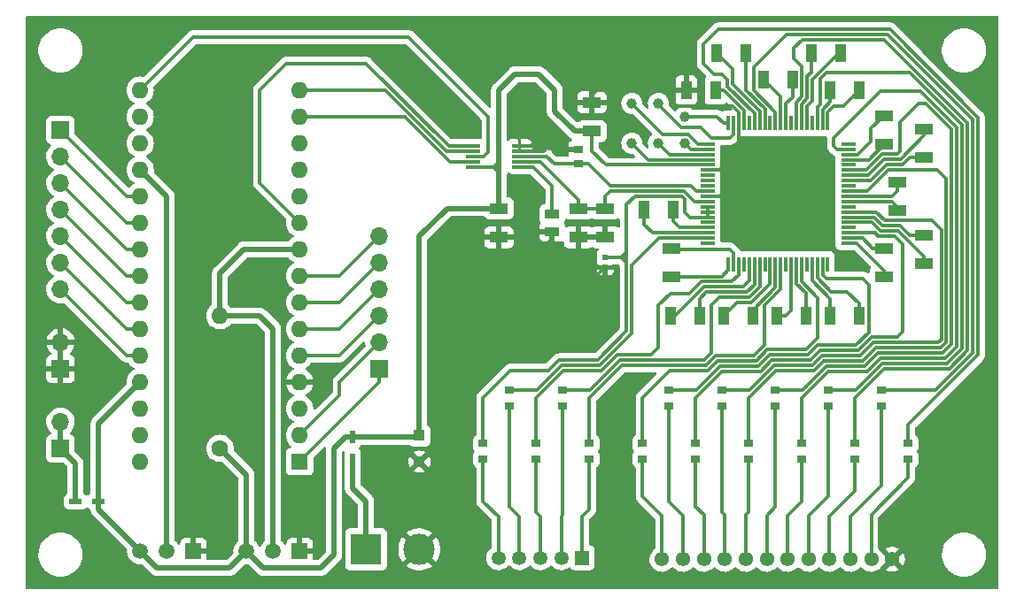
<source format=gtl>
%TF.GenerationSoftware,KiCad,Pcbnew,(6.0.8)*%
%TF.CreationDate,2023-02-04T19:59:28+01:00*%
%TF.ProjectId,Research Prototype,52657365-6172-4636-9820-50726f746f74,rev?*%
%TF.SameCoordinates,Original*%
%TF.FileFunction,Copper,L1,Top*%
%TF.FilePolarity,Positive*%
%FSLAX46Y46*%
G04 Gerber Fmt 4.6, Leading zero omitted, Abs format (unit mm)*
G04 Created by KiCad (PCBNEW (6.0.8)) date 2023-02-04 19:59:28*
%MOMM*%
%LPD*%
G01*
G04 APERTURE LIST*
%TA.AperFunction,SMDPad,CuDef*%
%ADD10R,1.820000X1.050000*%
%TD*%
%TA.AperFunction,SMDPad,CuDef*%
%ADD11R,1.050000X1.820000*%
%TD*%
%TA.AperFunction,SMDPad,CuDef*%
%ADD12R,0.900000X0.650000*%
%TD*%
%TA.AperFunction,ComponentPad*%
%ADD13R,1.700000X1.700000*%
%TD*%
%TA.AperFunction,ComponentPad*%
%ADD14O,1.700000X1.700000*%
%TD*%
%TA.AperFunction,ComponentPad*%
%ADD15R,1.600000X1.600000*%
%TD*%
%TA.AperFunction,ComponentPad*%
%ADD16O,1.600000X1.600000*%
%TD*%
%TA.AperFunction,ComponentPad*%
%ADD17R,1.500000X1.500000*%
%TD*%
%TA.AperFunction,ComponentPad*%
%ADD18C,1.500000*%
%TD*%
%TA.AperFunction,SMDPad,CuDef*%
%ADD19R,1.430000X0.940000*%
%TD*%
%TA.AperFunction,ComponentPad*%
%ADD20R,1.350000X1.350000*%
%TD*%
%TA.AperFunction,ComponentPad*%
%ADD21C,1.350000*%
%TD*%
%TA.AperFunction,ComponentPad*%
%ADD22R,3.000000X3.000000*%
%TD*%
%TA.AperFunction,ComponentPad*%
%ADD23C,3.000000*%
%TD*%
%TA.AperFunction,ComponentPad*%
%ADD24C,1.600000*%
%TD*%
%TA.AperFunction,SMDPad,CuDef*%
%ADD25R,1.400000X0.300000*%
%TD*%
%TA.AperFunction,SMDPad,CuDef*%
%ADD26R,0.500000X1.250000*%
%TD*%
%TA.AperFunction,SMDPad,CuDef*%
%ADD27R,0.940000X0.750000*%
%TD*%
%TA.AperFunction,SMDPad,CuDef*%
%ADD28R,1.475000X0.300000*%
%TD*%
%TA.AperFunction,SMDPad,CuDef*%
%ADD29R,0.300000X1.475000*%
%TD*%
%TA.AperFunction,ComponentPad*%
%ADD30C,1.381000*%
%TD*%
%TA.AperFunction,SMDPad,CuDef*%
%ADD31R,1.250000X0.500000*%
%TD*%
%TA.AperFunction,ComponentPad*%
%ADD32R,1.100000X1.100000*%
%TD*%
%TA.AperFunction,ComponentPad*%
%ADD33C,1.100000*%
%TD*%
%TA.AperFunction,SMDPad,CuDef*%
%ADD34R,0.620000X0.600000*%
%TD*%
%TA.AperFunction,ViaPad*%
%ADD35C,1.000000*%
%TD*%
%TA.AperFunction,Conductor*%
%ADD36C,0.300000*%
%TD*%
%TA.AperFunction,Conductor*%
%ADD37C,0.500000*%
%TD*%
G04 APERTURE END LIST*
D10*
X170180000Y-64650000D03*
X170180000Y-67430000D03*
D11*
X189110000Y-74930000D03*
X191890000Y-74930000D03*
D12*
X194056000Y-83529000D03*
X194056000Y-82079000D03*
D13*
X120650000Y-87630000D03*
D14*
X120650000Y-85090000D03*
D12*
X168656000Y-83529000D03*
X168656000Y-82079000D03*
D11*
X184030000Y-74930000D03*
X186810000Y-74930000D03*
D15*
X143500000Y-88900000D03*
D16*
X143500000Y-86360000D03*
X143500000Y-83820000D03*
X143500000Y-81280000D03*
X143500000Y-78740000D03*
X143500000Y-76200000D03*
X143500000Y-73660000D03*
X143500000Y-71120000D03*
X143500000Y-68580000D03*
X143500000Y-66040000D03*
X143500000Y-63500000D03*
X143500000Y-60960000D03*
X143500000Y-58420000D03*
X143500000Y-55880000D03*
X143500000Y-53340000D03*
X128260000Y-53340000D03*
X128260000Y-55880000D03*
X128260000Y-58420000D03*
X128260000Y-60960000D03*
X128260000Y-63500000D03*
X128260000Y-66040000D03*
X128260000Y-68580000D03*
X128260000Y-71120000D03*
X128260000Y-73660000D03*
X128260000Y-76200000D03*
X128260000Y-78740000D03*
X128260000Y-81280000D03*
X128260000Y-83820000D03*
X128260000Y-86360000D03*
X128260000Y-88900000D03*
D17*
X143510000Y-97461000D03*
D18*
X140970000Y-97461000D03*
X138430000Y-97461000D03*
D12*
X178816000Y-83529000D03*
X178816000Y-82079000D03*
X183896000Y-83529000D03*
X183896000Y-82079000D03*
D13*
X151130000Y-80010000D03*
D14*
X151130000Y-77470000D03*
X151130000Y-74930000D03*
X151130000Y-72390000D03*
X151130000Y-69850000D03*
X151130000Y-67310000D03*
D12*
X186436000Y-88609000D03*
X186436000Y-87159000D03*
D19*
X167640000Y-65220000D03*
X167640000Y-66860000D03*
D12*
X199136000Y-83529000D03*
X199136000Y-82079000D03*
D13*
X120650000Y-57150000D03*
D14*
X120650000Y-59690000D03*
X120650000Y-62230000D03*
X120650000Y-64770000D03*
X120650000Y-67310000D03*
X120650000Y-69850000D03*
X120650000Y-72390000D03*
D20*
X170520000Y-98098000D03*
D21*
X168520000Y-98098000D03*
X166520000Y-98098000D03*
X164520000Y-98098000D03*
X162520000Y-98098000D03*
D12*
X176276000Y-88609000D03*
X176276000Y-87159000D03*
D11*
X195192000Y-49784000D03*
X192412000Y-49784000D03*
D12*
X191516000Y-88609000D03*
X191516000Y-87159000D03*
D22*
X149860000Y-97282000D03*
D23*
X154940000Y-97282000D03*
D12*
X196596000Y-88609000D03*
X196596000Y-87159000D03*
D24*
X135890000Y-87630000D03*
D16*
X135890000Y-74930000D03*
D12*
X163576000Y-83529000D03*
X163576000Y-82079000D03*
D25*
X164506000Y-60690000D03*
X164506000Y-60190000D03*
X164506000Y-59690000D03*
X164506000Y-59190000D03*
X164506000Y-58690000D03*
X160106000Y-58690000D03*
X160106000Y-59190000D03*
X160106000Y-59690000D03*
X160106000Y-60190000D03*
X160106000Y-60690000D03*
D26*
X148590000Y-86530000D03*
X148590000Y-88730000D03*
D11*
X180474000Y-53340000D03*
X183254000Y-53340000D03*
D10*
X179070000Y-71240000D03*
X179070000Y-68460000D03*
D12*
X161036000Y-88609000D03*
X161036000Y-87159000D03*
X181356000Y-88609000D03*
X181356000Y-87159000D03*
D11*
X190620000Y-52324000D03*
X187840000Y-52324000D03*
D12*
X188976000Y-83529000D03*
X188976000Y-82079000D03*
D11*
X196970000Y-74930000D03*
X194190000Y-74930000D03*
D27*
X170180000Y-60390000D03*
X170180000Y-58990000D03*
D10*
X162560000Y-64650000D03*
X162560000Y-67430000D03*
D12*
X201676000Y-88609000D03*
X201676000Y-87159000D03*
D10*
X203200000Y-67190000D03*
X203200000Y-69970000D03*
X172720000Y-67430000D03*
X172720000Y-64650000D03*
D28*
X182492000Y-58496000D03*
X182492000Y-58996000D03*
X182492000Y-59496000D03*
X182492000Y-59996000D03*
X182492000Y-60496000D03*
X182492000Y-60996000D03*
X182492000Y-61496000D03*
X182492000Y-61996000D03*
X182492000Y-62496000D03*
X182492000Y-62996000D03*
X182492000Y-63496000D03*
X182492000Y-63996000D03*
X182492000Y-64496000D03*
X182492000Y-64996000D03*
X182492000Y-65496000D03*
X182492000Y-65996000D03*
X182492000Y-66496000D03*
X182492000Y-66996000D03*
X182492000Y-67496000D03*
X182492000Y-67996000D03*
D29*
X184480000Y-69984000D03*
X184980000Y-69984000D03*
X185480000Y-69984000D03*
X185980000Y-69984000D03*
X186480000Y-69984000D03*
X186980000Y-69984000D03*
X187480000Y-69984000D03*
X187980000Y-69984000D03*
X188480000Y-69984000D03*
X188980000Y-69984000D03*
X189480000Y-69984000D03*
X189980000Y-69984000D03*
X190480000Y-69984000D03*
X190980000Y-69984000D03*
X191480000Y-69984000D03*
X191980000Y-69984000D03*
X192480000Y-69984000D03*
X192980000Y-69984000D03*
X193480000Y-69984000D03*
X193980000Y-69984000D03*
D28*
X195968000Y-67996000D03*
X195968000Y-67496000D03*
X195968000Y-66996000D03*
X195968000Y-66496000D03*
X195968000Y-65996000D03*
X195968000Y-65496000D03*
X195968000Y-64996000D03*
X195968000Y-64496000D03*
X195968000Y-63996000D03*
X195968000Y-63496000D03*
X195968000Y-62996000D03*
X195968000Y-62496000D03*
X195968000Y-61996000D03*
X195968000Y-61496000D03*
X195968000Y-60996000D03*
X195968000Y-60496000D03*
X195968000Y-59996000D03*
X195968000Y-59496000D03*
X195968000Y-58996000D03*
X195968000Y-58496000D03*
D29*
X193980000Y-56508000D03*
X193480000Y-56508000D03*
X192980000Y-56508000D03*
X192480000Y-56508000D03*
X191980000Y-56508000D03*
X191480000Y-56508000D03*
X190980000Y-56508000D03*
X190480000Y-56508000D03*
X189980000Y-56508000D03*
X189480000Y-56508000D03*
X188980000Y-56508000D03*
X188480000Y-56508000D03*
X187980000Y-56508000D03*
X187480000Y-56508000D03*
X186980000Y-56508000D03*
X186480000Y-56508000D03*
X185980000Y-56508000D03*
X185480000Y-56508000D03*
X184980000Y-56508000D03*
X184480000Y-56508000D03*
D30*
X200152000Y-98244000D03*
X198152000Y-98244000D03*
X196152000Y-98244000D03*
X194152000Y-98244000D03*
X192152000Y-98244000D03*
X190152000Y-98244000D03*
X188152000Y-98244000D03*
X186152000Y-98244000D03*
X184152000Y-98244000D03*
X182152000Y-98244000D03*
X180152000Y-98244000D03*
X178152000Y-98244000D03*
D10*
X199390000Y-55760000D03*
X199390000Y-58540000D03*
X171450000Y-57270000D03*
X171450000Y-54490000D03*
D11*
X178950000Y-74930000D03*
X181730000Y-74930000D03*
D31*
X122090000Y-92710000D03*
X124290000Y-92710000D03*
D11*
X179190000Y-64770000D03*
X176410000Y-64770000D03*
D12*
X166116000Y-88609000D03*
X166116000Y-87159000D03*
D10*
X199390000Y-68460000D03*
X199390000Y-71240000D03*
D11*
X196970000Y-53340000D03*
X194190000Y-53340000D03*
D12*
X171196000Y-88609000D03*
X171196000Y-87159000D03*
D10*
X203200000Y-57030000D03*
X203200000Y-59810000D03*
D32*
X154940000Y-86400000D03*
D33*
X154940000Y-88900000D03*
D34*
X172720000Y-69342000D03*
X172720000Y-70262000D03*
D13*
X120650000Y-80010000D03*
D14*
X120650000Y-77470000D03*
D10*
X200660000Y-62110000D03*
X200660000Y-64890000D03*
D17*
X133350000Y-97461000D03*
D18*
X130810000Y-97461000D03*
X128270000Y-97461000D03*
D11*
X186182000Y-49784000D03*
X183402000Y-49784000D03*
D35*
X175260000Y-54610000D03*
X180340000Y-55880000D03*
X177800000Y-58420000D03*
X175260000Y-58420000D03*
X177800000Y-54610000D03*
X180340000Y-58420000D03*
X165100000Y-68580000D03*
X170180000Y-71120000D03*
X165100000Y-53340000D03*
X179070000Y-53340000D03*
D36*
X174244000Y-69342000D02*
X174760000Y-69858000D01*
X174760000Y-69858000D02*
X174760000Y-69350000D01*
X174760000Y-76411576D02*
X174760000Y-69858000D01*
X174244000Y-69342000D02*
X174760000Y-68826000D01*
X174244000Y-69342000D02*
X174752000Y-69342000D01*
X172720000Y-69342000D02*
X174244000Y-69342000D01*
X174752000Y-69342000D02*
X174760000Y-69350000D01*
X174760000Y-69350000D02*
X174760000Y-68826000D01*
X201676000Y-85344000D02*
X201676000Y-87159000D01*
X208330000Y-78690000D02*
X201676000Y-85344000D01*
X208330000Y-55930000D02*
X208330000Y-78690000D01*
X199914001Y-47514000D02*
X208330000Y-55930000D01*
X183537000Y-47514000D02*
X199914001Y-47514000D01*
X182118000Y-48933000D02*
X183537000Y-47514000D01*
X183134000Y-51816000D02*
X182118000Y-50800000D01*
X184404000Y-52324000D02*
X183896000Y-51816000D01*
X183896000Y-51816000D02*
X183134000Y-51816000D01*
X182118000Y-50800000D02*
X182118000Y-48933000D01*
X186980000Y-55556287D02*
X184404000Y-52980288D01*
X184404000Y-52980288D02*
X184404000Y-52324000D01*
X186980000Y-56508000D02*
X186980000Y-55556287D01*
X188980000Y-55420500D02*
X188980000Y-56508000D01*
X186944000Y-53384500D02*
X188980000Y-55420500D01*
X186944000Y-51157000D02*
X186944000Y-53384500D01*
X199706894Y-48014000D02*
X190087000Y-48014000D01*
X207830000Y-56137106D02*
X199706894Y-48014000D01*
X190087000Y-48014000D02*
X186944000Y-51157000D01*
X207830000Y-78482894D02*
X207830000Y-56137106D01*
X204233894Y-82079000D02*
X207830000Y-78482894D01*
X199136000Y-82079000D02*
X204233894Y-82079000D01*
X196596000Y-82804000D02*
X196596000Y-87159000D01*
X199390000Y-80010000D02*
X196596000Y-82804000D01*
X205595788Y-80010000D02*
X199390000Y-80010000D01*
X207330000Y-78275788D02*
X205595788Y-80010000D01*
X207330000Y-56454000D02*
X207330000Y-78275788D01*
X191547000Y-48514000D02*
X199390000Y-48514000D01*
X190754000Y-50292000D02*
X190754000Y-49307000D01*
X190754000Y-49307000D02*
X191547000Y-48514000D01*
X191516000Y-51054000D02*
X190754000Y-50292000D01*
X199390000Y-48514000D02*
X207330000Y-56454000D01*
X190980000Y-56508000D02*
X190980000Y-54493788D01*
X190980000Y-54493788D02*
X191516000Y-53957788D01*
X191516000Y-53957788D02*
X191516000Y-51054000D01*
X180692082Y-57570000D02*
X181618082Y-58496000D01*
X181618082Y-58496000D02*
X182492000Y-58496000D01*
X178220000Y-57570000D02*
X180692082Y-57570000D01*
X175260000Y-54610000D02*
X178220000Y-57570000D01*
X182880000Y-57912000D02*
X184613500Y-57912000D01*
X179959000Y-56896000D02*
X181864000Y-56896000D01*
X177800000Y-54737000D02*
X179959000Y-56896000D01*
X181864000Y-56896000D02*
X182880000Y-57912000D01*
X184613500Y-57912000D02*
X184980000Y-57545500D01*
X184980000Y-57545500D02*
X184980000Y-56508000D01*
X177800000Y-54610000D02*
X177800000Y-54737000D01*
X166497000Y-57277000D02*
X165100000Y-55880000D01*
X166751000Y-57531000D02*
X166497000Y-57277000D01*
X166497000Y-57785000D02*
X166497000Y-57277000D01*
X166497000Y-57785000D02*
X167005000Y-57785000D01*
X167005000Y-57785000D02*
X166751000Y-57531000D01*
X166497000Y-57785000D02*
X166751000Y-57531000D01*
X167386000Y-58166000D02*
X167005000Y-57785000D01*
X165592000Y-58690000D02*
X166497000Y-57785000D01*
X167386000Y-58674000D02*
X167386000Y-58166000D01*
X167640000Y-58420000D02*
X167386000Y-58166000D01*
X167386000Y-58674000D02*
X167894000Y-58674000D01*
X167894000Y-58674000D02*
X167640000Y-58420000D01*
X168210000Y-58990000D02*
X167894000Y-58674000D01*
X167386000Y-58674000D02*
X167640000Y-58420000D01*
X166870000Y-59190000D02*
X167386000Y-58674000D01*
X164506000Y-59190000D02*
X166870000Y-59190000D01*
X164506000Y-58690000D02*
X165592000Y-58690000D01*
X165100000Y-55880000D02*
X165100000Y-53340000D01*
X170180000Y-58990000D02*
X168210000Y-58990000D01*
D37*
X167894000Y-53340000D02*
X167894000Y-55372000D01*
X166370000Y-51816000D02*
X167894000Y-53340000D01*
X167894000Y-55372000D02*
X169792000Y-57270000D01*
X164084000Y-51816000D02*
X166370000Y-51816000D01*
X162560000Y-53340000D02*
X164084000Y-51816000D01*
X162560000Y-60198000D02*
X162560000Y-53340000D01*
X169792000Y-57270000D02*
X171450000Y-57270000D01*
D36*
X180474000Y-53340000D02*
X179070000Y-53340000D01*
X187980000Y-55142075D02*
X187980000Y-56508000D01*
X186182000Y-53344076D02*
X187980000Y-55142075D01*
X186182000Y-49784000D02*
X186182000Y-53344076D01*
X187480000Y-55349181D02*
X184912000Y-52781182D01*
X184912000Y-51294000D02*
X183402000Y-49784000D01*
X187480000Y-56508000D02*
X187480000Y-55349181D01*
X184912000Y-52781182D02*
X184912000Y-51294000D01*
X184056606Y-53340000D02*
X183254000Y-53340000D01*
X185980000Y-55263394D02*
X184056606Y-53340000D01*
X185980000Y-56508000D02*
X185980000Y-55263394D01*
X195446000Y-54864000D02*
X196970000Y-53340000D01*
X194564000Y-54864000D02*
X195446000Y-54864000D01*
X193980000Y-55448000D02*
X194564000Y-54864000D01*
X193980000Y-56508000D02*
X193980000Y-55448000D01*
X176836000Y-59996000D02*
X175260000Y-58420000D01*
X182492000Y-59996000D02*
X176836000Y-59996000D01*
X178876000Y-59496000D02*
X177800000Y-58420000D01*
X182492000Y-59496000D02*
X178876000Y-59496000D01*
X180916000Y-58996000D02*
X180340000Y-58420000D01*
X182492000Y-58996000D02*
X180916000Y-58996000D01*
X183388000Y-55880000D02*
X180340000Y-55880000D01*
X184016000Y-56508000D02*
X183388000Y-55880000D01*
X184480000Y-56508000D02*
X184016000Y-56508000D01*
X162068000Y-60722000D02*
X162560000Y-61214000D01*
X162068000Y-60690000D02*
X162068000Y-60722000D01*
D37*
X162560000Y-61214000D02*
X162560000Y-60706000D01*
X162560000Y-61722000D02*
X162560000Y-61214000D01*
D36*
X162068000Y-60690000D02*
X162560000Y-60198000D01*
D37*
X162560000Y-60706000D02*
X162560000Y-60198000D01*
D36*
X162068000Y-60690000D02*
X162544000Y-60690000D01*
X160106000Y-60690000D02*
X162068000Y-60690000D01*
X162544000Y-60690000D02*
X162560000Y-60706000D01*
X185166000Y-60452000D02*
X185480000Y-60766000D01*
X185480000Y-60766000D02*
X185480000Y-61595500D01*
X185480000Y-60512000D02*
X185480000Y-60766000D01*
X185480000Y-60138000D02*
X185480000Y-60512000D01*
X185166000Y-60452000D02*
X185420000Y-60452000D01*
X185480000Y-60138000D02*
X185166000Y-60452000D01*
X185480000Y-59095500D02*
X185480000Y-60138000D01*
X184150000Y-60452000D02*
X185166000Y-60452000D01*
X185420000Y-60452000D02*
X185480000Y-60512000D01*
X183606000Y-60996000D02*
X184150000Y-60452000D01*
X182492000Y-60996000D02*
X183606000Y-60996000D01*
X143510000Y-88900000D02*
X151130000Y-81280000D01*
X143500000Y-88900000D02*
X143510000Y-88900000D01*
X151130000Y-81280000D02*
X151130000Y-80010000D01*
X147320000Y-81280000D02*
X151130000Y-77470000D01*
X147320000Y-82540000D02*
X147320000Y-81280000D01*
X143500000Y-86360000D02*
X147320000Y-82540000D01*
X171862000Y-71120000D02*
X172720000Y-70262000D01*
X179324000Y-54864000D02*
X179070000Y-54610000D01*
X185480000Y-55470500D02*
X184873500Y-54864000D01*
X185480000Y-56508000D02*
X185480000Y-59095500D01*
X185480000Y-56508000D02*
X185480000Y-55470500D01*
X185480000Y-61595500D02*
X183579500Y-63496000D01*
X163950000Y-67430000D02*
X165100000Y-68580000D01*
X171450000Y-54490000D02*
X171450000Y-53848000D01*
X171958000Y-53340000D02*
X179070000Y-53340000D01*
X170180000Y-67430000D02*
X170180000Y-71120000D01*
X171450000Y-53848000D02*
X171958000Y-53340000D01*
X179070000Y-54610000D02*
X179070000Y-53340000D01*
X184873500Y-54864000D02*
X179324000Y-54864000D01*
X167640000Y-67564000D02*
X167640000Y-66860000D01*
X166624000Y-68580000D02*
X167640000Y-67564000D01*
X170180000Y-71120000D02*
X171862000Y-71120000D01*
X162560000Y-67430000D02*
X163950000Y-67430000D01*
X183579500Y-63496000D02*
X182492000Y-63496000D01*
X165100000Y-68580000D02*
X166624000Y-68580000D01*
X170180000Y-67430000D02*
X172720000Y-67430000D01*
X143500000Y-78740000D02*
X147320000Y-78740000D01*
X147320000Y-78740000D02*
X151130000Y-74930000D01*
X147320000Y-76200000D02*
X151130000Y-72390000D01*
X143500000Y-76200000D02*
X147320000Y-76200000D01*
X143500000Y-73660000D02*
X147320000Y-73660000D01*
X147320000Y-73660000D02*
X151130000Y-69850000D01*
X147320000Y-71120000D02*
X151130000Y-67310000D01*
X143500000Y-71120000D02*
X147320000Y-71120000D01*
D37*
X140970000Y-97461000D02*
X140970000Y-76200000D01*
X140970000Y-76200000D02*
X139700000Y-74930000D01*
X135890000Y-70866000D02*
X138176000Y-68580000D01*
X139700000Y-74930000D02*
X135890000Y-74930000D01*
X138176000Y-68580000D02*
X143500000Y-68580000D01*
X135890000Y-74930000D02*
X135890000Y-70866000D01*
D36*
X142240000Y-50800000D02*
X149860000Y-50800000D01*
X139700000Y-62240000D02*
X139700000Y-53340000D01*
X143500000Y-66040000D02*
X139700000Y-62240000D01*
X139700000Y-53340000D02*
X142240000Y-50800000D01*
X149860000Y-50800000D02*
X157750000Y-58690000D01*
X157750000Y-58690000D02*
X160106000Y-58690000D01*
X143500000Y-55880000D02*
X153525788Y-55880000D01*
X157835788Y-60190000D02*
X160106000Y-60190000D01*
X153525788Y-55880000D02*
X157835788Y-60190000D01*
X157542894Y-59190000D02*
X160106000Y-59190000D01*
X143500000Y-53340000D02*
X151692894Y-53340000D01*
X151692894Y-53340000D02*
X157542894Y-59190000D01*
X161106000Y-59690000D02*
X161544000Y-59252000D01*
X161544000Y-59252000D02*
X161544000Y-55880000D01*
X153924000Y-48260000D02*
X133340000Y-48260000D01*
X160106000Y-59690000D02*
X161106000Y-59690000D01*
X161544000Y-55880000D02*
X153924000Y-48260000D01*
X133340000Y-48260000D02*
X128260000Y-53340000D01*
D37*
X130810000Y-63510000D02*
X130810000Y-97461000D01*
X128260000Y-60960000D02*
X130810000Y-63510000D01*
D36*
X128260000Y-63500000D02*
X127000000Y-63500000D01*
X127000000Y-63500000D02*
X120650000Y-57150000D01*
X128260000Y-66040000D02*
X127000000Y-66040000D01*
X127000000Y-66040000D02*
X120650000Y-59690000D01*
X128260000Y-68580000D02*
X127000000Y-68580000D01*
X127000000Y-68580000D02*
X120650000Y-62230000D01*
X127000000Y-71120000D02*
X120650000Y-64770000D01*
X128260000Y-71120000D02*
X127000000Y-71120000D01*
X128260000Y-73660000D02*
X127000000Y-73660000D01*
X127000000Y-73660000D02*
X120650000Y-67310000D01*
X127000000Y-76200000D02*
X120650000Y-69850000D01*
X128260000Y-76200000D02*
X127000000Y-76200000D01*
X127000000Y-78740000D02*
X120650000Y-72390000D01*
X128260000Y-78740000D02*
X127000000Y-78740000D01*
D37*
X146812000Y-97790000D02*
X145542000Y-99060000D01*
X136831000Y-99060000D02*
X129869000Y-99060000D01*
X128270000Y-97461000D02*
X124290000Y-93481000D01*
X129869000Y-99060000D02*
X128270000Y-97461000D01*
X124290000Y-93481000D02*
X124290000Y-92710000D01*
X147912000Y-86530000D02*
X146812000Y-87630000D01*
X145542000Y-99060000D02*
X140029000Y-99060000D01*
X154940000Y-67310000D02*
X157600000Y-64650000D01*
X138430000Y-90170000D02*
X135890000Y-87630000D01*
D36*
X171450000Y-57270000D02*
X171450000Y-59182000D01*
D37*
X138430000Y-97461000D02*
X138430000Y-90170000D01*
X140029000Y-99060000D02*
X138430000Y-97461000D01*
X162560000Y-64650000D02*
X162560000Y-61722000D01*
X148590000Y-86530000D02*
X154810000Y-86530000D01*
X154940000Y-86400000D02*
X154940000Y-67310000D01*
X154810000Y-86530000D02*
X154940000Y-86400000D01*
X146812000Y-87630000D02*
X146812000Y-97790000D01*
X138430000Y-97461000D02*
X136831000Y-99060000D01*
X124290000Y-85250000D02*
X128260000Y-81280000D01*
X124290000Y-92710000D02*
X124290000Y-85250000D01*
D36*
X172764000Y-60496000D02*
X182492000Y-60496000D01*
D37*
X157600000Y-64650000D02*
X162560000Y-64650000D01*
D36*
X171450000Y-59182000D02*
X172764000Y-60496000D01*
D37*
X148590000Y-86530000D02*
X147912000Y-86530000D01*
D36*
X180900500Y-62492000D02*
X181404500Y-62996000D01*
X173228000Y-62492000D02*
X180900500Y-62492000D01*
X167132000Y-59690000D02*
X164506000Y-59690000D01*
X170180000Y-60390000D02*
X171126000Y-60390000D01*
X171126000Y-60390000D02*
X173228000Y-62492000D01*
X181404500Y-62996000D02*
X182492000Y-62996000D01*
X170180000Y-60390000D02*
X167832000Y-60390000D01*
X167832000Y-60390000D02*
X167132000Y-59690000D01*
X170180000Y-64650000D02*
X170180000Y-63825000D01*
X173228000Y-62992000D02*
X172720000Y-63500000D01*
X172720000Y-63500000D02*
X172720000Y-64650000D01*
X182492000Y-63996000D02*
X181258106Y-63996000D01*
X172720000Y-64650000D02*
X170180000Y-64650000D01*
X181258106Y-63996000D02*
X180254106Y-62992000D01*
X170180000Y-63825000D02*
X166545000Y-60190000D01*
X180254106Y-62992000D02*
X173228000Y-62992000D01*
X166545000Y-60190000D02*
X164506000Y-60190000D01*
X174760000Y-68826000D02*
X174760000Y-68318000D01*
X171979682Y-79191894D02*
X174760000Y-76411576D01*
X163648106Y-80191894D02*
X167313894Y-80191894D01*
X161036000Y-87159000D02*
X161036000Y-82804000D01*
X175535000Y-63510000D02*
X180065000Y-63510000D01*
X180065000Y-63510000D02*
X180340000Y-63785000D01*
X182492000Y-65496000D02*
X182492000Y-64996000D01*
X167313894Y-80191894D02*
X168313894Y-79191894D01*
X161036000Y-82804000D02*
X163648106Y-80191894D01*
X180340000Y-63785000D02*
X180340000Y-65024000D01*
X174760000Y-64285000D02*
X175535000Y-63510000D01*
X180340000Y-65024000D02*
X180812000Y-65496000D01*
X180812000Y-65496000D02*
X182492000Y-65496000D01*
X182492000Y-64996000D02*
X182492000Y-64496000D01*
X168313894Y-79191894D02*
X171979682Y-79191894D01*
X174760000Y-68318000D02*
X174760000Y-64285000D01*
X179190000Y-65906000D02*
X179190000Y-64770000D01*
X179780000Y-66496000D02*
X179190000Y-65906000D01*
X182492000Y-66496000D02*
X179780000Y-66496000D01*
X176410000Y-66174000D02*
X176410000Y-64770000D01*
X182492000Y-66996000D02*
X177232000Y-66996000D01*
X177232000Y-66996000D02*
X176410000Y-66174000D01*
X172186788Y-79691894D02*
X168521000Y-79691894D01*
X168521000Y-79691894D02*
X166133894Y-82079000D01*
X175260000Y-76618682D02*
X172186788Y-79691894D01*
X166133894Y-82079000D02*
X163576000Y-82079000D01*
X177899000Y-67496000D02*
X175260000Y-70135000D01*
X175260000Y-70135000D02*
X175260000Y-76618682D01*
X182492000Y-67496000D02*
X177899000Y-67496000D01*
X183881500Y-71170000D02*
X179140000Y-71170000D01*
X179140000Y-71170000D02*
X179070000Y-71240000D01*
X184480000Y-70571500D02*
X183881500Y-71170000D01*
X184480000Y-69984000D02*
X184480000Y-70571500D01*
X184613500Y-68580000D02*
X179190000Y-68580000D01*
X184980000Y-69984000D02*
X184980000Y-68946500D01*
X179190000Y-68580000D02*
X179070000Y-68460000D01*
X184980000Y-68946500D02*
X184613500Y-68580000D01*
X173893895Y-78691893D02*
X172393894Y-80191894D01*
X185480000Y-69984000D02*
X185480000Y-71021500D01*
X177800000Y-77978000D02*
X177086107Y-78691893D01*
X172393894Y-80191894D02*
X168728106Y-80191894D01*
X181931787Y-71670000D02*
X180775894Y-72825894D01*
X177086107Y-78691893D02*
X173893895Y-78691893D01*
X184831500Y-71670000D02*
X181931787Y-71670000D01*
X185480000Y-71021500D02*
X184831500Y-71670000D01*
X168728106Y-80191894D02*
X166116000Y-82804000D01*
X180775894Y-72825894D02*
X178919106Y-72825894D01*
X166116000Y-82804000D02*
X166116000Y-87159000D01*
X177800000Y-73945000D02*
X177800000Y-77978000D01*
X178919106Y-72825894D02*
X177800000Y-73945000D01*
X185894000Y-72170000D02*
X186480000Y-71584000D01*
X179378894Y-74930000D02*
X182138893Y-72170000D01*
X186480000Y-71584000D02*
X186480000Y-69984000D01*
X178950000Y-74930000D02*
X179378894Y-74930000D01*
X182138893Y-72170000D02*
X185894000Y-72170000D01*
X186980000Y-69984000D02*
X186980000Y-71965788D01*
X186275788Y-72670000D02*
X182346000Y-72670000D01*
X186980000Y-71965788D02*
X186275788Y-72670000D01*
X182346000Y-72670000D02*
X181730000Y-73286000D01*
X181730000Y-73286000D02*
X181730000Y-74930000D01*
X186482894Y-73170000D02*
X183655000Y-73170000D01*
X183655000Y-73170000D02*
X182880000Y-73945000D01*
X187480000Y-72172894D02*
X186482894Y-73170000D01*
X182139682Y-79191893D02*
X174101001Y-79191893D01*
X174101001Y-79191893D02*
X171213894Y-82079000D01*
X187480000Y-69984000D02*
X187480000Y-72172894D01*
X182880000Y-78451574D02*
X182139682Y-79191893D01*
X182880000Y-73945000D02*
X182880000Y-78451574D01*
X171213894Y-82079000D02*
X168656000Y-82079000D01*
X186690000Y-73670000D02*
X188480000Y-71880000D01*
X185290000Y-73670000D02*
X186690000Y-73670000D01*
X184030000Y-74930000D02*
X185290000Y-73670000D01*
X188480000Y-71880000D02*
X188480000Y-69984000D01*
X186810000Y-74387894D02*
X186810000Y-74930000D01*
X188980000Y-72217894D02*
X186810000Y-74387894D01*
X188980000Y-69984000D02*
X188980000Y-72217894D01*
X186940468Y-78764000D02*
X183274681Y-78764000D01*
X189480000Y-69984000D02*
X189480000Y-72425000D01*
X183274681Y-78764000D02*
X182346788Y-79691893D01*
X182346788Y-79691893D02*
X174308107Y-79691893D01*
X187960000Y-73945000D02*
X187960000Y-77744468D01*
X189480000Y-72425000D02*
X187960000Y-73945000D01*
X174308107Y-79691893D02*
X171196000Y-82804000D01*
X187960000Y-77744468D02*
X186940468Y-78764000D01*
X171196000Y-82804000D02*
X171196000Y-87159000D01*
X189992000Y-74930000D02*
X189110000Y-74930000D01*
X190480000Y-74442000D02*
X189992000Y-74930000D01*
X190480000Y-69984000D02*
X190480000Y-74442000D01*
X190980000Y-71864212D02*
X190980000Y-69984000D01*
X191890000Y-72774212D02*
X190980000Y-71864212D01*
X191890000Y-74930000D02*
X191890000Y-72774212D01*
X187147576Y-79264000D02*
X183481787Y-79264000D01*
X176276000Y-82804000D02*
X176276000Y-87159000D01*
X188219681Y-78191894D02*
X187147576Y-79264000D01*
X193040000Y-77037361D02*
X191885467Y-78191894D01*
X191885467Y-78191894D02*
X188219681Y-78191894D01*
X193040000Y-73217106D02*
X193040000Y-77037361D01*
X178888107Y-80191893D02*
X176276000Y-82804000D01*
X183481787Y-79264000D02*
X182553894Y-80191893D01*
X191480000Y-69984000D02*
X191480000Y-71657106D01*
X191480000Y-71657106D02*
X193040000Y-73217106D01*
X182553894Y-80191893D02*
X178888107Y-80191893D01*
X192480000Y-69984000D02*
X192480000Y-71576000D01*
X194190000Y-73286000D02*
X194190000Y-74930000D01*
X192480000Y-71576000D02*
X194190000Y-73286000D01*
X192980000Y-71314000D02*
X194310000Y-72644000D01*
X194310000Y-72644000D02*
X195834000Y-72644000D01*
X195834000Y-72644000D02*
X196970000Y-73780000D01*
X196970000Y-73780000D02*
X196970000Y-74930000D01*
X192980000Y-69984000D02*
X192980000Y-71314000D01*
X196686256Y-77764000D02*
X193020467Y-77764000D01*
X193832500Y-71374000D02*
X197358000Y-71374000D01*
X188426788Y-78691894D02*
X187354682Y-79764000D01*
X187354682Y-79764000D02*
X183688893Y-79764000D01*
X181373894Y-82079000D02*
X178816000Y-82079000D01*
X193480000Y-71021500D02*
X193832500Y-71374000D01*
X183688893Y-79764000D02*
X181373894Y-82079000D01*
X197948256Y-76502000D02*
X196686256Y-77764000D01*
X193020467Y-77764000D02*
X192092574Y-78691894D01*
X197358000Y-71374000D02*
X197948256Y-71964256D01*
X192092574Y-78691894D02*
X188426788Y-78691894D01*
X197948256Y-71964256D02*
X197948256Y-76502000D01*
X193480000Y-69984000D02*
X193480000Y-71021500D01*
X196774000Y-67996000D02*
X199390000Y-70612000D01*
X195968000Y-67996000D02*
X196774000Y-67996000D01*
X199390000Y-70612000D02*
X199390000Y-71240000D01*
X199390000Y-68460000D02*
X198254000Y-68460000D01*
X198254000Y-68460000D02*
X197290000Y-67496000D01*
X197290000Y-67496000D02*
X195968000Y-67496000D01*
X198509680Y-66996000D02*
X195968000Y-66996000D01*
X196893364Y-78264000D02*
X198155363Y-77002000D01*
X198155363Y-77002000D02*
X200620000Y-77002000D01*
X200351000Y-67286000D02*
X198799680Y-67286000D01*
X188633894Y-79191894D02*
X192299680Y-79191894D01*
X181356000Y-87159000D02*
X181356000Y-82804000D01*
X183896000Y-80264000D02*
X187561788Y-80264000D01*
X187561788Y-80264000D02*
X188633894Y-79191894D01*
X193227574Y-78264000D02*
X196893364Y-78264000D01*
X192299680Y-79191894D02*
X193227574Y-78264000D01*
X181356000Y-82804000D02*
X183896000Y-80264000D01*
X200620000Y-77002000D02*
X201168000Y-76454000D01*
X198799680Y-67286000D02*
X198509680Y-66996000D01*
X201168000Y-68103000D02*
X200351000Y-67286000D01*
X201168000Y-76454000D02*
X201168000Y-68103000D01*
X198216788Y-65996000D02*
X199006787Y-66786000D01*
X203200000Y-69279106D02*
X203200000Y-69970000D01*
X195968000Y-65996000D02*
X198216788Y-65996000D01*
X199006787Y-66786000D02*
X200706894Y-66786000D01*
X200706894Y-66786000D02*
X203200000Y-69279106D01*
X198423894Y-65496000D02*
X195968000Y-65496000D01*
X203200000Y-67190000D02*
X201818000Y-67190000D01*
X199213894Y-66286000D02*
X198423894Y-65496000D01*
X201818000Y-67190000D02*
X200914000Y-66286000D01*
X200914000Y-66286000D02*
X199213894Y-66286000D01*
X198362470Y-77502000D02*
X204568258Y-77502000D01*
X188841000Y-79691894D02*
X192506788Y-79691894D01*
X193434681Y-78764000D02*
X197100470Y-78764000D01*
X183896000Y-82079000D02*
X186453894Y-82079000D01*
X204830000Y-77240258D02*
X204830000Y-66685000D01*
X199421000Y-65786000D02*
X198631000Y-64996000D01*
X192506788Y-79691894D02*
X193434681Y-78764000D01*
X203931000Y-65786000D02*
X199421000Y-65786000D01*
X204830000Y-66685000D02*
X203931000Y-65786000D01*
X198631000Y-64996000D02*
X195968000Y-64996000D01*
X204568258Y-77502000D02*
X204830000Y-77240258D01*
X197100470Y-78764000D02*
X198362470Y-77502000D01*
X186453894Y-82079000D02*
X188841000Y-79691894D01*
X200660000Y-64890000D02*
X200660000Y-64516000D01*
X200660000Y-64516000D02*
X200140000Y-63996000D01*
X200140000Y-63996000D02*
X195968000Y-63996000D01*
X200660000Y-62992000D02*
X200660000Y-62110000D01*
X200156000Y-63496000D02*
X200660000Y-62992000D01*
X195968000Y-63496000D02*
X200156000Y-63496000D01*
X186436000Y-87159000D02*
X186436000Y-82804000D01*
X192713894Y-80191894D02*
X193641788Y-79264000D01*
X205330000Y-77447364D02*
X205330000Y-61820000D01*
X189048106Y-80191894D02*
X192713894Y-80191894D01*
X198569576Y-78002000D02*
X204775364Y-78002000D01*
X204454000Y-60944000D02*
X199814424Y-60944000D01*
X193641788Y-79264000D02*
X197307576Y-79264000D01*
X204775364Y-78002000D02*
X205330000Y-77447364D01*
X197307576Y-79264000D02*
X198569576Y-78002000D01*
X197762424Y-62996000D02*
X195968000Y-62996000D01*
X205330000Y-61820000D02*
X204454000Y-60944000D01*
X199814424Y-60944000D02*
X197762424Y-62996000D01*
X186436000Y-82804000D02*
X189048106Y-80191894D01*
X199607318Y-60444000D02*
X201176000Y-60444000D01*
X201810000Y-59810000D02*
X203200000Y-59810000D01*
X198055318Y-61996000D02*
X199607318Y-60444000D01*
X195968000Y-61996000D02*
X198055318Y-61996000D01*
X201176000Y-60444000D02*
X201810000Y-59810000D01*
X203200000Y-57675000D02*
X203200000Y-57030000D01*
X197848212Y-61496000D02*
X199400212Y-59944000D01*
X199400212Y-59944000D02*
X200931000Y-59944000D01*
X200931000Y-59944000D02*
X203200000Y-57675000D01*
X195968000Y-61496000D02*
X197848212Y-61496000D01*
X199201106Y-59436000D02*
X197641106Y-60996000D01*
X205830000Y-77654470D02*
X205830000Y-57075318D01*
X203364682Y-54610000D02*
X202692000Y-54610000D01*
X205830000Y-57075318D02*
X203364682Y-54610000D01*
X200914000Y-56388000D02*
X200914000Y-59151000D01*
X191533894Y-82079000D02*
X193848894Y-79764000D01*
X188976000Y-82079000D02*
X191533894Y-82079000D01*
X197514682Y-79764000D02*
X198776682Y-78502000D01*
X200629000Y-59436000D02*
X199201106Y-59436000D01*
X197641106Y-60996000D02*
X195968000Y-60996000D01*
X193848894Y-79764000D02*
X197514682Y-79764000D01*
X204982470Y-78502000D02*
X205830000Y-77654470D01*
X200914000Y-59151000D02*
X200629000Y-59436000D01*
X198776682Y-78502000D02*
X204982470Y-78502000D01*
X202692000Y-54610000D02*
X200914000Y-56388000D01*
X197934000Y-59996000D02*
X195968000Y-59996000D01*
X199390000Y-58540000D02*
X197934000Y-59996000D01*
X196850000Y-59496000D02*
X195968000Y-59496000D01*
X198130000Y-58216000D02*
X196850000Y-59496000D01*
X199390000Y-55760000D02*
X198130000Y-57020000D01*
X198130000Y-57020000D02*
X198130000Y-58216000D01*
X202873894Y-53412106D02*
X206330000Y-56868212D01*
X194564000Y-57912000D02*
X199063894Y-53412106D01*
X198983788Y-79002000D02*
X197721788Y-80264000D01*
X194886000Y-58996000D02*
X194564000Y-58674000D01*
X199063894Y-53412106D02*
X202873894Y-53412106D01*
X206330000Y-77861576D02*
X205189576Y-79002000D01*
X205189576Y-79002000D02*
X198983788Y-79002000D01*
X197721788Y-80264000D02*
X194056000Y-80264000D01*
X191516000Y-82804000D02*
X191516000Y-87159000D01*
X206330000Y-56868212D02*
X206330000Y-77861576D01*
X194564000Y-58674000D02*
X194564000Y-57912000D01*
X195968000Y-58996000D02*
X194886000Y-58996000D01*
X194056000Y-80264000D02*
X191516000Y-82804000D01*
X194190000Y-54476000D02*
X193480000Y-55186000D01*
X194190000Y-53340000D02*
X194190000Y-54476000D01*
X193480000Y-55186000D02*
X193480000Y-56508000D01*
X193294000Y-52269106D02*
X193901553Y-51661553D01*
X206830000Y-78068682D02*
X205396682Y-79502000D01*
X196613894Y-82079000D02*
X194056000Y-82079000D01*
X201830447Y-51661553D02*
X206830000Y-56661106D01*
X199190894Y-79502000D02*
X196613894Y-82079000D01*
X193901553Y-51661553D02*
X201830447Y-51661553D01*
X192980000Y-56508000D02*
X192980000Y-54978894D01*
X206830000Y-56661106D02*
X206830000Y-78068682D01*
X192980000Y-54978894D02*
X193294000Y-54664894D01*
X205396682Y-79502000D02*
X199190894Y-79502000D01*
X193294000Y-54664894D02*
X193294000Y-52269106D01*
X192532000Y-54356000D02*
X191980000Y-54908000D01*
X192532000Y-52324000D02*
X192532000Y-54356000D01*
X195192000Y-49784000D02*
X195072000Y-49784000D01*
X195072000Y-49784000D02*
X192532000Y-52324000D01*
X191980000Y-54908000D02*
X191980000Y-56508000D01*
X192032000Y-52004000D02*
X192032000Y-54148894D01*
X192412000Y-49784000D02*
X192412000Y-51624000D01*
X192412000Y-51624000D02*
X192032000Y-52004000D01*
X191480000Y-54700894D02*
X191480000Y-56508000D01*
X192032000Y-54148894D02*
X191480000Y-54700894D01*
X190620000Y-53982000D02*
X189980000Y-54622000D01*
X190620000Y-52324000D02*
X190620000Y-53982000D01*
X189980000Y-54622000D02*
X189980000Y-56508000D01*
X187840000Y-52324000D02*
X189480000Y-53964000D01*
X189480000Y-53964000D02*
X189480000Y-56508000D01*
D37*
X149860000Y-92710000D02*
X148590000Y-91440000D01*
X148590000Y-91440000D02*
X148590000Y-88730000D01*
X149860000Y-97282000D02*
X149860000Y-92710000D01*
D36*
X170520000Y-94148000D02*
X171196000Y-93472000D01*
X171196000Y-93472000D02*
X171196000Y-88609000D01*
X170520000Y-98098000D02*
X170520000Y-94148000D01*
X168520000Y-98098000D02*
X168520000Y-94116000D01*
X168520000Y-94116000D02*
X168656000Y-93980000D01*
X168656000Y-93980000D02*
X168656000Y-83529000D01*
X166520000Y-94130000D02*
X166116000Y-93726000D01*
X166520000Y-98098000D02*
X166520000Y-94130000D01*
X166116000Y-93726000D02*
X166116000Y-88609000D01*
X164520000Y-94162000D02*
X163576000Y-93218000D01*
X164520000Y-98098000D02*
X164520000Y-94162000D01*
X163576000Y-93218000D02*
X163576000Y-83529000D01*
X162520000Y-98098000D02*
X162520000Y-94194000D01*
X161036000Y-92710000D02*
X161036000Y-88609000D01*
X162520000Y-94194000D02*
X161036000Y-92710000D01*
X198152000Y-98244000D02*
X198152000Y-93948000D01*
X198152000Y-93948000D02*
X201676000Y-90424000D01*
X201676000Y-90424000D02*
X201676000Y-88609000D01*
X196152000Y-94170000D02*
X199136000Y-91186000D01*
X199136000Y-91186000D02*
X199136000Y-83529000D01*
X196152000Y-98244000D02*
X196152000Y-94170000D01*
X194152000Y-98244000D02*
X194152000Y-94138000D01*
X196596000Y-91694000D02*
X196596000Y-88609000D01*
X194152000Y-94138000D02*
X196596000Y-91694000D01*
X192152000Y-98244000D02*
X192152000Y-94106000D01*
X194056000Y-92202000D02*
X194056000Y-83529000D01*
X192152000Y-94106000D02*
X194056000Y-92202000D01*
X190152000Y-94074000D02*
X191516000Y-92710000D01*
X191516000Y-92710000D02*
X191516000Y-88609000D01*
X190152000Y-98244000D02*
X190152000Y-94074000D01*
X188152000Y-94042000D02*
X188976000Y-93218000D01*
X188976000Y-93218000D02*
X188976000Y-83529000D01*
X188152000Y-98244000D02*
X188152000Y-94042000D01*
X186152000Y-98244000D02*
X186152000Y-94010000D01*
X186436000Y-93726000D02*
X186436000Y-88609000D01*
X186152000Y-94010000D02*
X186436000Y-93726000D01*
X184152000Y-98244000D02*
X184152000Y-93982000D01*
X184152000Y-93982000D02*
X183896000Y-93726000D01*
X183896000Y-93726000D02*
X183896000Y-83529000D01*
X181356000Y-93218000D02*
X181356000Y-88609000D01*
X182152000Y-98244000D02*
X182152000Y-94014000D01*
X182152000Y-94014000D02*
X181356000Y-93218000D01*
X178816000Y-92710000D02*
X178816000Y-83529000D01*
X180152000Y-94046000D02*
X178816000Y-92710000D01*
X180152000Y-98244000D02*
X180152000Y-94046000D01*
X176276000Y-92202000D02*
X176276000Y-88609000D01*
X178152000Y-94078000D02*
X176276000Y-92202000D01*
X178152000Y-98244000D02*
X178152000Y-94078000D01*
D37*
X120650000Y-85090000D02*
X120650000Y-87630000D01*
X122090000Y-92710000D02*
X122090000Y-89070000D01*
X122090000Y-89070000D02*
X120650000Y-87630000D01*
D36*
X165846000Y-60690000D02*
X167640000Y-62484000D01*
X167640000Y-62484000D02*
X167640000Y-65220000D01*
X164506000Y-60690000D02*
X165846000Y-60690000D01*
%TA.AperFunction,Conductor*%
G36*
X210253621Y-46248502D02*
G01*
X210300114Y-46302158D01*
X210311500Y-46354500D01*
X210311500Y-100965500D01*
X210291498Y-101033621D01*
X210237842Y-101080114D01*
X210185500Y-101091500D01*
X117474500Y-101091500D01*
X117406379Y-101071498D01*
X117359886Y-101017842D01*
X117348500Y-100965500D01*
X117348500Y-97922703D01*
X118540743Y-97922703D01*
X118578268Y-98207734D01*
X118579401Y-98211874D01*
X118579401Y-98211876D01*
X118590810Y-98253580D01*
X118654129Y-98485036D01*
X118655813Y-98488984D01*
X118762283Y-98738597D01*
X118766923Y-98749476D01*
X118811843Y-98824531D01*
X118883349Y-98944009D01*
X118914561Y-98996161D01*
X119094313Y-99220528D01*
X119168048Y-99290500D01*
X119299104Y-99414867D01*
X119302851Y-99418423D01*
X119536317Y-99586186D01*
X119540112Y-99588195D01*
X119540113Y-99588196D01*
X119561869Y-99599715D01*
X119790392Y-99720712D01*
X119863323Y-99747401D01*
X120048623Y-99815211D01*
X120060373Y-99819511D01*
X120341264Y-99880755D01*
X120369841Y-99883004D01*
X120564282Y-99898307D01*
X120564291Y-99898307D01*
X120566739Y-99898500D01*
X120722271Y-99898500D01*
X120724407Y-99898354D01*
X120724418Y-99898354D01*
X120932548Y-99884165D01*
X120932554Y-99884164D01*
X120936825Y-99883873D01*
X120941020Y-99883004D01*
X120941022Y-99883004D01*
X121077583Y-99854724D01*
X121218342Y-99825574D01*
X121489343Y-99729607D01*
X121744812Y-99597750D01*
X121748313Y-99595289D01*
X121748317Y-99595287D01*
X121862417Y-99515096D01*
X121980023Y-99432441D01*
X122124092Y-99298564D01*
X122187479Y-99239661D01*
X122187481Y-99239658D01*
X122190622Y-99236740D01*
X122372713Y-99014268D01*
X122522927Y-98769142D01*
X122542819Y-98723828D01*
X122636757Y-98509830D01*
X122638483Y-98505898D01*
X122717244Y-98229406D01*
X122757751Y-97944784D01*
X122757845Y-97926951D01*
X122759235Y-97661583D01*
X122759235Y-97661576D01*
X122759257Y-97657297D01*
X122758401Y-97650790D01*
X122731751Y-97448371D01*
X122721732Y-97372266D01*
X122707893Y-97321677D01*
X122695407Y-97276037D01*
X122645871Y-97094964D01*
X122607348Y-97004649D01*
X122534763Y-96834476D01*
X122534761Y-96834472D01*
X122533077Y-96830524D01*
X122453846Y-96698138D01*
X122387643Y-96587521D01*
X122387640Y-96587517D01*
X122385439Y-96583839D01*
X122205687Y-96359472D01*
X122075433Y-96235866D01*
X122000258Y-96164527D01*
X122000255Y-96164525D01*
X121997149Y-96161577D01*
X121763683Y-95993814D01*
X121741843Y-95982250D01*
X121718654Y-95969972D01*
X121509608Y-95859288D01*
X121239627Y-95760489D01*
X120958736Y-95699245D01*
X120927685Y-95696801D01*
X120735718Y-95681693D01*
X120735709Y-95681693D01*
X120733261Y-95681500D01*
X120577729Y-95681500D01*
X120575593Y-95681646D01*
X120575582Y-95681646D01*
X120367452Y-95695835D01*
X120367446Y-95695836D01*
X120363175Y-95696127D01*
X120358980Y-95696996D01*
X120358978Y-95696996D01*
X120222417Y-95725276D01*
X120081658Y-95754426D01*
X119810657Y-95850393D01*
X119555188Y-95982250D01*
X119551687Y-95984711D01*
X119551683Y-95984713D01*
X119541594Y-95991804D01*
X119319977Y-96147559D01*
X119255500Y-96207475D01*
X119181538Y-96276205D01*
X119109378Y-96343260D01*
X118927287Y-96565732D01*
X118777073Y-96810858D01*
X118775347Y-96814791D01*
X118775346Y-96814792D01*
X118692005Y-97004649D01*
X118661517Y-97074102D01*
X118660342Y-97078229D01*
X118660341Y-97078230D01*
X118638460Y-97155044D01*
X118582756Y-97350594D01*
X118559682Y-97512724D01*
X118546155Y-97607774D01*
X118542249Y-97635216D01*
X118542227Y-97639505D01*
X118542226Y-97639512D01*
X118540926Y-97887765D01*
X118540743Y-97922703D01*
X117348500Y-97922703D01*
X117348500Y-85056695D01*
X119287251Y-85056695D01*
X119287548Y-85061848D01*
X119287548Y-85061851D01*
X119295756Y-85204195D01*
X119300110Y-85279715D01*
X119301247Y-85284761D01*
X119301248Y-85284767D01*
X119316331Y-85351692D01*
X119349222Y-85497639D01*
X119433266Y-85704616D01*
X119549987Y-85895088D01*
X119696250Y-86063938D01*
X119700230Y-86067242D01*
X119704981Y-86071187D01*
X119744616Y-86130090D01*
X119746113Y-86201071D01*
X119708997Y-86261593D01*
X119668725Y-86286112D01*
X119587660Y-86316502D01*
X119553295Y-86329385D01*
X119436739Y-86416739D01*
X119349385Y-86533295D01*
X119298255Y-86669684D01*
X119291500Y-86731866D01*
X119291500Y-88528134D01*
X119298255Y-88590316D01*
X119349385Y-88726705D01*
X119436739Y-88843261D01*
X119553295Y-88930615D01*
X119689684Y-88981745D01*
X119751866Y-88988500D01*
X120883629Y-88988500D01*
X120951750Y-89008502D01*
X120972724Y-89025405D01*
X121294595Y-89347276D01*
X121328621Y-89409588D01*
X121331500Y-89436371D01*
X121331500Y-91879618D01*
X121311498Y-91947739D01*
X121257842Y-91994232D01*
X121249731Y-91997599D01*
X121226707Y-92006231D01*
X121226704Y-92006232D01*
X121218295Y-92009385D01*
X121101739Y-92096739D01*
X121014385Y-92213295D01*
X120963255Y-92349684D01*
X120956500Y-92411866D01*
X120956500Y-93008134D01*
X120963255Y-93070316D01*
X121014385Y-93206705D01*
X121101739Y-93323261D01*
X121218295Y-93410615D01*
X121354684Y-93461745D01*
X121416866Y-93468500D01*
X122062165Y-93468500D01*
X122069966Y-93468742D01*
X122131298Y-93472547D01*
X122144260Y-93470320D01*
X122165596Y-93468500D01*
X122763134Y-93468500D01*
X122825316Y-93461745D01*
X122961705Y-93410615D01*
X123078261Y-93323261D01*
X123089175Y-93308698D01*
X123146034Y-93266185D01*
X123216852Y-93261160D01*
X123279146Y-93295220D01*
X123290821Y-93308694D01*
X123301739Y-93323261D01*
X123315480Y-93333559D01*
X123411113Y-93405233D01*
X123411116Y-93405235D01*
X123418295Y-93410615D01*
X123450676Y-93422754D01*
X123507441Y-93465395D01*
X123531599Y-93526145D01*
X123534789Y-93553506D01*
X123535222Y-93557882D01*
X123539794Y-93614087D01*
X123541140Y-93630637D01*
X123543396Y-93637601D01*
X123544587Y-93643560D01*
X123545971Y-93649415D01*
X123546818Y-93656681D01*
X123571735Y-93725327D01*
X123573152Y-93729455D01*
X123591857Y-93787193D01*
X123595649Y-93798899D01*
X123599445Y-93805154D01*
X123601951Y-93810628D01*
X123604670Y-93816058D01*
X123607167Y-93822937D01*
X123611180Y-93829057D01*
X123611180Y-93829058D01*
X123647186Y-93883976D01*
X123649523Y-93887680D01*
X123687405Y-93950107D01*
X123691121Y-93954315D01*
X123691122Y-93954316D01*
X123694803Y-93958484D01*
X123694776Y-93958508D01*
X123697429Y-93961500D01*
X123700132Y-93964733D01*
X123704144Y-93970852D01*
X123735808Y-94000848D01*
X123760383Y-94024128D01*
X123762825Y-94026506D01*
X126980482Y-97244163D01*
X127014508Y-97306475D01*
X127016908Y-97344239D01*
X127009024Y-97434359D01*
X127006693Y-97461000D01*
X127025885Y-97680371D01*
X127082880Y-97893076D01*
X127111895Y-97955299D01*
X127173618Y-98087666D01*
X127173621Y-98087671D01*
X127175944Y-98092653D01*
X127179100Y-98097160D01*
X127179101Y-98097162D01*
X127281126Y-98242868D01*
X127302251Y-98273038D01*
X127457962Y-98428749D01*
X127462471Y-98431906D01*
X127462473Y-98431908D01*
X127532437Y-98480897D01*
X127638346Y-98555056D01*
X127837924Y-98648120D01*
X128050629Y-98705115D01*
X128270000Y-98724307D01*
X128275475Y-98723828D01*
X128275476Y-98723828D01*
X128386761Y-98714092D01*
X128456365Y-98728081D01*
X128486837Y-98750518D01*
X129285230Y-99548911D01*
X129297616Y-99563323D01*
X129306149Y-99574918D01*
X129306154Y-99574923D01*
X129310492Y-99580818D01*
X129316070Y-99585557D01*
X129316073Y-99585560D01*
X129350768Y-99615035D01*
X129358284Y-99621965D01*
X129363979Y-99627660D01*
X129366861Y-99629940D01*
X129386251Y-99645281D01*
X129389655Y-99648072D01*
X129439703Y-99690591D01*
X129445285Y-99695333D01*
X129451801Y-99698661D01*
X129456838Y-99702020D01*
X129461977Y-99705194D01*
X129467716Y-99709734D01*
X129474349Y-99712834D01*
X129533837Y-99740636D01*
X129537791Y-99742569D01*
X129602808Y-99775769D01*
X129609924Y-99777510D01*
X129615554Y-99779604D01*
X129621321Y-99781523D01*
X129627950Y-99784621D01*
X129635110Y-99786110D01*
X129635112Y-99786111D01*
X129699396Y-99799482D01*
X129703680Y-99800452D01*
X129774610Y-99817808D01*
X129780212Y-99818156D01*
X129780215Y-99818156D01*
X129785764Y-99818500D01*
X129785762Y-99818536D01*
X129789752Y-99818775D01*
X129793950Y-99819150D01*
X129801115Y-99820640D01*
X129878520Y-99818546D01*
X129881928Y-99818500D01*
X136763930Y-99818500D01*
X136782880Y-99819933D01*
X136797115Y-99822099D01*
X136797119Y-99822099D01*
X136804349Y-99823199D01*
X136811641Y-99822606D01*
X136811644Y-99822606D01*
X136857018Y-99818915D01*
X136867233Y-99818500D01*
X136875293Y-99818500D01*
X136892680Y-99816473D01*
X136903507Y-99815211D01*
X136907882Y-99814778D01*
X136973339Y-99809454D01*
X136973342Y-99809453D01*
X136980637Y-99808860D01*
X136987601Y-99806604D01*
X136993560Y-99805413D01*
X136999415Y-99804029D01*
X137006681Y-99803182D01*
X137075327Y-99778265D01*
X137079455Y-99776848D01*
X137141936Y-99756607D01*
X137141938Y-99756606D01*
X137148899Y-99754351D01*
X137155154Y-99750555D01*
X137160628Y-99748049D01*
X137166058Y-99745330D01*
X137172937Y-99742833D01*
X137193110Y-99729607D01*
X137233976Y-99702814D01*
X137237680Y-99700477D01*
X137300107Y-99662595D01*
X137308484Y-99655197D01*
X137308508Y-99655224D01*
X137311500Y-99652571D01*
X137314733Y-99649868D01*
X137320852Y-99645856D01*
X137374128Y-99589617D01*
X137376506Y-99587175D01*
X138213163Y-98750518D01*
X138275475Y-98716492D01*
X138313239Y-98714092D01*
X138424524Y-98723828D01*
X138424525Y-98723828D01*
X138430000Y-98724307D01*
X138435475Y-98723828D01*
X138435476Y-98723828D01*
X138546761Y-98714092D01*
X138616365Y-98728081D01*
X138646837Y-98750518D01*
X139445230Y-99548911D01*
X139457616Y-99563323D01*
X139466149Y-99574918D01*
X139466154Y-99574923D01*
X139470492Y-99580818D01*
X139476070Y-99585557D01*
X139476073Y-99585560D01*
X139510768Y-99615035D01*
X139518284Y-99621965D01*
X139523979Y-99627660D01*
X139526861Y-99629940D01*
X139546251Y-99645281D01*
X139549655Y-99648072D01*
X139599703Y-99690591D01*
X139605285Y-99695333D01*
X139611801Y-99698661D01*
X139616838Y-99702020D01*
X139621977Y-99705194D01*
X139627716Y-99709734D01*
X139634349Y-99712834D01*
X139693837Y-99740636D01*
X139697791Y-99742569D01*
X139762808Y-99775769D01*
X139769924Y-99777510D01*
X139775554Y-99779604D01*
X139781321Y-99781523D01*
X139787950Y-99784621D01*
X139795110Y-99786110D01*
X139795112Y-99786111D01*
X139859396Y-99799482D01*
X139863680Y-99800452D01*
X139934610Y-99817808D01*
X139940212Y-99818156D01*
X139940215Y-99818156D01*
X139945764Y-99818500D01*
X139945762Y-99818536D01*
X139949752Y-99818775D01*
X139953950Y-99819150D01*
X139961115Y-99820640D01*
X140038520Y-99818546D01*
X140041928Y-99818500D01*
X145474930Y-99818500D01*
X145493880Y-99819933D01*
X145508115Y-99822099D01*
X145508119Y-99822099D01*
X145515349Y-99823199D01*
X145522641Y-99822606D01*
X145522644Y-99822606D01*
X145568018Y-99818915D01*
X145578233Y-99818500D01*
X145586293Y-99818500D01*
X145603680Y-99816473D01*
X145614507Y-99815211D01*
X145618882Y-99814778D01*
X145684339Y-99809454D01*
X145684342Y-99809453D01*
X145691637Y-99808860D01*
X145698601Y-99806604D01*
X145704560Y-99805413D01*
X145710415Y-99804029D01*
X145717681Y-99803182D01*
X145786327Y-99778265D01*
X145790455Y-99776848D01*
X145852936Y-99756607D01*
X145852938Y-99756606D01*
X145859899Y-99754351D01*
X145866154Y-99750555D01*
X145871628Y-99748049D01*
X145877058Y-99745330D01*
X145883937Y-99742833D01*
X145904110Y-99729607D01*
X145944976Y-99702814D01*
X145948680Y-99700477D01*
X146011107Y-99662595D01*
X146019484Y-99655197D01*
X146019508Y-99655224D01*
X146022500Y-99652571D01*
X146025733Y-99649868D01*
X146031852Y-99645856D01*
X146085128Y-99589617D01*
X146087506Y-99587175D01*
X147300911Y-98373770D01*
X147315323Y-98361384D01*
X147326918Y-98352851D01*
X147326923Y-98352846D01*
X147332818Y-98348508D01*
X147337557Y-98342930D01*
X147337560Y-98342927D01*
X147367035Y-98308232D01*
X147373965Y-98300716D01*
X147379660Y-98295021D01*
X147397281Y-98272749D01*
X147400072Y-98269345D01*
X147442591Y-98219297D01*
X147442592Y-98219295D01*
X147447333Y-98213715D01*
X147450661Y-98207199D01*
X147454028Y-98202150D01*
X147457195Y-98197021D01*
X147461734Y-98191284D01*
X147492655Y-98125125D01*
X147494561Y-98121225D01*
X147527769Y-98056192D01*
X147529508Y-98049084D01*
X147531607Y-98043441D01*
X147533524Y-98037678D01*
X147536622Y-98031050D01*
X147551487Y-97959583D01*
X147552457Y-97955299D01*
X147569808Y-97884390D01*
X147570500Y-97873236D01*
X147570536Y-97873238D01*
X147570775Y-97869245D01*
X147571149Y-97865053D01*
X147572640Y-97857885D01*
X147570546Y-97780479D01*
X147570500Y-97777072D01*
X147570500Y-87996371D01*
X147590502Y-87928250D01*
X147607405Y-87907276D01*
X147624270Y-87890411D01*
X147686582Y-87856385D01*
X147757397Y-87861450D01*
X147814233Y-87903997D01*
X147839044Y-87970517D01*
X147837094Y-87994558D01*
X147838255Y-87994684D01*
X147831500Y-88056866D01*
X147831500Y-91372930D01*
X147830067Y-91391880D01*
X147828838Y-91399961D01*
X147826801Y-91413349D01*
X147827394Y-91420641D01*
X147827394Y-91420644D01*
X147831085Y-91466018D01*
X147831500Y-91476233D01*
X147831500Y-91484293D01*
X147831925Y-91487937D01*
X147834789Y-91512507D01*
X147835222Y-91516882D01*
X147841140Y-91589637D01*
X147843396Y-91596601D01*
X147844587Y-91602560D01*
X147845971Y-91608415D01*
X147846818Y-91615681D01*
X147871735Y-91684327D01*
X147873152Y-91688455D01*
X147888565Y-91736031D01*
X147895649Y-91757899D01*
X147899445Y-91764154D01*
X147901951Y-91769628D01*
X147904670Y-91775058D01*
X147907167Y-91781937D01*
X147911180Y-91788057D01*
X147911180Y-91788058D01*
X147947186Y-91842976D01*
X147949523Y-91846680D01*
X147987405Y-91909107D01*
X147991121Y-91913315D01*
X147991122Y-91913316D01*
X147994803Y-91917484D01*
X147994776Y-91917508D01*
X147997429Y-91920500D01*
X148000132Y-91923733D01*
X148004144Y-91929852D01*
X148043301Y-91966946D01*
X148060383Y-91983128D01*
X148062825Y-91985506D01*
X149064595Y-92987276D01*
X149098621Y-93049588D01*
X149101500Y-93076371D01*
X149101500Y-95147500D01*
X149081498Y-95215621D01*
X149027842Y-95262114D01*
X148975500Y-95273500D01*
X148311866Y-95273500D01*
X148249684Y-95280255D01*
X148113295Y-95331385D01*
X147996739Y-95418739D01*
X147909385Y-95535295D01*
X147858255Y-95671684D01*
X147851500Y-95733866D01*
X147851500Y-98830134D01*
X147858255Y-98892316D01*
X147909385Y-99028705D01*
X147996739Y-99145261D01*
X148113295Y-99232615D01*
X148249684Y-99283745D01*
X148311866Y-99290500D01*
X151408134Y-99290500D01*
X151470316Y-99283745D01*
X151606705Y-99232615D01*
X151723261Y-99145261D01*
X151810615Y-99028705D01*
X151861745Y-98892316D01*
X151863990Y-98871654D01*
X153715618Y-98871654D01*
X153722673Y-98881627D01*
X153753679Y-98907551D01*
X153760598Y-98912579D01*
X153985272Y-99053515D01*
X153992807Y-99057556D01*
X154234520Y-99166694D01*
X154242551Y-99169680D01*
X154496832Y-99245002D01*
X154505184Y-99246869D01*
X154767340Y-99286984D01*
X154775874Y-99287700D01*
X155041045Y-99291867D01*
X155049596Y-99291418D01*
X155312883Y-99259557D01*
X155321284Y-99257955D01*
X155577824Y-99190653D01*
X155585926Y-99187926D01*
X155830949Y-99086434D01*
X155838617Y-99082628D01*
X156067598Y-98948822D01*
X156074679Y-98944009D01*
X156154655Y-98881301D01*
X156163125Y-98869442D01*
X156156608Y-98857818D01*
X154952812Y-97654022D01*
X154938868Y-97646408D01*
X154937035Y-97646539D01*
X154930420Y-97650790D01*
X153722910Y-98858300D01*
X153715618Y-98871654D01*
X151863990Y-98871654D01*
X151868500Y-98830134D01*
X151868500Y-97265204D01*
X152927665Y-97265204D01*
X152942932Y-97529969D01*
X152944005Y-97538470D01*
X152995065Y-97798722D01*
X152997276Y-97806974D01*
X153083184Y-98057894D01*
X153086499Y-98065779D01*
X153205664Y-98302713D01*
X153210020Y-98310079D01*
X153339347Y-98498250D01*
X153349601Y-98506594D01*
X153363342Y-98499448D01*
X154567978Y-97294812D01*
X154574356Y-97283132D01*
X155304408Y-97283132D01*
X155304539Y-97284965D01*
X155308790Y-97291580D01*
X156515730Y-98498520D01*
X156527939Y-98505187D01*
X156539439Y-98496497D01*
X156636831Y-98363913D01*
X156641418Y-98356685D01*
X156767962Y-98123621D01*
X156771530Y-98115827D01*
X156865271Y-97867750D01*
X156867748Y-97859544D01*
X156926954Y-97601038D01*
X156928294Y-97592577D01*
X156952031Y-97326616D01*
X156952277Y-97321677D01*
X156952666Y-97284485D01*
X156952523Y-97279519D01*
X156934362Y-97013123D01*
X156933201Y-97004649D01*
X156879419Y-96744944D01*
X156877120Y-96736709D01*
X156788588Y-96486705D01*
X156785191Y-96478854D01*
X156663550Y-96243178D01*
X156659122Y-96235866D01*
X156540031Y-96066417D01*
X156529509Y-96058037D01*
X156516121Y-96065089D01*
X155312022Y-97269188D01*
X155304408Y-97283132D01*
X154574356Y-97283132D01*
X154575592Y-97280868D01*
X154575461Y-97279035D01*
X154571210Y-97272420D01*
X153363814Y-96065024D01*
X153351804Y-96058466D01*
X153340064Y-96067434D01*
X153231935Y-96217911D01*
X153227418Y-96225196D01*
X153103325Y-96459567D01*
X153099839Y-96467395D01*
X153008700Y-96716446D01*
X153006311Y-96724670D01*
X152949812Y-96983795D01*
X152948563Y-96992250D01*
X152927754Y-97256653D01*
X152927665Y-97265204D01*
X151868500Y-97265204D01*
X151868500Y-95733866D01*
X151864224Y-95694500D01*
X153716584Y-95694500D01*
X153722980Y-95705770D01*
X154927188Y-96909978D01*
X154941132Y-96917592D01*
X154942965Y-96917461D01*
X154949580Y-96913210D01*
X156156604Y-95706186D01*
X156163795Y-95693017D01*
X156156473Y-95682780D01*
X156109233Y-95644115D01*
X156102261Y-95639160D01*
X155876122Y-95500582D01*
X155868552Y-95496624D01*
X155625704Y-95390022D01*
X155617644Y-95387120D01*
X155362592Y-95314467D01*
X155354214Y-95312685D01*
X155091656Y-95275318D01*
X155083111Y-95274691D01*
X154817908Y-95273302D01*
X154809374Y-95273839D01*
X154546433Y-95308456D01*
X154538035Y-95310149D01*
X154282238Y-95380127D01*
X154274143Y-95382946D01*
X154030199Y-95486997D01*
X154022577Y-95490881D01*
X153795013Y-95627075D01*
X153787981Y-95631962D01*
X153725053Y-95682377D01*
X153716584Y-95694500D01*
X151864224Y-95694500D01*
X151861745Y-95671684D01*
X151810615Y-95535295D01*
X151723261Y-95418739D01*
X151606705Y-95331385D01*
X151470316Y-95280255D01*
X151408134Y-95273500D01*
X150744500Y-95273500D01*
X150676379Y-95253498D01*
X150629886Y-95199842D01*
X150618500Y-95147500D01*
X150618500Y-92777069D01*
X150619933Y-92758118D01*
X150622099Y-92743883D01*
X150622099Y-92743881D01*
X150623199Y-92736651D01*
X150622086Y-92722958D01*
X150618915Y-92683982D01*
X150618500Y-92673767D01*
X150618500Y-92665707D01*
X150615211Y-92637493D01*
X150614778Y-92633118D01*
X150609454Y-92567661D01*
X150609453Y-92567658D01*
X150608860Y-92560363D01*
X150606604Y-92553399D01*
X150605413Y-92547440D01*
X150604029Y-92541585D01*
X150603182Y-92534319D01*
X150578265Y-92465673D01*
X150576848Y-92461545D01*
X150556607Y-92399064D01*
X150556606Y-92399062D01*
X150554351Y-92392101D01*
X150550555Y-92385846D01*
X150548049Y-92380372D01*
X150545330Y-92374942D01*
X150542833Y-92368063D01*
X150502809Y-92307016D01*
X150500472Y-92303312D01*
X150465509Y-92245693D01*
X150465505Y-92245688D01*
X150462595Y-92240892D01*
X150455197Y-92232516D01*
X150455223Y-92232493D01*
X150452574Y-92229503D01*
X150449866Y-92226264D01*
X150445856Y-92220148D01*
X150440549Y-92215121D01*
X150440546Y-92215117D01*
X150389617Y-92166872D01*
X150387175Y-92164494D01*
X149385405Y-91162724D01*
X149351379Y-91100412D01*
X149348500Y-91073629D01*
X149348500Y-89805877D01*
X154398953Y-89805877D01*
X154403863Y-89812435D01*
X154509004Y-89871198D01*
X154520242Y-89876107D01*
X154705852Y-89936415D01*
X154717826Y-89939048D01*
X154911624Y-89962157D01*
X154923873Y-89962414D01*
X155118467Y-89947441D01*
X155130547Y-89945310D01*
X155318514Y-89892828D01*
X155329947Y-89888394D01*
X155472726Y-89816271D01*
X155483010Y-89806626D01*
X155480772Y-89799982D01*
X154952812Y-89272022D01*
X154938868Y-89264408D01*
X154937035Y-89264539D01*
X154930420Y-89268790D01*
X154405713Y-89793497D01*
X154398953Y-89805877D01*
X149348500Y-89805877D01*
X149348500Y-88891301D01*
X153877501Y-88891301D01*
X153893831Y-89085774D01*
X153896044Y-89097833D01*
X153949839Y-89285438D01*
X153954355Y-89296843D01*
X154024012Y-89432381D01*
X154033733Y-89442602D01*
X154040532Y-89440258D01*
X154567978Y-88912812D01*
X154574356Y-88901132D01*
X155304408Y-88901132D01*
X155304539Y-88902965D01*
X155308790Y-88909580D01*
X155833335Y-89434125D01*
X155845715Y-89440885D01*
X155852449Y-89435844D01*
X155908161Y-89337772D01*
X155913155Y-89326556D01*
X155974753Y-89141384D01*
X155977473Y-89129412D01*
X156002263Y-88933186D01*
X156002754Y-88926161D01*
X156003070Y-88903506D01*
X156002777Y-88896511D01*
X155983473Y-88699639D01*
X155981090Y-88687604D01*
X155924683Y-88500777D01*
X155920009Y-88489436D01*
X155855534Y-88368176D01*
X155845674Y-88358095D01*
X155838547Y-88360663D01*
X155312022Y-88887188D01*
X155304408Y-88901132D01*
X154574356Y-88901132D01*
X154575592Y-88898868D01*
X154575461Y-88897035D01*
X154571210Y-88890420D01*
X154046302Y-88365512D01*
X154033922Y-88358752D01*
X154027534Y-88363534D01*
X153965816Y-88475798D01*
X153960988Y-88487062D01*
X153901975Y-88673095D01*
X153899427Y-88685084D01*
X153877672Y-88879032D01*
X153877501Y-88891301D01*
X149348500Y-88891301D01*
X149348500Y-88056866D01*
X149341745Y-87994684D01*
X149341506Y-87994047D01*
X154397766Y-87994047D01*
X154400221Y-88001011D01*
X154927188Y-88527978D01*
X154941132Y-88535592D01*
X154942965Y-88535461D01*
X154949580Y-88531210D01*
X155474729Y-88006061D01*
X155481489Y-87993681D01*
X155476830Y-87987458D01*
X155357395Y-87922881D01*
X155346088Y-87918128D01*
X155159656Y-87860417D01*
X155147644Y-87857951D01*
X154953550Y-87837551D01*
X154941282Y-87837466D01*
X154746930Y-87855153D01*
X154734881Y-87857451D01*
X154547658Y-87912554D01*
X154536290Y-87917147D01*
X154407915Y-87984260D01*
X154397766Y-87994047D01*
X149341506Y-87994047D01*
X149290615Y-87858295D01*
X149203261Y-87741739D01*
X149188698Y-87730825D01*
X149146185Y-87673966D01*
X149141160Y-87603148D01*
X149175220Y-87540854D01*
X149188694Y-87529179D01*
X149203261Y-87518261D01*
X149290615Y-87401705D01*
X149295397Y-87388950D01*
X149302401Y-87370269D01*
X149345043Y-87313505D01*
X149411605Y-87288806D01*
X149420382Y-87288500D01*
X153951725Y-87288500D01*
X154019846Y-87308502D01*
X154027290Y-87313674D01*
X154143295Y-87400615D01*
X154279684Y-87451745D01*
X154341866Y-87458500D01*
X155538134Y-87458500D01*
X155600316Y-87451745D01*
X155736705Y-87400615D01*
X155853261Y-87313261D01*
X155940615Y-87196705D01*
X155991745Y-87060316D01*
X155998500Y-86998134D01*
X155998500Y-85801866D01*
X155991745Y-85739684D01*
X155940615Y-85603295D01*
X155853261Y-85486739D01*
X155748935Y-85408551D01*
X155706420Y-85351692D01*
X155698500Y-85307725D01*
X155698500Y-70606669D01*
X171902001Y-70606669D01*
X171902371Y-70613490D01*
X171907895Y-70664352D01*
X171911521Y-70679604D01*
X171956676Y-70800054D01*
X171965214Y-70815649D01*
X172041715Y-70917724D01*
X172054276Y-70930285D01*
X172156351Y-71006786D01*
X172171946Y-71015324D01*
X172292394Y-71060478D01*
X172307649Y-71064105D01*
X172358514Y-71069631D01*
X172365328Y-71070000D01*
X172447885Y-71070000D01*
X172463124Y-71065525D01*
X172464329Y-71064135D01*
X172466000Y-71056452D01*
X172466000Y-71051884D01*
X172974000Y-71051884D01*
X172978475Y-71067123D01*
X172979865Y-71068328D01*
X172987548Y-71069999D01*
X173074669Y-71069999D01*
X173081490Y-71069629D01*
X173132352Y-71064105D01*
X173147604Y-71060479D01*
X173268054Y-71015324D01*
X173283649Y-71006786D01*
X173385724Y-70930285D01*
X173398285Y-70917724D01*
X173474786Y-70815649D01*
X173483324Y-70800054D01*
X173528478Y-70679606D01*
X173532105Y-70664351D01*
X173537631Y-70613486D01*
X173538000Y-70606672D01*
X173538000Y-70534115D01*
X173533525Y-70518876D01*
X173532135Y-70517671D01*
X173524452Y-70516000D01*
X172992115Y-70516000D01*
X172976876Y-70520475D01*
X172975671Y-70521865D01*
X172974000Y-70529548D01*
X172974000Y-71051884D01*
X172466000Y-71051884D01*
X172466000Y-70534115D01*
X172461525Y-70518876D01*
X172460135Y-70517671D01*
X172452452Y-70516000D01*
X171920116Y-70516000D01*
X171904877Y-70520475D01*
X171903672Y-70521865D01*
X171902001Y-70529548D01*
X171902001Y-70606669D01*
X155698500Y-70606669D01*
X155698500Y-67999669D01*
X161142001Y-67999669D01*
X161142371Y-68006490D01*
X161147895Y-68057352D01*
X161151521Y-68072604D01*
X161196676Y-68193054D01*
X161205214Y-68208649D01*
X161281715Y-68310724D01*
X161294276Y-68323285D01*
X161396351Y-68399786D01*
X161411946Y-68408324D01*
X161532394Y-68453478D01*
X161547649Y-68457105D01*
X161598514Y-68462631D01*
X161605328Y-68463000D01*
X162287885Y-68463000D01*
X162303124Y-68458525D01*
X162304329Y-68457135D01*
X162306000Y-68449452D01*
X162306000Y-68444884D01*
X162814000Y-68444884D01*
X162818475Y-68460123D01*
X162819865Y-68461328D01*
X162827548Y-68462999D01*
X163514669Y-68462999D01*
X163521490Y-68462629D01*
X163572352Y-68457105D01*
X163587604Y-68453479D01*
X163708054Y-68408324D01*
X163723649Y-68399786D01*
X163825724Y-68323285D01*
X163838285Y-68310724D01*
X163914786Y-68208649D01*
X163923324Y-68193054D01*
X163968478Y-68072606D01*
X163972105Y-68057351D01*
X163977631Y-68006486D01*
X163978000Y-67999672D01*
X163978000Y-67702115D01*
X163973525Y-67686876D01*
X163972135Y-67685671D01*
X163964452Y-67684000D01*
X162832115Y-67684000D01*
X162816876Y-67688475D01*
X162815671Y-67689865D01*
X162814000Y-67697548D01*
X162814000Y-68444884D01*
X162306000Y-68444884D01*
X162306000Y-67702115D01*
X162301525Y-67686876D01*
X162300135Y-67685671D01*
X162292452Y-67684000D01*
X161160116Y-67684000D01*
X161144877Y-67688475D01*
X161143672Y-67689865D01*
X161142001Y-67697548D01*
X161142001Y-67999669D01*
X155698500Y-67999669D01*
X155698500Y-67676371D01*
X155718502Y-67608250D01*
X155735405Y-67587276D01*
X155948012Y-67374669D01*
X166417001Y-67374669D01*
X166417371Y-67381490D01*
X166422895Y-67432352D01*
X166426521Y-67447604D01*
X166471676Y-67568054D01*
X166480214Y-67583649D01*
X166556715Y-67685724D01*
X166569276Y-67698285D01*
X166671351Y-67774786D01*
X166686946Y-67783324D01*
X166807394Y-67828478D01*
X166822649Y-67832105D01*
X166873514Y-67837631D01*
X166880328Y-67838000D01*
X167367885Y-67838000D01*
X167383124Y-67833525D01*
X167384329Y-67832135D01*
X167386000Y-67824452D01*
X167386000Y-67132115D01*
X167381525Y-67116876D01*
X167380135Y-67115671D01*
X167372452Y-67114000D01*
X166435116Y-67114000D01*
X166419877Y-67118475D01*
X166418672Y-67119865D01*
X166417001Y-67127548D01*
X166417001Y-67374669D01*
X155948012Y-67374669D01*
X156164796Y-67157885D01*
X161142000Y-67157885D01*
X161146475Y-67173124D01*
X161147865Y-67174329D01*
X161155548Y-67176000D01*
X162287885Y-67176000D01*
X162303124Y-67171525D01*
X162304329Y-67170135D01*
X162306000Y-67162452D01*
X162306000Y-67157885D01*
X162814000Y-67157885D01*
X162818475Y-67173124D01*
X162819865Y-67174329D01*
X162827548Y-67176000D01*
X163959884Y-67176000D01*
X163975123Y-67171525D01*
X163976328Y-67170135D01*
X163977999Y-67162452D01*
X163977999Y-66860331D01*
X163977629Y-66853510D01*
X163972105Y-66802648D01*
X163968479Y-66787396D01*
X163923324Y-66666946D01*
X163914786Y-66651351D01*
X163838285Y-66549276D01*
X163825724Y-66536715D01*
X163723649Y-66460214D01*
X163708054Y-66451676D01*
X163587606Y-66406522D01*
X163572351Y-66402895D01*
X163521486Y-66397369D01*
X163514672Y-66397000D01*
X162832115Y-66397000D01*
X162816876Y-66401475D01*
X162815671Y-66402865D01*
X162814000Y-66410548D01*
X162814000Y-67157885D01*
X162306000Y-67157885D01*
X162306000Y-66415116D01*
X162301525Y-66399877D01*
X162300135Y-66398672D01*
X162292452Y-66397001D01*
X161605331Y-66397001D01*
X161598510Y-66397371D01*
X161547648Y-66402895D01*
X161532396Y-66406521D01*
X161411946Y-66451676D01*
X161396351Y-66460214D01*
X161294276Y-66536715D01*
X161281715Y-66549276D01*
X161205214Y-66651351D01*
X161196676Y-66666946D01*
X161151522Y-66787394D01*
X161147895Y-66802649D01*
X161142369Y-66853514D01*
X161142000Y-66860328D01*
X161142000Y-67157885D01*
X156164796Y-67157885D01*
X157877276Y-65445405D01*
X157939588Y-65411379D01*
X157966371Y-65408500D01*
X161126461Y-65408500D01*
X161194582Y-65428502D01*
X161227287Y-65458935D01*
X161281357Y-65531080D01*
X161286739Y-65538261D01*
X161403295Y-65625615D01*
X161539684Y-65676745D01*
X161601866Y-65683500D01*
X163518134Y-65683500D01*
X163580316Y-65676745D01*
X163716705Y-65625615D01*
X163833261Y-65538261D01*
X163920615Y-65421705D01*
X163971745Y-65285316D01*
X163978500Y-65223134D01*
X163978500Y-64076866D01*
X163971745Y-64014684D01*
X163920615Y-63878295D01*
X163833261Y-63761739D01*
X163716705Y-63674385D01*
X163580316Y-63623255D01*
X163518134Y-63616500D01*
X163444500Y-63616500D01*
X163376379Y-63596498D01*
X163329886Y-63542842D01*
X163318500Y-63490500D01*
X163318500Y-61362040D01*
X163338502Y-61293919D01*
X163392158Y-61247426D01*
X163462432Y-61237322D01*
X163520063Y-61261212D01*
X163559295Y-61290615D01*
X163695684Y-61341745D01*
X163757866Y-61348500D01*
X165521050Y-61348500D01*
X165589171Y-61368502D01*
X165610145Y-61385405D01*
X166944595Y-62719855D01*
X166978621Y-62782167D01*
X166981500Y-62808950D01*
X166981500Y-64117080D01*
X166961498Y-64185201D01*
X166907842Y-64231694D01*
X166869108Y-64242343D01*
X166861211Y-64243201D01*
X166822540Y-64247401D01*
X166822536Y-64247402D01*
X166814684Y-64248255D01*
X166678295Y-64299385D01*
X166561739Y-64386739D01*
X166474385Y-64503295D01*
X166423255Y-64639684D01*
X166416500Y-64701866D01*
X166416500Y-65738134D01*
X166416869Y-65741531D01*
X166417185Y-65744440D01*
X166423255Y-65800316D01*
X166474385Y-65936705D01*
X166479771Y-65943891D01*
X166495480Y-65964852D01*
X166520328Y-66031358D01*
X166505275Y-66100741D01*
X166495480Y-66115982D01*
X166480214Y-66136351D01*
X166471676Y-66151946D01*
X166426522Y-66272394D01*
X166422895Y-66287649D01*
X166417369Y-66338514D01*
X166417000Y-66345328D01*
X166417000Y-66587885D01*
X166421475Y-66603124D01*
X166422865Y-66604329D01*
X166430548Y-66606000D01*
X167768000Y-66606000D01*
X167836121Y-66626002D01*
X167882614Y-66679658D01*
X167894000Y-66732000D01*
X167894000Y-67819884D01*
X167898475Y-67835123D01*
X167899865Y-67836328D01*
X167907548Y-67837999D01*
X168399669Y-67837999D01*
X168406490Y-67837629D01*
X168457352Y-67832105D01*
X168472604Y-67828479D01*
X168591771Y-67783805D01*
X168662578Y-67778622D01*
X168724947Y-67812543D01*
X168759077Y-67874798D01*
X168762001Y-67901787D01*
X168762001Y-67999669D01*
X168762371Y-68006490D01*
X168767895Y-68057352D01*
X168771521Y-68072604D01*
X168816676Y-68193054D01*
X168825214Y-68208649D01*
X168901715Y-68310724D01*
X168914276Y-68323285D01*
X169016351Y-68399786D01*
X169031946Y-68408324D01*
X169152394Y-68453478D01*
X169167649Y-68457105D01*
X169218514Y-68462631D01*
X169225328Y-68463000D01*
X169907885Y-68463000D01*
X169923124Y-68458525D01*
X169924329Y-68457135D01*
X169926000Y-68449452D01*
X169926000Y-67157885D01*
X170434000Y-67157885D01*
X170438475Y-67173124D01*
X170439865Y-67174329D01*
X170447548Y-67176000D01*
X172447885Y-67176000D01*
X172463124Y-67171525D01*
X172464329Y-67170135D01*
X172466000Y-67162452D01*
X172466000Y-66415116D01*
X172461525Y-66399877D01*
X172460135Y-66398672D01*
X172452452Y-66397001D01*
X171765331Y-66397001D01*
X171758510Y-66397371D01*
X171707648Y-66402895D01*
X171692396Y-66406521D01*
X171571946Y-66451676D01*
X171556351Y-66460214D01*
X171525565Y-66483287D01*
X171459058Y-66508135D01*
X171389676Y-66493082D01*
X171374435Y-66483287D01*
X171343649Y-66460214D01*
X171328054Y-66451676D01*
X171207606Y-66406522D01*
X171192351Y-66402895D01*
X171141486Y-66397369D01*
X171134672Y-66397000D01*
X170452115Y-66397000D01*
X170436876Y-66401475D01*
X170435671Y-66402865D01*
X170434000Y-66410548D01*
X170434000Y-67157885D01*
X169926000Y-67157885D01*
X169926000Y-66415116D01*
X169921525Y-66399877D01*
X169920135Y-66398672D01*
X169912452Y-66397001D01*
X169225331Y-66397001D01*
X169218510Y-66397371D01*
X169167648Y-66402895D01*
X169152396Y-66406521D01*
X169032767Y-66451368D01*
X168961959Y-66456551D01*
X168899590Y-66422630D01*
X168865461Y-66360375D01*
X168862721Y-66340198D01*
X168862630Y-66338512D01*
X168857105Y-66287648D01*
X168853479Y-66272396D01*
X168808324Y-66151946D01*
X168799786Y-66136351D01*
X168784520Y-66115982D01*
X168759672Y-66049475D01*
X168774725Y-65980093D01*
X168784520Y-65964852D01*
X168800229Y-65943891D01*
X168805615Y-65936705D01*
X168856745Y-65800316D01*
X168862511Y-65747240D01*
X168863132Y-65741525D01*
X168863132Y-65741518D01*
X168863500Y-65738134D01*
X168864009Y-65738189D01*
X168886837Y-65673577D01*
X168942924Y-65630049D01*
X169013641Y-65623755D01*
X169033230Y-65629339D01*
X169159684Y-65676745D01*
X169221866Y-65683500D01*
X171138134Y-65683500D01*
X171200316Y-65676745D01*
X171336705Y-65625615D01*
X171373005Y-65598410D01*
X171374435Y-65597338D01*
X171440942Y-65572490D01*
X171510324Y-65587543D01*
X171525565Y-65597338D01*
X171526996Y-65598410D01*
X171563295Y-65625615D01*
X171699684Y-65676745D01*
X171761866Y-65683500D01*
X173678134Y-65683500D01*
X173740316Y-65676745D01*
X173876705Y-65625615D01*
X173899935Y-65608205D01*
X173966441Y-65583357D01*
X174035824Y-65598410D01*
X174086054Y-65648584D01*
X174101500Y-65709031D01*
X174101500Y-66371594D01*
X174081498Y-66439715D01*
X174027842Y-66486208D01*
X173957568Y-66496312D01*
X173899935Y-66472420D01*
X173883649Y-66460214D01*
X173868054Y-66451676D01*
X173747606Y-66406522D01*
X173732351Y-66402895D01*
X173681486Y-66397369D01*
X173674672Y-66397000D01*
X172992115Y-66397000D01*
X172976876Y-66401475D01*
X172975671Y-66402865D01*
X172974000Y-66410548D01*
X172974000Y-67558000D01*
X172953998Y-67626121D01*
X172900342Y-67672614D01*
X172848000Y-67684000D01*
X170452115Y-67684000D01*
X170436876Y-67688475D01*
X170435671Y-67689865D01*
X170434000Y-67697548D01*
X170434000Y-68444884D01*
X170438475Y-68460123D01*
X170439865Y-68461328D01*
X170447548Y-68462999D01*
X171134669Y-68462999D01*
X171141490Y-68462629D01*
X171192352Y-68457105D01*
X171207604Y-68453479D01*
X171328054Y-68408324D01*
X171343649Y-68399786D01*
X171374435Y-68376713D01*
X171440942Y-68351865D01*
X171510324Y-68366918D01*
X171525565Y-68376713D01*
X171556351Y-68399786D01*
X171571946Y-68408324D01*
X171692394Y-68453478D01*
X171707649Y-68457105D01*
X171758514Y-68462631D01*
X171765328Y-68463000D01*
X171960087Y-68463000D01*
X172028208Y-68483002D01*
X172074701Y-68536658D01*
X172084805Y-68606932D01*
X172055311Y-68671512D01*
X172052838Y-68674168D01*
X172046739Y-68678739D01*
X171959385Y-68795295D01*
X171908255Y-68931684D01*
X171901500Y-68993866D01*
X171901500Y-69690134D01*
X171908255Y-69752316D01*
X171911029Y-69759716D01*
X171912856Y-69767400D01*
X171911246Y-69767783D01*
X171915752Y-69829281D01*
X171912406Y-69840675D01*
X171907895Y-69859649D01*
X171902369Y-69910514D01*
X171902000Y-69917328D01*
X171902000Y-69989885D01*
X171906475Y-70005124D01*
X171907865Y-70006329D01*
X171915548Y-70008000D01*
X172008418Y-70008000D01*
X172076539Y-70028002D01*
X172083983Y-70033174D01*
X172092711Y-70039715D01*
X172163295Y-70092615D01*
X172299684Y-70143745D01*
X172361866Y-70150500D01*
X173078134Y-70150500D01*
X173140316Y-70143745D01*
X173276705Y-70092615D01*
X173347289Y-70039715D01*
X173356017Y-70033174D01*
X173422523Y-70008326D01*
X173431582Y-70008000D01*
X173519884Y-70008000D01*
X173528044Y-70005604D01*
X173563542Y-70000500D01*
X173919050Y-70000500D01*
X173987171Y-70020502D01*
X174008145Y-70037405D01*
X174064595Y-70093855D01*
X174098621Y-70156167D01*
X174101500Y-70182950D01*
X174101500Y-76086627D01*
X174081498Y-76154748D01*
X174064595Y-76175722D01*
X171743827Y-78496489D01*
X171681515Y-78530515D01*
X171654732Y-78533394D01*
X168395954Y-78533394D01*
X168384097Y-78532835D01*
X168376357Y-78531105D01*
X168368432Y-78531354D01*
X168368431Y-78531354D01*
X168305493Y-78533332D01*
X168301535Y-78533394D01*
X168272462Y-78533394D01*
X168268528Y-78533891D01*
X168268526Y-78533891D01*
X168268083Y-78533947D01*
X168256248Y-78534879D01*
X168223458Y-78535910D01*
X168217983Y-78536082D01*
X168217982Y-78536082D01*
X168210063Y-78536331D01*
X168190338Y-78542062D01*
X168189465Y-78542315D01*
X168170112Y-78546323D01*
X168166637Y-78546762D01*
X168148830Y-78549012D01*
X168141462Y-78551929D01*
X168141459Y-78551930D01*
X168105876Y-78566019D01*
X168094641Y-78569865D01*
X168057910Y-78580536D01*
X168057907Y-78580537D01*
X168050294Y-78582749D01*
X168031829Y-78593669D01*
X168014089Y-78602360D01*
X167994138Y-78610259D01*
X167977272Y-78622513D01*
X167956768Y-78637410D01*
X167946846Y-78643927D01*
X167913917Y-78663401D01*
X167913913Y-78663404D01*
X167907087Y-78667441D01*
X167891923Y-78682605D01*
X167876890Y-78695445D01*
X167859537Y-78708053D01*
X167833108Y-78740000D01*
X167830092Y-78743646D01*
X167822102Y-78752426D01*
X167078039Y-79496489D01*
X167015727Y-79530515D01*
X166988944Y-79533394D01*
X163730165Y-79533394D01*
X163718309Y-79532835D01*
X163710569Y-79531105D01*
X163702643Y-79531354D01*
X163702642Y-79531354D01*
X163639717Y-79533332D01*
X163635759Y-79533394D01*
X163606674Y-79533394D01*
X163602743Y-79533891D01*
X163602736Y-79533891D01*
X163602285Y-79533948D01*
X163590449Y-79534880D01*
X163544275Y-79536332D01*
X163523685Y-79542314D01*
X163504324Y-79546324D01*
X163497336Y-79547206D01*
X163490902Y-79548019D01*
X163490901Y-79548019D01*
X163483042Y-79549012D01*
X163475677Y-79551928D01*
X163475673Y-79551929D01*
X163440085Y-79566020D01*
X163428875Y-79569859D01*
X163384506Y-79582749D01*
X163366041Y-79593669D01*
X163348301Y-79602360D01*
X163328350Y-79610259D01*
X163290980Y-79637410D01*
X163281058Y-79643927D01*
X163248129Y-79663401D01*
X163248125Y-79663404D01*
X163241299Y-79667441D01*
X163226135Y-79682605D01*
X163211102Y-79695445D01*
X163193749Y-79708053D01*
X163169070Y-79737885D01*
X163164304Y-79743646D01*
X163156314Y-79752426D01*
X160628395Y-82280345D01*
X160619615Y-82288335D01*
X160619613Y-82288337D01*
X160612920Y-82292584D01*
X160607494Y-82298362D01*
X160607493Y-82298363D01*
X160564396Y-82344257D01*
X160561641Y-82347099D01*
X160541073Y-82367667D01*
X160538356Y-82371170D01*
X160530648Y-82380195D01*
X160499028Y-82413867D01*
X160495207Y-82420818D01*
X160495206Y-82420819D01*
X160488697Y-82432658D01*
X160477843Y-82449182D01*
X160472920Y-82455530D01*
X160464696Y-82466132D01*
X160461549Y-82473404D01*
X160461548Y-82473406D01*
X160446346Y-82508535D01*
X160441124Y-82519195D01*
X160424738Y-82549001D01*
X160418876Y-82559663D01*
X160413541Y-82580441D01*
X160407142Y-82599131D01*
X160398620Y-82618824D01*
X160394902Y-82642297D01*
X160391394Y-82664448D01*
X160388987Y-82676071D01*
X160386532Y-82685634D01*
X160377500Y-82720812D01*
X160377500Y-82742259D01*
X160375949Y-82761969D01*
X160372594Y-82783152D01*
X160373709Y-82794942D01*
X160376941Y-82829138D01*
X160377500Y-82840996D01*
X160377500Y-86291725D01*
X160357498Y-86359846D01*
X160327065Y-86392551D01*
X160222739Y-86470739D01*
X160135385Y-86587295D01*
X160084255Y-86723684D01*
X160077500Y-86785866D01*
X160077500Y-87532134D01*
X160084255Y-87594316D01*
X160135385Y-87730705D01*
X160140770Y-87737890D01*
X160140771Y-87737892D01*
X160193640Y-87808435D01*
X160218488Y-87874942D01*
X160203435Y-87944324D01*
X160193640Y-87959565D01*
X160140771Y-88030108D01*
X160135385Y-88037295D01*
X160084255Y-88173684D01*
X160077500Y-88235866D01*
X160077500Y-88982134D01*
X160084255Y-89044316D01*
X160135385Y-89180705D01*
X160222739Y-89297261D01*
X160229919Y-89302642D01*
X160327065Y-89375449D01*
X160369580Y-89432308D01*
X160377500Y-89476275D01*
X160377500Y-92627944D01*
X160376941Y-92639800D01*
X160375212Y-92647537D01*
X160375461Y-92655459D01*
X160377438Y-92718369D01*
X160377500Y-92722327D01*
X160377500Y-92751432D01*
X160378056Y-92755832D01*
X160378988Y-92767664D01*
X160380438Y-92813831D01*
X160384925Y-92829273D01*
X160386419Y-92834416D01*
X160390430Y-92853782D01*
X160393118Y-92875064D01*
X160396034Y-92882429D01*
X160396035Y-92882433D01*
X160410126Y-92918021D01*
X160413965Y-92929231D01*
X160426855Y-92973600D01*
X160437775Y-92992065D01*
X160446466Y-93009805D01*
X160454365Y-93029756D01*
X160467525Y-93047869D01*
X160481516Y-93067126D01*
X160488033Y-93077048D01*
X160507507Y-93109977D01*
X160507510Y-93109981D01*
X160511547Y-93116807D01*
X160526711Y-93131971D01*
X160539551Y-93147004D01*
X160552159Y-93164357D01*
X160572282Y-93181004D01*
X160587752Y-93193802D01*
X160596532Y-93201792D01*
X161824595Y-94429855D01*
X161858621Y-94492167D01*
X161861500Y-94518950D01*
X161861500Y-97044150D01*
X161841498Y-97112271D01*
X161818578Y-97138881D01*
X161657842Y-97279842D01*
X161654270Y-97284373D01*
X161529298Y-97442899D01*
X161523181Y-97450658D01*
X161421905Y-97643154D01*
X161416899Y-97659275D01*
X161369329Y-97812476D01*
X161357403Y-97850882D01*
X161331837Y-98066887D01*
X161346063Y-98283933D01*
X161347484Y-98289529D01*
X161347485Y-98289534D01*
X161382842Y-98428749D01*
X161399605Y-98494753D01*
X161402022Y-98499996D01*
X161455510Y-98616022D01*
X161490668Y-98692285D01*
X161494001Y-98697001D01*
X161581730Y-98821134D01*
X161616204Y-98869914D01*
X161620346Y-98873949D01*
X161631136Y-98884460D01*
X161772009Y-99021692D01*
X161952863Y-99142536D01*
X161958171Y-99144817D01*
X161958172Y-99144817D01*
X162147409Y-99226119D01*
X162147412Y-99226120D01*
X162152712Y-99228397D01*
X162158342Y-99229671D01*
X162256464Y-99251874D01*
X162364860Y-99276402D01*
X162370631Y-99276629D01*
X162370633Y-99276629D01*
X162443620Y-99279496D01*
X162582205Y-99284941D01*
X162797466Y-99253730D01*
X162802930Y-99251875D01*
X162802935Y-99251874D01*
X162997963Y-99185671D01*
X162997968Y-99185669D01*
X163003435Y-99183813D01*
X163017810Y-99175763D01*
X163154629Y-99099140D01*
X163193213Y-99077532D01*
X163360446Y-98938446D01*
X163420252Y-98866537D01*
X163479189Y-98826953D01*
X163550171Y-98825517D01*
X163612913Y-98865258D01*
X163616204Y-98869914D01*
X163620346Y-98873949D01*
X163620348Y-98873951D01*
X163683597Y-98935565D01*
X163772009Y-99021692D01*
X163952863Y-99142536D01*
X163958171Y-99144817D01*
X163958172Y-99144817D01*
X164147409Y-99226119D01*
X164147412Y-99226120D01*
X164152712Y-99228397D01*
X164158342Y-99229671D01*
X164256464Y-99251874D01*
X164364860Y-99276402D01*
X164370631Y-99276629D01*
X164370633Y-99276629D01*
X164443620Y-99279496D01*
X164582205Y-99284941D01*
X164797466Y-99253730D01*
X164802930Y-99251875D01*
X164802935Y-99251874D01*
X164997963Y-99185671D01*
X164997968Y-99185669D01*
X165003435Y-99183813D01*
X165017810Y-99175763D01*
X165154629Y-99099140D01*
X165193213Y-99077532D01*
X165360446Y-98938446D01*
X165420252Y-98866537D01*
X165479189Y-98826953D01*
X165550171Y-98825517D01*
X165612913Y-98865258D01*
X165616204Y-98869914D01*
X165620346Y-98873949D01*
X165620348Y-98873951D01*
X165683597Y-98935565D01*
X165772009Y-99021692D01*
X165952863Y-99142536D01*
X165958171Y-99144817D01*
X165958172Y-99144817D01*
X166147409Y-99226119D01*
X166147412Y-99226120D01*
X166152712Y-99228397D01*
X166158342Y-99229671D01*
X166256464Y-99251874D01*
X166364860Y-99276402D01*
X166370631Y-99276629D01*
X166370633Y-99276629D01*
X166443620Y-99279496D01*
X166582205Y-99284941D01*
X166797466Y-99253730D01*
X166802930Y-99251875D01*
X166802935Y-99251874D01*
X166997963Y-99185671D01*
X166997968Y-99185669D01*
X167003435Y-99183813D01*
X167017810Y-99175763D01*
X167154629Y-99099140D01*
X167193213Y-99077532D01*
X167360446Y-98938446D01*
X167420252Y-98866537D01*
X167479189Y-98826953D01*
X167550171Y-98825517D01*
X167612913Y-98865258D01*
X167616204Y-98869914D01*
X167620346Y-98873949D01*
X167620348Y-98873951D01*
X167683597Y-98935565D01*
X167772009Y-99021692D01*
X167952863Y-99142536D01*
X167958171Y-99144817D01*
X167958172Y-99144817D01*
X168147409Y-99226119D01*
X168147412Y-99226120D01*
X168152712Y-99228397D01*
X168158342Y-99229671D01*
X168256464Y-99251874D01*
X168364860Y-99276402D01*
X168370631Y-99276629D01*
X168370633Y-99276629D01*
X168443620Y-99279496D01*
X168582205Y-99284941D01*
X168797466Y-99253730D01*
X168802930Y-99251875D01*
X168802935Y-99251874D01*
X168997963Y-99185671D01*
X168997968Y-99185669D01*
X169003435Y-99183813D01*
X169017810Y-99175763D01*
X169154629Y-99099140D01*
X169193213Y-99077532D01*
X169241932Y-99037013D01*
X169307096Y-99008832D01*
X169377151Y-99020356D01*
X169423327Y-99058322D01*
X169481739Y-99136261D01*
X169598295Y-99223615D01*
X169734684Y-99274745D01*
X169796866Y-99281500D01*
X171243134Y-99281500D01*
X171305316Y-99274745D01*
X171441705Y-99223615D01*
X171558261Y-99136261D01*
X171645615Y-99019705D01*
X171696745Y-98883316D01*
X171703500Y-98821134D01*
X171703500Y-97374866D01*
X171696745Y-97312684D01*
X171645615Y-97176295D01*
X171558261Y-97059739D01*
X171441705Y-96972385D01*
X171305316Y-96921255D01*
X171291963Y-96919804D01*
X171290892Y-96919688D01*
X171225330Y-96892446D01*
X171184904Y-96834083D01*
X171178500Y-96794425D01*
X171178500Y-94472951D01*
X171198502Y-94404830D01*
X171215404Y-94383856D01*
X171603604Y-93995655D01*
X171612385Y-93987665D01*
X171612387Y-93987664D01*
X171619080Y-93983416D01*
X171625624Y-93976448D01*
X171667619Y-93931727D01*
X171670374Y-93928885D01*
X171690926Y-93908333D01*
X171693638Y-93904837D01*
X171701349Y-93895808D01*
X171716248Y-93879942D01*
X171732972Y-93862133D01*
X171737482Y-93853929D01*
X171743301Y-93843345D01*
X171754158Y-93826816D01*
X171762447Y-93816131D01*
X171762448Y-93816129D01*
X171767304Y-93809869D01*
X171785657Y-93767456D01*
X171790868Y-93756819D01*
X171813124Y-93716337D01*
X171817334Y-93699942D01*
X171818457Y-93695566D01*
X171824859Y-93676864D01*
X171833379Y-93657177D01*
X171836641Y-93636584D01*
X171840605Y-93611552D01*
X171843013Y-93599926D01*
X171852529Y-93562865D01*
X171852529Y-93562864D01*
X171854500Y-93555188D01*
X171854500Y-93533742D01*
X171856051Y-93514031D01*
X171858166Y-93500678D01*
X171859406Y-93492849D01*
X171855059Y-93446864D01*
X171854500Y-93435006D01*
X171854500Y-89476275D01*
X171874502Y-89408154D01*
X171904935Y-89375449D01*
X172002081Y-89302642D01*
X172009261Y-89297261D01*
X172096615Y-89180705D01*
X172147745Y-89044316D01*
X172154500Y-88982134D01*
X172154500Y-88235866D01*
X172147745Y-88173684D01*
X172096615Y-88037295D01*
X172091229Y-88030108D01*
X172038360Y-87959565D01*
X172013512Y-87893058D01*
X172028565Y-87823676D01*
X172038360Y-87808435D01*
X172091229Y-87737892D01*
X172091230Y-87737890D01*
X172096615Y-87730705D01*
X172147745Y-87594316D01*
X172154500Y-87532134D01*
X172154500Y-86785866D01*
X172147745Y-86723684D01*
X172096615Y-86587295D01*
X172009261Y-86470739D01*
X171904935Y-86392551D01*
X171862420Y-86335692D01*
X171854500Y-86291725D01*
X171854500Y-83128950D01*
X171874502Y-83060829D01*
X171891405Y-83039855D01*
X174543962Y-80387298D01*
X174606274Y-80353272D01*
X174633057Y-80350393D01*
X177494157Y-80350393D01*
X177562278Y-80370395D01*
X177608771Y-80424051D01*
X177618875Y-80494325D01*
X177589381Y-80558905D01*
X177583252Y-80565488D01*
X175868395Y-82280345D01*
X175859615Y-82288335D01*
X175859613Y-82288337D01*
X175852920Y-82292584D01*
X175847494Y-82298362D01*
X175847493Y-82298363D01*
X175804396Y-82344257D01*
X175801641Y-82347099D01*
X175781073Y-82367667D01*
X175778356Y-82371170D01*
X175770648Y-82380195D01*
X175739028Y-82413867D01*
X175735207Y-82420818D01*
X175735206Y-82420819D01*
X175728697Y-82432658D01*
X175717843Y-82449182D01*
X175712920Y-82455530D01*
X175704696Y-82466132D01*
X175701549Y-82473404D01*
X175701548Y-82473406D01*
X175686346Y-82508535D01*
X175681124Y-82519195D01*
X175664738Y-82549001D01*
X175658876Y-82559663D01*
X175653541Y-82580441D01*
X175647142Y-82599131D01*
X175638620Y-82618824D01*
X175634902Y-82642297D01*
X175631394Y-82664448D01*
X175628987Y-82676071D01*
X175626532Y-82685634D01*
X175617500Y-82720812D01*
X175617500Y-82742259D01*
X175615949Y-82761969D01*
X175612594Y-82783152D01*
X175613709Y-82794942D01*
X175616941Y-82829138D01*
X175617500Y-82840996D01*
X175617500Y-86291725D01*
X175597498Y-86359846D01*
X175567065Y-86392551D01*
X175462739Y-86470739D01*
X175375385Y-86587295D01*
X175324255Y-86723684D01*
X175317500Y-86785866D01*
X175317500Y-87532134D01*
X175324255Y-87594316D01*
X175375385Y-87730705D01*
X175380770Y-87737890D01*
X175380771Y-87737892D01*
X175433640Y-87808435D01*
X175458488Y-87874942D01*
X175443435Y-87944324D01*
X175433640Y-87959565D01*
X175380771Y-88030108D01*
X175375385Y-88037295D01*
X175324255Y-88173684D01*
X175317500Y-88235866D01*
X175317500Y-88982134D01*
X175324255Y-89044316D01*
X175375385Y-89180705D01*
X175462739Y-89297261D01*
X175469919Y-89302642D01*
X175567065Y-89375449D01*
X175609580Y-89432308D01*
X175617500Y-89476275D01*
X175617500Y-92119944D01*
X175616941Y-92131800D01*
X175615212Y-92139537D01*
X175615461Y-92147459D01*
X175617438Y-92210369D01*
X175617500Y-92214327D01*
X175617500Y-92243432D01*
X175618056Y-92247832D01*
X175618988Y-92259664D01*
X175620438Y-92305831D01*
X175625185Y-92322168D01*
X175626419Y-92326416D01*
X175630430Y-92345782D01*
X175633118Y-92367064D01*
X175636034Y-92374429D01*
X175636035Y-92374433D01*
X175650126Y-92410021D01*
X175653965Y-92421231D01*
X175666855Y-92465600D01*
X175677775Y-92484065D01*
X175686466Y-92501805D01*
X175694365Y-92521756D01*
X175713159Y-92547624D01*
X175721516Y-92559126D01*
X175728033Y-92569048D01*
X175747507Y-92601977D01*
X175747510Y-92601981D01*
X175751547Y-92608807D01*
X175766711Y-92623971D01*
X175779551Y-92639004D01*
X175792159Y-92656357D01*
X175825552Y-92683982D01*
X175827752Y-92685802D01*
X175836532Y-92693792D01*
X177456595Y-94313855D01*
X177490621Y-94376167D01*
X177493500Y-94402950D01*
X177493500Y-97170486D01*
X177473498Y-97238607D01*
X177444120Y-97269712D01*
X177444226Y-97269833D01*
X177442946Y-97270955D01*
X177442943Y-97270958D01*
X177439888Y-97273637D01*
X177439887Y-97273638D01*
X177282891Y-97411320D01*
X177278550Y-97415127D01*
X177274975Y-97419662D01*
X177274974Y-97419663D01*
X177263389Y-97434359D01*
X177142126Y-97588180D01*
X177139437Y-97593291D01*
X177139435Y-97593294D01*
X177096503Y-97674894D01*
X177039522Y-97783197D01*
X176974176Y-97993646D01*
X176973497Y-97999381D01*
X176973497Y-97999382D01*
X176966773Y-98056192D01*
X176948276Y-98212479D01*
X176962688Y-98432369D01*
X176964109Y-98437965D01*
X176964110Y-98437970D01*
X177009330Y-98616022D01*
X177016931Y-98645949D01*
X177019348Y-98651192D01*
X177065138Y-98750518D01*
X177109187Y-98846068D01*
X177236367Y-99026024D01*
X177269522Y-99058322D01*
X177380769Y-99166694D01*
X177394212Y-99179790D01*
X177399008Y-99182995D01*
X177399011Y-99182997D01*
X177537598Y-99275598D01*
X177577435Y-99302216D01*
X177582738Y-99304494D01*
X177582741Y-99304496D01*
X177774594Y-99386922D01*
X177779901Y-99389202D01*
X177858807Y-99407056D01*
X177989192Y-99436560D01*
X177989197Y-99436561D01*
X177994829Y-99437835D01*
X178000600Y-99438062D01*
X178000602Y-99438062D01*
X178065332Y-99440605D01*
X178215020Y-99446487D01*
X178332026Y-99429522D01*
X178427386Y-99415696D01*
X178427391Y-99415695D01*
X178433100Y-99414867D01*
X178438564Y-99413012D01*
X178438569Y-99413011D01*
X178636299Y-99345890D01*
X178641767Y-99344034D01*
X178801538Y-99254558D01*
X178828994Y-99239182D01*
X178828995Y-99239181D01*
X178834031Y-99236361D01*
X178845011Y-99227229D01*
X178999020Y-99099140D01*
X179003453Y-99095453D01*
X179052439Y-99036554D01*
X179111377Y-98996971D01*
X179182359Y-98995535D01*
X179237235Y-99026870D01*
X179383834Y-99169680D01*
X179394212Y-99179790D01*
X179399008Y-99182995D01*
X179399011Y-99182997D01*
X179537598Y-99275598D01*
X179577435Y-99302216D01*
X179582738Y-99304494D01*
X179582741Y-99304496D01*
X179774594Y-99386922D01*
X179779901Y-99389202D01*
X179858807Y-99407056D01*
X179989192Y-99436560D01*
X179989197Y-99436561D01*
X179994829Y-99437835D01*
X180000600Y-99438062D01*
X180000602Y-99438062D01*
X180065332Y-99440605D01*
X180215020Y-99446487D01*
X180332026Y-99429522D01*
X180427386Y-99415696D01*
X180427391Y-99415695D01*
X180433100Y-99414867D01*
X180438564Y-99413012D01*
X180438569Y-99413011D01*
X180636299Y-99345890D01*
X180641767Y-99344034D01*
X180801538Y-99254558D01*
X180828994Y-99239182D01*
X180828995Y-99239181D01*
X180834031Y-99236361D01*
X180845011Y-99227229D01*
X180999020Y-99099140D01*
X181003453Y-99095453D01*
X181052439Y-99036554D01*
X181111377Y-98996971D01*
X181182359Y-98995535D01*
X181237235Y-99026870D01*
X181383834Y-99169680D01*
X181394212Y-99179790D01*
X181399008Y-99182995D01*
X181399011Y-99182997D01*
X181537598Y-99275598D01*
X181577435Y-99302216D01*
X181582738Y-99304494D01*
X181582741Y-99304496D01*
X181774594Y-99386922D01*
X181779901Y-99389202D01*
X181858807Y-99407056D01*
X181989192Y-99436560D01*
X181989197Y-99436561D01*
X181994829Y-99437835D01*
X182000600Y-99438062D01*
X182000602Y-99438062D01*
X182065332Y-99440605D01*
X182215020Y-99446487D01*
X182332026Y-99429522D01*
X182427386Y-99415696D01*
X182427391Y-99415695D01*
X182433100Y-99414867D01*
X182438564Y-99413012D01*
X182438569Y-99413011D01*
X182636299Y-99345890D01*
X182641767Y-99344034D01*
X182801538Y-99254558D01*
X182828994Y-99239182D01*
X182828995Y-99239181D01*
X182834031Y-99236361D01*
X182845011Y-99227229D01*
X182999020Y-99099140D01*
X183003453Y-99095453D01*
X183052439Y-99036554D01*
X183111377Y-98996971D01*
X183182359Y-98995535D01*
X183237235Y-99026870D01*
X183383834Y-99169680D01*
X183394212Y-99179790D01*
X183399008Y-99182995D01*
X183399011Y-99182997D01*
X183537598Y-99275598D01*
X183577435Y-99302216D01*
X183582738Y-99304494D01*
X183582741Y-99304496D01*
X183774594Y-99386922D01*
X183779901Y-99389202D01*
X183858807Y-99407056D01*
X183989192Y-99436560D01*
X183989197Y-99436561D01*
X183994829Y-99437835D01*
X184000600Y-99438062D01*
X184000602Y-99438062D01*
X184065332Y-99440605D01*
X184215020Y-99446487D01*
X184332026Y-99429522D01*
X184427386Y-99415696D01*
X184427391Y-99415695D01*
X184433100Y-99414867D01*
X184438564Y-99413012D01*
X184438569Y-99413011D01*
X184636299Y-99345890D01*
X184641767Y-99344034D01*
X184801538Y-99254558D01*
X184828994Y-99239182D01*
X184828995Y-99239181D01*
X184834031Y-99236361D01*
X184845011Y-99227229D01*
X184999020Y-99099140D01*
X185003453Y-99095453D01*
X185052439Y-99036554D01*
X185111377Y-98996971D01*
X185182359Y-98995535D01*
X185237235Y-99026870D01*
X185383834Y-99169680D01*
X185394212Y-99179790D01*
X185399008Y-99182995D01*
X185399011Y-99182997D01*
X185537598Y-99275598D01*
X185577435Y-99302216D01*
X185582738Y-99304494D01*
X185582741Y-99304496D01*
X185774594Y-99386922D01*
X185779901Y-99389202D01*
X185858807Y-99407056D01*
X185989192Y-99436560D01*
X185989197Y-99436561D01*
X185994829Y-99437835D01*
X186000600Y-99438062D01*
X186000602Y-99438062D01*
X186065332Y-99440605D01*
X186215020Y-99446487D01*
X186332026Y-99429522D01*
X186427386Y-99415696D01*
X186427391Y-99415695D01*
X186433100Y-99414867D01*
X186438564Y-99413012D01*
X186438569Y-99413011D01*
X186636299Y-99345890D01*
X186641767Y-99344034D01*
X186801538Y-99254558D01*
X186828994Y-99239182D01*
X186828995Y-99239181D01*
X186834031Y-99236361D01*
X186845011Y-99227229D01*
X186999020Y-99099140D01*
X187003453Y-99095453D01*
X187052439Y-99036554D01*
X187111377Y-98996971D01*
X187182359Y-98995535D01*
X187237235Y-99026870D01*
X187383834Y-99169680D01*
X187394212Y-99179790D01*
X187399008Y-99182995D01*
X187399011Y-99182997D01*
X187537598Y-99275598D01*
X187577435Y-99302216D01*
X187582738Y-99304494D01*
X187582741Y-99304496D01*
X187774594Y-99386922D01*
X187779901Y-99389202D01*
X187858807Y-99407056D01*
X187989192Y-99436560D01*
X187989197Y-99436561D01*
X187994829Y-99437835D01*
X188000600Y-99438062D01*
X188000602Y-99438062D01*
X188065332Y-99440605D01*
X188215020Y-99446487D01*
X188332026Y-99429522D01*
X188427386Y-99415696D01*
X188427391Y-99415695D01*
X188433100Y-99414867D01*
X188438564Y-99413012D01*
X188438569Y-99413011D01*
X188636299Y-99345890D01*
X188641767Y-99344034D01*
X188801538Y-99254558D01*
X188828994Y-99239182D01*
X188828995Y-99239181D01*
X188834031Y-99236361D01*
X188845011Y-99227229D01*
X188999020Y-99099140D01*
X189003453Y-99095453D01*
X189052439Y-99036554D01*
X189111377Y-98996971D01*
X189182359Y-98995535D01*
X189237235Y-99026870D01*
X189383834Y-99169680D01*
X189394212Y-99179790D01*
X189399008Y-99182995D01*
X189399011Y-99182997D01*
X189537598Y-99275598D01*
X189577435Y-99302216D01*
X189582738Y-99304494D01*
X189582741Y-99304496D01*
X189774594Y-99386922D01*
X189779901Y-99389202D01*
X189858807Y-99407056D01*
X189989192Y-99436560D01*
X189989197Y-99436561D01*
X189994829Y-99437835D01*
X190000600Y-99438062D01*
X190000602Y-99438062D01*
X190065332Y-99440605D01*
X190215020Y-99446487D01*
X190332026Y-99429522D01*
X190427386Y-99415696D01*
X190427391Y-99415695D01*
X190433100Y-99414867D01*
X190438564Y-99413012D01*
X190438569Y-99413011D01*
X190636299Y-99345890D01*
X190641767Y-99344034D01*
X190801538Y-99254558D01*
X190828994Y-99239182D01*
X190828995Y-99239181D01*
X190834031Y-99236361D01*
X190845011Y-99227229D01*
X190999020Y-99099140D01*
X191003453Y-99095453D01*
X191052439Y-99036554D01*
X191111377Y-98996971D01*
X191182359Y-98995535D01*
X191237235Y-99026870D01*
X191383834Y-99169680D01*
X191394212Y-99179790D01*
X191399008Y-99182995D01*
X191399011Y-99182997D01*
X191537598Y-99275598D01*
X191577435Y-99302216D01*
X191582738Y-99304494D01*
X191582741Y-99304496D01*
X191774594Y-99386922D01*
X191779901Y-99389202D01*
X191858807Y-99407056D01*
X191989192Y-99436560D01*
X191989197Y-99436561D01*
X191994829Y-99437835D01*
X192000600Y-99438062D01*
X192000602Y-99438062D01*
X192065332Y-99440605D01*
X192215020Y-99446487D01*
X192332026Y-99429522D01*
X192427386Y-99415696D01*
X192427391Y-99415695D01*
X192433100Y-99414867D01*
X192438564Y-99413012D01*
X192438569Y-99413011D01*
X192636299Y-99345890D01*
X192641767Y-99344034D01*
X192801538Y-99254558D01*
X192828994Y-99239182D01*
X192828995Y-99239181D01*
X192834031Y-99236361D01*
X192845011Y-99227229D01*
X192999020Y-99099140D01*
X193003453Y-99095453D01*
X193052439Y-99036554D01*
X193111377Y-98996971D01*
X193182359Y-98995535D01*
X193237235Y-99026870D01*
X193383834Y-99169680D01*
X193394212Y-99179790D01*
X193399008Y-99182995D01*
X193399011Y-99182997D01*
X193537598Y-99275598D01*
X193577435Y-99302216D01*
X193582738Y-99304494D01*
X193582741Y-99304496D01*
X193774594Y-99386922D01*
X193779901Y-99389202D01*
X193858807Y-99407056D01*
X193989192Y-99436560D01*
X193989197Y-99436561D01*
X193994829Y-99437835D01*
X194000600Y-99438062D01*
X194000602Y-99438062D01*
X194065332Y-99440605D01*
X194215020Y-99446487D01*
X194332026Y-99429522D01*
X194427386Y-99415696D01*
X194427391Y-99415695D01*
X194433100Y-99414867D01*
X194438564Y-99413012D01*
X194438569Y-99413011D01*
X194636299Y-99345890D01*
X194641767Y-99344034D01*
X194801538Y-99254558D01*
X194828994Y-99239182D01*
X194828995Y-99239181D01*
X194834031Y-99236361D01*
X194845011Y-99227229D01*
X194999020Y-99099140D01*
X195003453Y-99095453D01*
X195052439Y-99036554D01*
X195111377Y-98996971D01*
X195182359Y-98995535D01*
X195237235Y-99026870D01*
X195383834Y-99169680D01*
X195394212Y-99179790D01*
X195399008Y-99182995D01*
X195399011Y-99182997D01*
X195537598Y-99275598D01*
X195577435Y-99302216D01*
X195582738Y-99304494D01*
X195582741Y-99304496D01*
X195774594Y-99386922D01*
X195779901Y-99389202D01*
X195858807Y-99407056D01*
X195989192Y-99436560D01*
X195989197Y-99436561D01*
X195994829Y-99437835D01*
X196000600Y-99438062D01*
X196000602Y-99438062D01*
X196065332Y-99440605D01*
X196215020Y-99446487D01*
X196332026Y-99429522D01*
X196427386Y-99415696D01*
X196427391Y-99415695D01*
X196433100Y-99414867D01*
X196438564Y-99413012D01*
X196438569Y-99413011D01*
X196636299Y-99345890D01*
X196641767Y-99344034D01*
X196801538Y-99254558D01*
X196828994Y-99239182D01*
X196828995Y-99239181D01*
X196834031Y-99236361D01*
X196845011Y-99227229D01*
X196999020Y-99099140D01*
X197003453Y-99095453D01*
X197052439Y-99036554D01*
X197111377Y-98996971D01*
X197182359Y-98995535D01*
X197237235Y-99026870D01*
X197383834Y-99169680D01*
X197394212Y-99179790D01*
X197399008Y-99182995D01*
X197399011Y-99182997D01*
X197537598Y-99275598D01*
X197577435Y-99302216D01*
X197582738Y-99304494D01*
X197582741Y-99304496D01*
X197774594Y-99386922D01*
X197779901Y-99389202D01*
X197858807Y-99407056D01*
X197989192Y-99436560D01*
X197989197Y-99436561D01*
X197994829Y-99437835D01*
X198000600Y-99438062D01*
X198000602Y-99438062D01*
X198065332Y-99440605D01*
X198215020Y-99446487D01*
X198332026Y-99429522D01*
X198427386Y-99415696D01*
X198427391Y-99415695D01*
X198433100Y-99414867D01*
X198438564Y-99413012D01*
X198438569Y-99413011D01*
X198636299Y-99345890D01*
X198641767Y-99344034D01*
X198801538Y-99254558D01*
X198808704Y-99250545D01*
X199509815Y-99250545D01*
X199519697Y-99263034D01*
X199572871Y-99298564D01*
X199582981Y-99304054D01*
X199774750Y-99386444D01*
X199785693Y-99389999D01*
X199989259Y-99436062D01*
X200000666Y-99437564D01*
X200209224Y-99445757D01*
X200220708Y-99445155D01*
X200427269Y-99415206D01*
X200438452Y-99412521D01*
X200636094Y-99345430D01*
X200646597Y-99340754D01*
X200786526Y-99262391D01*
X200796389Y-99252314D01*
X200793434Y-99244644D01*
X200164812Y-98616022D01*
X200150868Y-98608408D01*
X200149035Y-98608539D01*
X200142420Y-98612790D01*
X199516011Y-99239199D01*
X199509815Y-99250545D01*
X198808704Y-99250545D01*
X198828994Y-99239182D01*
X198828995Y-99239181D01*
X198834031Y-99236361D01*
X198845011Y-99227229D01*
X198999020Y-99099140D01*
X199003453Y-99095453D01*
X199014120Y-99082628D01*
X199140667Y-98930473D01*
X199140669Y-98930470D01*
X199144361Y-98926031D01*
X199178619Y-98864858D01*
X199199455Y-98837335D01*
X199779978Y-98256812D01*
X199786356Y-98245132D01*
X200516408Y-98245132D01*
X200516539Y-98246965D01*
X200520790Y-98253580D01*
X201148728Y-98881518D01*
X201161108Y-98888278D01*
X201167688Y-98883352D01*
X201248754Y-98738597D01*
X201253430Y-98728094D01*
X201320521Y-98530452D01*
X201323206Y-98519269D01*
X201353451Y-98310667D01*
X201354081Y-98303284D01*
X201355537Y-98247704D01*
X201355294Y-98240305D01*
X201336008Y-98030409D01*
X201333911Y-98019094D01*
X201306726Y-97922703D01*
X204900743Y-97922703D01*
X204938268Y-98207734D01*
X204939401Y-98211874D01*
X204939401Y-98211876D01*
X204950810Y-98253580D01*
X205014129Y-98485036D01*
X205015813Y-98488984D01*
X205122283Y-98738597D01*
X205126923Y-98749476D01*
X205171843Y-98824531D01*
X205243349Y-98944009D01*
X205274561Y-98996161D01*
X205454313Y-99220528D01*
X205528048Y-99290500D01*
X205659104Y-99414867D01*
X205662851Y-99418423D01*
X205896317Y-99586186D01*
X205900112Y-99588195D01*
X205900113Y-99588196D01*
X205921869Y-99599715D01*
X206150392Y-99720712D01*
X206223323Y-99747401D01*
X206408623Y-99815211D01*
X206420373Y-99819511D01*
X206701264Y-99880755D01*
X206729841Y-99883004D01*
X206924282Y-99898307D01*
X206924291Y-99898307D01*
X206926739Y-99898500D01*
X207082271Y-99898500D01*
X207084407Y-99898354D01*
X207084418Y-99898354D01*
X207292548Y-99884165D01*
X207292554Y-99884164D01*
X207296825Y-99883873D01*
X207301020Y-99883004D01*
X207301022Y-99883004D01*
X207437583Y-99854724D01*
X207578342Y-99825574D01*
X207849343Y-99729607D01*
X208104812Y-99597750D01*
X208108313Y-99595289D01*
X208108317Y-99595287D01*
X208222418Y-99515095D01*
X208340023Y-99432441D01*
X208484092Y-99298564D01*
X208547479Y-99239661D01*
X208547481Y-99239658D01*
X208550622Y-99236740D01*
X208732713Y-99014268D01*
X208882927Y-98769142D01*
X208902819Y-98723828D01*
X208996757Y-98509830D01*
X208998483Y-98505898D01*
X209077244Y-98229406D01*
X209117751Y-97944784D01*
X209117845Y-97926951D01*
X209119235Y-97661583D01*
X209119235Y-97661576D01*
X209119257Y-97657297D01*
X209118401Y-97650790D01*
X209091751Y-97448371D01*
X209081732Y-97372266D01*
X209067893Y-97321677D01*
X209055407Y-97276037D01*
X209005871Y-97094964D01*
X208967348Y-97004649D01*
X208894763Y-96834476D01*
X208894761Y-96834472D01*
X208893077Y-96830524D01*
X208813846Y-96698138D01*
X208747643Y-96587521D01*
X208747640Y-96587517D01*
X208745439Y-96583839D01*
X208565687Y-96359472D01*
X208435433Y-96235866D01*
X208360258Y-96164527D01*
X208360255Y-96164525D01*
X208357149Y-96161577D01*
X208123683Y-95993814D01*
X208101843Y-95982250D01*
X208078654Y-95969972D01*
X207869608Y-95859288D01*
X207599627Y-95760489D01*
X207318736Y-95699245D01*
X207287685Y-95696801D01*
X207095718Y-95681693D01*
X207095709Y-95681693D01*
X207093261Y-95681500D01*
X206937729Y-95681500D01*
X206935593Y-95681646D01*
X206935582Y-95681646D01*
X206727452Y-95695835D01*
X206727446Y-95695836D01*
X206723175Y-95696127D01*
X206718980Y-95696996D01*
X206718978Y-95696996D01*
X206582417Y-95725276D01*
X206441658Y-95754426D01*
X206170657Y-95850393D01*
X205915188Y-95982250D01*
X205911687Y-95984711D01*
X205911683Y-95984713D01*
X205901594Y-95991804D01*
X205679977Y-96147559D01*
X205615500Y-96207475D01*
X205541538Y-96276205D01*
X205469378Y-96343260D01*
X205287287Y-96565732D01*
X205137073Y-96810858D01*
X205135347Y-96814791D01*
X205135346Y-96814792D01*
X205052005Y-97004649D01*
X205021517Y-97074102D01*
X205020342Y-97078229D01*
X205020341Y-97078230D01*
X204998460Y-97155044D01*
X204942756Y-97350594D01*
X204919682Y-97512724D01*
X204906155Y-97607774D01*
X204902249Y-97635216D01*
X204902227Y-97639505D01*
X204902226Y-97639512D01*
X204900926Y-97887765D01*
X204900743Y-97922703D01*
X201306726Y-97922703D01*
X201277257Y-97818215D01*
X201273135Y-97807476D01*
X201180822Y-97620284D01*
X201174810Y-97610474D01*
X201172794Y-97607774D01*
X201161533Y-97599324D01*
X201149115Y-97606095D01*
X200524022Y-98231188D01*
X200516408Y-98245132D01*
X199786356Y-98245132D01*
X199787592Y-98242868D01*
X199787461Y-98241035D01*
X199783210Y-98234420D01*
X199208065Y-97659275D01*
X199184155Y-97625910D01*
X199178696Y-97614840D01*
X199046848Y-97438275D01*
X198936929Y-97336667D01*
X198889272Y-97292613D01*
X198889269Y-97292611D01*
X198885032Y-97288694D01*
X198879122Y-97284965D01*
X198869266Y-97278746D01*
X198832167Y-97236646D01*
X199508758Y-97236646D01*
X199512244Y-97245034D01*
X200139188Y-97871978D01*
X200153132Y-97879592D01*
X200154965Y-97879461D01*
X200161580Y-97875210D01*
X200787896Y-97248894D01*
X200794656Y-97236514D01*
X200788626Y-97228459D01*
X200703318Y-97174633D01*
X200693075Y-97169414D01*
X200499215Y-97092072D01*
X200488188Y-97088805D01*
X200283482Y-97048087D01*
X200272035Y-97046884D01*
X200063346Y-97044152D01*
X200051866Y-97045055D01*
X199846174Y-97080400D01*
X199835054Y-97083380D01*
X199639238Y-97155620D01*
X199628860Y-97160570D01*
X199518356Y-97226313D01*
X199508758Y-97236646D01*
X198832167Y-97236646D01*
X198822327Y-97225480D01*
X198810500Y-97172184D01*
X198810500Y-94272950D01*
X198830502Y-94204829D01*
X198847405Y-94183855D01*
X202083605Y-90947655D01*
X202092385Y-90939665D01*
X202092387Y-90939663D01*
X202099080Y-90935416D01*
X202104944Y-90929172D01*
X202147604Y-90883743D01*
X202150359Y-90880901D01*
X202170927Y-90860333D01*
X202173647Y-90856826D01*
X202181353Y-90847804D01*
X202207544Y-90819913D01*
X202212972Y-90814133D01*
X202216794Y-90807181D01*
X202223303Y-90795342D01*
X202234157Y-90778818D01*
X202242445Y-90768132D01*
X202247304Y-90761868D01*
X202250452Y-90754594D01*
X202265654Y-90719465D01*
X202270876Y-90708805D01*
X202289305Y-90675284D01*
X202289306Y-90675282D01*
X202293124Y-90668337D01*
X202298459Y-90647559D01*
X202304858Y-90628869D01*
X202313380Y-90609176D01*
X202320606Y-90563552D01*
X202323013Y-90551929D01*
X202332528Y-90514868D01*
X202334500Y-90507188D01*
X202334500Y-90485741D01*
X202336051Y-90466031D01*
X202338166Y-90452677D01*
X202339406Y-90444848D01*
X202335059Y-90398859D01*
X202334500Y-90387004D01*
X202334500Y-89476275D01*
X202354502Y-89408154D01*
X202384935Y-89375449D01*
X202482081Y-89302642D01*
X202489261Y-89297261D01*
X202576615Y-89180705D01*
X202627745Y-89044316D01*
X202634500Y-88982134D01*
X202634500Y-88235866D01*
X202627745Y-88173684D01*
X202576615Y-88037295D01*
X202571229Y-88030108D01*
X202518360Y-87959565D01*
X202493512Y-87893058D01*
X202508565Y-87823676D01*
X202518360Y-87808435D01*
X202571229Y-87737892D01*
X202571230Y-87737890D01*
X202576615Y-87730705D01*
X202627745Y-87594316D01*
X202634500Y-87532134D01*
X202634500Y-86785866D01*
X202627745Y-86723684D01*
X202576615Y-86587295D01*
X202489261Y-86470739D01*
X202384935Y-86392551D01*
X202342420Y-86335692D01*
X202334500Y-86291725D01*
X202334500Y-85668950D01*
X202354502Y-85600829D01*
X202371405Y-85579855D01*
X208737605Y-79213655D01*
X208746385Y-79205665D01*
X208746387Y-79205663D01*
X208753080Y-79201416D01*
X208773691Y-79179468D01*
X208801604Y-79149743D01*
X208804359Y-79146901D01*
X208824927Y-79126333D01*
X208827647Y-79122826D01*
X208835353Y-79113804D01*
X208861544Y-79085913D01*
X208866972Y-79080133D01*
X208870794Y-79073181D01*
X208877303Y-79061342D01*
X208888157Y-79044818D01*
X208896445Y-79034132D01*
X208901304Y-79027868D01*
X208904452Y-79020594D01*
X208919654Y-78985465D01*
X208924876Y-78974805D01*
X208943305Y-78941284D01*
X208943306Y-78941282D01*
X208947124Y-78934337D01*
X208952459Y-78913559D01*
X208958858Y-78894869D01*
X208967380Y-78875176D01*
X208974606Y-78829552D01*
X208977013Y-78817929D01*
X208986528Y-78780868D01*
X208988500Y-78773188D01*
X208988500Y-78751741D01*
X208990051Y-78732031D01*
X208992166Y-78718677D01*
X208993406Y-78710848D01*
X208989059Y-78664859D01*
X208988500Y-78653004D01*
X208988500Y-56012059D01*
X208989059Y-56000203D01*
X208990789Y-55992463D01*
X208989038Y-55936739D01*
X208988562Y-55921611D01*
X208988500Y-55917653D01*
X208988500Y-55888568D01*
X208987946Y-55884179D01*
X208987013Y-55872337D01*
X208986684Y-55861852D01*
X208985562Y-55826169D01*
X208979580Y-55805579D01*
X208975570Y-55786216D01*
X208973875Y-55772796D01*
X208973875Y-55772795D01*
X208972882Y-55764936D01*
X208969966Y-55757571D01*
X208969965Y-55757567D01*
X208955874Y-55721979D01*
X208952035Y-55710769D01*
X208939145Y-55666400D01*
X208928225Y-55647935D01*
X208919534Y-55630195D01*
X208911635Y-55610244D01*
X208884482Y-55572871D01*
X208877967Y-55562952D01*
X208858493Y-55530023D01*
X208858490Y-55530019D01*
X208854453Y-55523193D01*
X208839289Y-55508029D01*
X208826448Y-55492995D01*
X208813841Y-55475643D01*
X208778247Y-55446197D01*
X208769468Y-55438208D01*
X202993964Y-49662703D01*
X204900743Y-49662703D01*
X204938268Y-49947734D01*
X205014129Y-50225036D01*
X205015813Y-50228984D01*
X205099825Y-50425945D01*
X205126923Y-50489476D01*
X205170578Y-50562418D01*
X205222472Y-50649126D01*
X205274561Y-50736161D01*
X205454313Y-50960528D01*
X205558636Y-51059527D01*
X205640466Y-51137180D01*
X205662851Y-51158423D01*
X205896317Y-51326186D01*
X205900112Y-51328195D01*
X205900113Y-51328196D01*
X205921869Y-51339715D01*
X206150392Y-51460712D01*
X206420373Y-51559511D01*
X206701264Y-51620755D01*
X206729841Y-51623004D01*
X206924282Y-51638307D01*
X206924291Y-51638307D01*
X206926739Y-51638500D01*
X207082271Y-51638500D01*
X207084407Y-51638354D01*
X207084418Y-51638354D01*
X207292548Y-51624165D01*
X207292554Y-51624164D01*
X207296825Y-51623873D01*
X207301020Y-51623004D01*
X207301022Y-51623004D01*
X207437584Y-51594723D01*
X207578342Y-51565574D01*
X207849343Y-51469607D01*
X208104812Y-51337750D01*
X208108313Y-51335289D01*
X208108317Y-51335287D01*
X208248158Y-51237005D01*
X208340023Y-51172441D01*
X208443253Y-51076514D01*
X208547479Y-50979661D01*
X208547481Y-50979658D01*
X208550622Y-50976740D01*
X208732713Y-50754268D01*
X208882927Y-50509142D01*
X208922160Y-50419768D01*
X208996757Y-50249830D01*
X208998483Y-50245898D01*
X209014163Y-50190855D01*
X209076068Y-49973534D01*
X209077244Y-49969406D01*
X209117751Y-49684784D01*
X209117845Y-49666951D01*
X209119235Y-49401583D01*
X209119235Y-49401576D01*
X209119257Y-49397297D01*
X209111458Y-49338053D01*
X209099241Y-49245259D01*
X209081732Y-49112266D01*
X209005871Y-48834964D01*
X208952327Y-48709432D01*
X208894763Y-48574476D01*
X208894761Y-48574472D01*
X208893077Y-48570524D01*
X208783596Y-48387595D01*
X208747643Y-48327521D01*
X208747640Y-48327517D01*
X208745439Y-48323839D01*
X208565687Y-48099472D01*
X208357149Y-47901577D01*
X208163403Y-47762356D01*
X208127172Y-47736321D01*
X208127171Y-47736320D01*
X208123683Y-47733814D01*
X208101843Y-47722250D01*
X208038470Y-47688696D01*
X207869608Y-47599288D01*
X207599627Y-47500489D01*
X207318736Y-47439245D01*
X207287685Y-47436801D01*
X207095718Y-47421693D01*
X207095709Y-47421693D01*
X207093261Y-47421500D01*
X206937729Y-47421500D01*
X206935593Y-47421646D01*
X206935582Y-47421646D01*
X206727452Y-47435835D01*
X206727446Y-47435836D01*
X206723175Y-47436127D01*
X206718980Y-47436996D01*
X206718978Y-47436996D01*
X206582416Y-47465277D01*
X206441658Y-47494426D01*
X206170657Y-47590393D01*
X206166848Y-47592359D01*
X206005864Y-47675449D01*
X205915188Y-47722250D01*
X205911687Y-47724711D01*
X205911683Y-47724713D01*
X205845114Y-47771499D01*
X205679977Y-47887559D01*
X205469378Y-48083260D01*
X205287287Y-48305732D01*
X205137073Y-48550858D01*
X205135347Y-48554791D01*
X205135346Y-48554792D01*
X205099829Y-48635703D01*
X205021517Y-48814102D01*
X205020342Y-48818229D01*
X205020341Y-48818230D01*
X205016699Y-48831016D01*
X204942756Y-49090594D01*
X204902249Y-49375216D01*
X204902227Y-49379505D01*
X204902226Y-49379512D01*
X204900809Y-49650050D01*
X204900743Y-49662703D01*
X202993964Y-49662703D01*
X200437656Y-47106395D01*
X200429666Y-47097615D01*
X200429664Y-47097613D01*
X200425417Y-47090920D01*
X200407966Y-47074532D01*
X200373744Y-47042396D01*
X200370902Y-47039641D01*
X200350334Y-47019073D01*
X200346827Y-47016353D01*
X200337805Y-47008647D01*
X200333614Y-47004711D01*
X200304134Y-46977028D01*
X200297182Y-46973206D01*
X200285343Y-46966697D01*
X200268819Y-46955843D01*
X200258133Y-46947555D01*
X200251869Y-46942696D01*
X200244597Y-46939549D01*
X200244595Y-46939548D01*
X200209466Y-46924346D01*
X200198806Y-46919124D01*
X200165285Y-46900695D01*
X200165283Y-46900694D01*
X200158338Y-46896876D01*
X200137560Y-46891541D01*
X200118870Y-46885142D01*
X200099177Y-46876620D01*
X200053553Y-46869394D01*
X200041930Y-46866987D01*
X200007662Y-46858189D01*
X199997189Y-46855500D01*
X199975742Y-46855500D01*
X199956032Y-46853949D01*
X199942678Y-46851834D01*
X199934849Y-46850594D01*
X199888860Y-46854941D01*
X199877005Y-46855500D01*
X183619056Y-46855500D01*
X183607200Y-46854941D01*
X183607197Y-46854941D01*
X183599463Y-46853212D01*
X183544446Y-46854941D01*
X183528631Y-46855438D01*
X183524673Y-46855500D01*
X183495568Y-46855500D01*
X183491168Y-46856056D01*
X183479336Y-46856988D01*
X183433169Y-46858438D01*
X183412579Y-46864420D01*
X183393218Y-46868430D01*
X183386230Y-46869312D01*
X183379796Y-46870125D01*
X183379795Y-46870125D01*
X183371936Y-46871118D01*
X183364571Y-46874034D01*
X183364567Y-46874035D01*
X183328979Y-46888126D01*
X183317769Y-46891965D01*
X183273400Y-46904855D01*
X183254935Y-46915775D01*
X183237195Y-46924466D01*
X183217244Y-46932365D01*
X183179874Y-46959516D01*
X183169952Y-46966033D01*
X183137023Y-46985507D01*
X183137019Y-46985510D01*
X183130193Y-46989547D01*
X183115029Y-47004711D01*
X183099996Y-47017551D01*
X183082643Y-47030159D01*
X183072520Y-47042396D01*
X183053198Y-47065752D01*
X183045208Y-47074532D01*
X181710395Y-48409345D01*
X181701615Y-48417335D01*
X181701613Y-48417337D01*
X181694920Y-48421584D01*
X181689494Y-48427362D01*
X181689493Y-48427363D01*
X181646396Y-48473257D01*
X181643641Y-48476099D01*
X181623073Y-48496667D01*
X181620356Y-48500170D01*
X181612648Y-48509195D01*
X181581028Y-48542867D01*
X181577207Y-48549818D01*
X181577206Y-48549819D01*
X181570697Y-48561658D01*
X181559843Y-48578182D01*
X181552018Y-48588271D01*
X181546696Y-48595132D01*
X181543549Y-48602404D01*
X181543548Y-48602406D01*
X181528346Y-48637535D01*
X181523124Y-48648195D01*
X181500876Y-48688663D01*
X181495541Y-48709441D01*
X181489142Y-48728131D01*
X181480620Y-48747824D01*
X181479380Y-48755655D01*
X181473394Y-48793448D01*
X181470987Y-48805071D01*
X181467609Y-48818230D01*
X181459500Y-48849812D01*
X181459500Y-48871259D01*
X181457949Y-48890969D01*
X181454594Y-48912152D01*
X181457638Y-48944349D01*
X181458941Y-48958138D01*
X181459500Y-48969996D01*
X181459500Y-50717944D01*
X181458941Y-50729800D01*
X181457212Y-50737537D01*
X181457461Y-50745459D01*
X181459438Y-50808369D01*
X181459500Y-50812327D01*
X181459500Y-50841432D01*
X181460056Y-50845832D01*
X181460988Y-50857664D01*
X181462438Y-50903831D01*
X181464650Y-50911444D01*
X181464650Y-50911445D01*
X181468419Y-50924416D01*
X181472430Y-50943782D01*
X181475118Y-50965064D01*
X181478034Y-50972429D01*
X181478035Y-50972433D01*
X181492126Y-51008021D01*
X181495965Y-51019231D01*
X181508855Y-51063600D01*
X181519775Y-51082065D01*
X181528466Y-51099805D01*
X181536365Y-51119756D01*
X181562315Y-51155473D01*
X181563516Y-51157126D01*
X181570033Y-51167048D01*
X181589507Y-51199977D01*
X181589510Y-51199981D01*
X181593547Y-51206807D01*
X181608711Y-51221971D01*
X181621551Y-51237004D01*
X181634159Y-51254357D01*
X181669752Y-51283802D01*
X181678532Y-51291792D01*
X182326081Y-51939341D01*
X182360107Y-52001653D01*
X182355042Y-52072468D01*
X182337814Y-52103999D01*
X182278385Y-52183295D01*
X182227255Y-52319684D01*
X182220500Y-52381866D01*
X182220500Y-54298134D01*
X182227255Y-54360316D01*
X182278385Y-54496705D01*
X182365739Y-54613261D01*
X182482295Y-54700615D01*
X182618684Y-54751745D01*
X182680866Y-54758500D01*
X183827134Y-54758500D01*
X183889316Y-54751745D01*
X184025705Y-54700615D01*
X184142261Y-54613261D01*
X184150705Y-54601995D01*
X184164921Y-54583026D01*
X184221780Y-54540511D01*
X184292599Y-54535485D01*
X184354842Y-54569496D01*
X184835375Y-55050029D01*
X184869401Y-55112341D01*
X184864336Y-55183156D01*
X184821789Y-55239992D01*
X184759891Y-55264387D01*
X184758227Y-55264568D01*
X184743606Y-55266156D01*
X184716394Y-55266156D01*
X184707531Y-55265193D01*
X184681533Y-55262369D01*
X184681529Y-55262369D01*
X184678134Y-55262000D01*
X184281866Y-55262000D01*
X184219684Y-55268755D01*
X184083295Y-55319885D01*
X184076110Y-55325270D01*
X184076108Y-55325271D01*
X183985165Y-55393429D01*
X183918658Y-55418277D01*
X183849276Y-55403224D01*
X183826614Y-55387354D01*
X183824333Y-55385073D01*
X183820826Y-55382353D01*
X183811804Y-55374647D01*
X183778133Y-55343028D01*
X183771181Y-55339206D01*
X183759342Y-55332697D01*
X183742818Y-55321843D01*
X183732132Y-55313555D01*
X183725868Y-55308696D01*
X183718596Y-55305549D01*
X183718594Y-55305548D01*
X183683465Y-55290346D01*
X183672805Y-55285124D01*
X183639284Y-55266695D01*
X183639282Y-55266694D01*
X183632337Y-55262876D01*
X183611559Y-55257541D01*
X183592869Y-55251142D01*
X183573176Y-55242620D01*
X183527552Y-55235394D01*
X183515929Y-55232987D01*
X183487928Y-55225798D01*
X183471188Y-55221500D01*
X183449741Y-55221500D01*
X183430031Y-55219949D01*
X183408848Y-55216594D01*
X183362859Y-55220941D01*
X183351004Y-55221500D01*
X181164209Y-55221500D01*
X181096088Y-55201498D01*
X181066567Y-55175136D01*
X181062960Y-55170713D01*
X181062956Y-55170709D01*
X181059065Y-55165938D01*
X180962115Y-55085734D01*
X180911425Y-55043799D01*
X180911421Y-55043797D01*
X180906675Y-55039870D01*
X180823385Y-54994835D01*
X180772976Y-54944840D01*
X180757599Y-54875528D01*
X180782135Y-54808907D01*
X180838795Y-54766126D01*
X180883314Y-54757999D01*
X181043669Y-54757999D01*
X181050490Y-54757629D01*
X181101352Y-54752105D01*
X181116604Y-54748479D01*
X181237054Y-54703324D01*
X181252649Y-54694786D01*
X181354724Y-54618285D01*
X181367285Y-54605724D01*
X181443786Y-54503649D01*
X181452324Y-54488054D01*
X181497478Y-54367606D01*
X181501105Y-54352351D01*
X181506631Y-54301486D01*
X181507000Y-54294672D01*
X181507000Y-53612115D01*
X181502525Y-53596876D01*
X181501135Y-53595671D01*
X181493452Y-53594000D01*
X179459116Y-53594000D01*
X179443877Y-53598475D01*
X179442672Y-53599865D01*
X179441001Y-53607548D01*
X179441001Y-54294669D01*
X179441371Y-54301490D01*
X179446895Y-54352352D01*
X179450521Y-54367604D01*
X179495676Y-54488054D01*
X179504214Y-54503649D01*
X179580715Y-54605724D01*
X179593276Y-54618285D01*
X179695351Y-54694786D01*
X179710946Y-54703324D01*
X179831394Y-54748478D01*
X179844330Y-54751554D01*
X179905976Y-54786772D01*
X179938797Y-54849727D01*
X179932371Y-54920432D01*
X179888739Y-54976439D01*
X179873560Y-54985798D01*
X179790576Y-55029182D01*
X179790573Y-55029184D01*
X179785110Y-55032040D01*
X179630975Y-55155968D01*
X179503846Y-55307474D01*
X179502923Y-55306699D01*
X179452881Y-55347560D01*
X179382342Y-55355604D01*
X179314819Y-55320559D01*
X178836395Y-54842135D01*
X178802369Y-54779823D01*
X178800484Y-54737248D01*
X178800638Y-54736029D01*
X178812985Y-54638295D01*
X178813380Y-54610000D01*
X178794080Y-54413167D01*
X178775752Y-54352460D01*
X178740590Y-54236000D01*
X178736916Y-54223831D01*
X178644066Y-54049204D01*
X178573709Y-53962938D01*
X178522960Y-53900713D01*
X178522957Y-53900710D01*
X178519065Y-53895938D01*
X178512724Y-53890692D01*
X178371425Y-53773799D01*
X178371421Y-53773797D01*
X178366675Y-53769870D01*
X178192701Y-53675802D01*
X178003768Y-53617318D01*
X177997643Y-53616674D01*
X177997642Y-53616674D01*
X177813204Y-53597289D01*
X177813202Y-53597289D01*
X177807075Y-53596645D01*
X177724576Y-53604153D01*
X177616251Y-53614011D01*
X177616248Y-53614012D01*
X177610112Y-53614570D01*
X177604206Y-53616308D01*
X177604202Y-53616309D01*
X177529653Y-53638250D01*
X177420381Y-53670410D01*
X177414923Y-53673263D01*
X177414919Y-53673265D01*
X177324147Y-53720720D01*
X177245110Y-53762040D01*
X177090975Y-53885968D01*
X176963846Y-54037474D01*
X176960879Y-54042872D01*
X176960875Y-54042877D01*
X176925343Y-54107511D01*
X176868567Y-54210787D01*
X176866706Y-54216654D01*
X176866705Y-54216656D01*
X176818821Y-54367606D01*
X176808765Y-54399306D01*
X176786719Y-54595851D01*
X176787235Y-54601995D01*
X176802751Y-54786772D01*
X176803268Y-54792934D01*
X176804967Y-54798858D01*
X176841474Y-54926175D01*
X176841023Y-54997170D01*
X176802261Y-55056651D01*
X176737495Y-55085734D01*
X176667286Y-55075184D01*
X176631260Y-55050000D01*
X176309885Y-54728625D01*
X176275859Y-54666313D01*
X176272992Y-54637770D01*
X176273331Y-54613522D01*
X176273331Y-54613519D01*
X176273380Y-54610000D01*
X176254080Y-54413167D01*
X176235752Y-54352460D01*
X176200590Y-54236000D01*
X176196916Y-54223831D01*
X176104066Y-54049204D01*
X176033709Y-53962938D01*
X175982960Y-53900713D01*
X175982957Y-53900710D01*
X175979065Y-53895938D01*
X175972724Y-53890692D01*
X175831425Y-53773799D01*
X175831421Y-53773797D01*
X175826675Y-53769870D01*
X175652701Y-53675802D01*
X175463768Y-53617318D01*
X175457643Y-53616674D01*
X175457642Y-53616674D01*
X175273204Y-53597289D01*
X175273202Y-53597289D01*
X175267075Y-53596645D01*
X175184576Y-53604153D01*
X175076251Y-53614011D01*
X175076248Y-53614012D01*
X175070112Y-53614570D01*
X175064206Y-53616308D01*
X175064202Y-53616309D01*
X174989653Y-53638250D01*
X174880381Y-53670410D01*
X174874923Y-53673263D01*
X174874919Y-53673265D01*
X174784147Y-53720720D01*
X174705110Y-53762040D01*
X174550975Y-53885968D01*
X174423846Y-54037474D01*
X174420879Y-54042872D01*
X174420875Y-54042877D01*
X174385343Y-54107511D01*
X174328567Y-54210787D01*
X174326706Y-54216654D01*
X174326705Y-54216656D01*
X174278821Y-54367606D01*
X174268765Y-54399306D01*
X174246719Y-54595851D01*
X174247235Y-54601995D01*
X174262751Y-54786772D01*
X174263268Y-54792934D01*
X174264967Y-54798858D01*
X174299828Y-54920432D01*
X174317783Y-54983050D01*
X174320602Y-54988535D01*
X174404666Y-55152104D01*
X174408187Y-55158956D01*
X174531035Y-55313953D01*
X174535728Y-55317947D01*
X174535729Y-55317948D01*
X174668280Y-55430757D01*
X174681650Y-55442136D01*
X174854294Y-55538624D01*
X175042392Y-55599740D01*
X175238777Y-55623158D01*
X175244911Y-55622686D01*
X175244913Y-55622686D01*
X175256020Y-55621831D01*
X175276748Y-55620236D01*
X175346202Y-55634953D01*
X175375510Y-55656770D01*
X177171128Y-57452388D01*
X177205154Y-57514700D01*
X177200089Y-57585515D01*
X177160988Y-57639676D01*
X177090975Y-57695968D01*
X176963846Y-57847474D01*
X176960879Y-57852872D01*
X176960875Y-57852877D01*
X176894487Y-57973639D01*
X176868567Y-58020787D01*
X176866706Y-58026654D01*
X176866705Y-58026656D01*
X176823215Y-58163755D01*
X176808765Y-58209306D01*
X176786719Y-58405851D01*
X176789289Y-58436453D01*
X176800737Y-58572788D01*
X176803268Y-58602934D01*
X176822681Y-58670635D01*
X176841474Y-58736175D01*
X176841023Y-58807170D01*
X176802261Y-58866651D01*
X176737495Y-58895734D01*
X176667286Y-58885184D01*
X176631260Y-58860000D01*
X176309885Y-58538625D01*
X176275859Y-58476313D01*
X176272992Y-58447770D01*
X176273331Y-58423522D01*
X176273331Y-58423519D01*
X176273380Y-58420000D01*
X176254080Y-58223167D01*
X176246680Y-58198655D01*
X176222242Y-58117715D01*
X176196916Y-58033831D01*
X176104066Y-57859204D01*
X176027769Y-57765655D01*
X175982960Y-57710713D01*
X175982957Y-57710710D01*
X175979065Y-57705938D01*
X175972724Y-57700692D01*
X175831425Y-57583799D01*
X175831421Y-57583797D01*
X175826675Y-57579870D01*
X175652701Y-57485802D01*
X175463768Y-57427318D01*
X175457643Y-57426674D01*
X175457642Y-57426674D01*
X175273204Y-57407289D01*
X175273202Y-57407289D01*
X175267075Y-57406645D01*
X175188433Y-57413802D01*
X175076251Y-57424011D01*
X175076248Y-57424012D01*
X175070112Y-57424570D01*
X175064206Y-57426308D01*
X175064202Y-57426309D01*
X174988392Y-57448621D01*
X174880381Y-57480410D01*
X174874923Y-57483263D01*
X174874919Y-57483265D01*
X174794993Y-57525050D01*
X174705110Y-57572040D01*
X174550975Y-57695968D01*
X174423846Y-57847474D01*
X174420879Y-57852872D01*
X174420875Y-57852877D01*
X174354487Y-57973639D01*
X174328567Y-58020787D01*
X174326706Y-58026654D01*
X174326705Y-58026656D01*
X174283215Y-58163755D01*
X174268765Y-58209306D01*
X174246719Y-58405851D01*
X174249289Y-58436453D01*
X174260737Y-58572788D01*
X174263268Y-58602934D01*
X174282681Y-58670635D01*
X174315770Y-58786029D01*
X174317783Y-58793050D01*
X174341912Y-58840000D01*
X174383921Y-58921739D01*
X174408187Y-58968956D01*
X174531035Y-59123953D01*
X174535728Y-59127947D01*
X174535729Y-59127948D01*
X174658712Y-59232614D01*
X174681650Y-59252136D01*
X174854294Y-59348624D01*
X175042392Y-59409740D01*
X175238777Y-59433158D01*
X175244911Y-59432686D01*
X175244913Y-59432686D01*
X175256020Y-59431831D01*
X175276748Y-59430236D01*
X175346202Y-59444953D01*
X175375510Y-59466770D01*
X175531145Y-59622405D01*
X175565171Y-59684717D01*
X175560106Y-59755532D01*
X175517559Y-59812368D01*
X175451039Y-59837179D01*
X175442050Y-59837500D01*
X173088950Y-59837500D01*
X173020829Y-59817498D01*
X172999855Y-59800595D01*
X172145405Y-58946145D01*
X172111379Y-58883833D01*
X172108500Y-58857050D01*
X172108500Y-58429500D01*
X172128502Y-58361379D01*
X172182158Y-58314886D01*
X172234500Y-58303500D01*
X172408134Y-58303500D01*
X172470316Y-58296745D01*
X172606705Y-58245615D01*
X172723261Y-58158261D01*
X172810615Y-58041705D01*
X172861745Y-57905316D01*
X172868500Y-57843134D01*
X172868500Y-56696866D01*
X172861745Y-56634684D01*
X172810615Y-56498295D01*
X172723261Y-56381739D01*
X172606705Y-56294385D01*
X172470316Y-56243255D01*
X172408134Y-56236500D01*
X170491866Y-56236500D01*
X170429684Y-56243255D01*
X170293295Y-56294385D01*
X170176739Y-56381739D01*
X170171358Y-56388919D01*
X170166574Y-56393703D01*
X170104262Y-56427729D01*
X170033447Y-56422664D01*
X169988384Y-56393703D01*
X168689405Y-55094724D01*
X168670263Y-55059669D01*
X170032001Y-55059669D01*
X170032371Y-55066490D01*
X170037895Y-55117352D01*
X170041521Y-55132604D01*
X170086676Y-55253054D01*
X170095214Y-55268649D01*
X170171715Y-55370724D01*
X170184276Y-55383285D01*
X170286351Y-55459786D01*
X170301946Y-55468324D01*
X170422394Y-55513478D01*
X170437649Y-55517105D01*
X170488514Y-55522631D01*
X170495328Y-55523000D01*
X171177885Y-55523000D01*
X171193124Y-55518525D01*
X171194329Y-55517135D01*
X171196000Y-55509452D01*
X171196000Y-55504884D01*
X171704000Y-55504884D01*
X171708475Y-55520123D01*
X171709865Y-55521328D01*
X171717548Y-55522999D01*
X172404669Y-55522999D01*
X172411490Y-55522629D01*
X172462352Y-55517105D01*
X172477604Y-55513479D01*
X172598054Y-55468324D01*
X172613649Y-55459786D01*
X172715724Y-55383285D01*
X172728285Y-55370724D01*
X172804786Y-55268649D01*
X172813324Y-55253054D01*
X172858478Y-55132606D01*
X172862105Y-55117351D01*
X172867631Y-55066486D01*
X172868000Y-55059672D01*
X172868000Y-54762115D01*
X172863525Y-54746876D01*
X172862135Y-54745671D01*
X172854452Y-54744000D01*
X171722115Y-54744000D01*
X171706876Y-54748475D01*
X171705671Y-54749865D01*
X171704000Y-54757548D01*
X171704000Y-55504884D01*
X171196000Y-55504884D01*
X171196000Y-54762115D01*
X171191525Y-54746876D01*
X171190135Y-54745671D01*
X171182452Y-54744000D01*
X170050116Y-54744000D01*
X170034877Y-54748475D01*
X170033672Y-54749865D01*
X170032001Y-54757548D01*
X170032001Y-55059669D01*
X168670263Y-55059669D01*
X168655379Y-55032412D01*
X168652500Y-55005629D01*
X168652500Y-54217885D01*
X170032000Y-54217885D01*
X170036475Y-54233124D01*
X170037865Y-54234329D01*
X170045548Y-54236000D01*
X171177885Y-54236000D01*
X171193124Y-54231525D01*
X171194329Y-54230135D01*
X171196000Y-54222452D01*
X171196000Y-54217885D01*
X171704000Y-54217885D01*
X171708475Y-54233124D01*
X171709865Y-54234329D01*
X171717548Y-54236000D01*
X172849884Y-54236000D01*
X172865123Y-54231525D01*
X172866328Y-54230135D01*
X172867999Y-54222452D01*
X172867999Y-53920331D01*
X172867629Y-53913510D01*
X172862105Y-53862648D01*
X172858479Y-53847396D01*
X172813324Y-53726946D01*
X172804786Y-53711351D01*
X172728285Y-53609276D01*
X172715724Y-53596715D01*
X172613649Y-53520214D01*
X172598054Y-53511676D01*
X172477606Y-53466522D01*
X172462351Y-53462895D01*
X172411486Y-53457369D01*
X172404672Y-53457000D01*
X171722115Y-53457000D01*
X171706876Y-53461475D01*
X171705671Y-53462865D01*
X171704000Y-53470548D01*
X171704000Y-54217885D01*
X171196000Y-54217885D01*
X171196000Y-53475116D01*
X171191525Y-53459877D01*
X171190135Y-53458672D01*
X171182452Y-53457001D01*
X170495331Y-53457001D01*
X170488510Y-53457371D01*
X170437648Y-53462895D01*
X170422396Y-53466521D01*
X170301946Y-53511676D01*
X170286351Y-53520214D01*
X170184276Y-53596715D01*
X170171715Y-53609276D01*
X170095214Y-53711351D01*
X170086676Y-53726946D01*
X170041522Y-53847394D01*
X170037895Y-53862649D01*
X170032369Y-53913514D01*
X170032000Y-53920328D01*
X170032000Y-54217885D01*
X168652500Y-54217885D01*
X168652500Y-53407063D01*
X168653933Y-53388114D01*
X168656097Y-53373886D01*
X168657198Y-53366651D01*
X168655031Y-53340000D01*
X168652915Y-53313991D01*
X168652500Y-53303777D01*
X168652500Y-53295707D01*
X168652078Y-53292087D01*
X168652077Y-53292069D01*
X168649208Y-53267461D01*
X168648775Y-53263086D01*
X168648586Y-53260755D01*
X168644158Y-53206320D01*
X168643454Y-53197661D01*
X168643453Y-53197658D01*
X168642860Y-53190363D01*
X168640604Y-53183399D01*
X168639413Y-53177440D01*
X168638029Y-53171585D01*
X168637182Y-53164319D01*
X168612261Y-53095663D01*
X168610848Y-53091545D01*
X168603183Y-53067885D01*
X179441000Y-53067885D01*
X179445475Y-53083124D01*
X179446865Y-53084329D01*
X179454548Y-53086000D01*
X180201885Y-53086000D01*
X180217124Y-53081525D01*
X180218329Y-53080135D01*
X180220000Y-53072452D01*
X180220000Y-53067885D01*
X180728000Y-53067885D01*
X180732475Y-53083124D01*
X180733865Y-53084329D01*
X180741548Y-53086000D01*
X181488884Y-53086000D01*
X181504123Y-53081525D01*
X181505328Y-53080135D01*
X181506999Y-53072452D01*
X181506999Y-52385331D01*
X181506629Y-52378510D01*
X181501105Y-52327648D01*
X181497479Y-52312396D01*
X181452324Y-52191946D01*
X181443786Y-52176351D01*
X181367285Y-52074276D01*
X181354724Y-52061715D01*
X181252649Y-51985214D01*
X181237054Y-51976676D01*
X181116606Y-51931522D01*
X181101351Y-51927895D01*
X181050486Y-51922369D01*
X181043672Y-51922000D01*
X180746115Y-51922000D01*
X180730876Y-51926475D01*
X180729671Y-51927865D01*
X180728000Y-51935548D01*
X180728000Y-53067885D01*
X180220000Y-53067885D01*
X180220000Y-51940116D01*
X180215525Y-51924877D01*
X180214135Y-51923672D01*
X180206452Y-51922001D01*
X179904331Y-51922001D01*
X179897510Y-51922371D01*
X179846648Y-51927895D01*
X179831396Y-51931521D01*
X179710946Y-51976676D01*
X179695351Y-51985214D01*
X179593276Y-52061715D01*
X179580715Y-52074276D01*
X179504214Y-52176351D01*
X179495676Y-52191946D01*
X179450522Y-52312394D01*
X179446895Y-52327649D01*
X179441369Y-52378514D01*
X179441000Y-52385328D01*
X179441000Y-53067885D01*
X168603183Y-53067885D01*
X168590607Y-53029064D01*
X168590606Y-53029062D01*
X168588351Y-53022101D01*
X168584555Y-53015846D01*
X168582049Y-53010372D01*
X168579330Y-53004942D01*
X168576833Y-52998063D01*
X168536809Y-52937016D01*
X168534472Y-52933312D01*
X168531410Y-52928265D01*
X168518384Y-52906799D01*
X168499509Y-52875693D01*
X168499505Y-52875688D01*
X168496595Y-52870892D01*
X168490631Y-52864139D01*
X168489197Y-52862516D01*
X168489223Y-52862493D01*
X168486574Y-52859503D01*
X168483866Y-52856264D01*
X168479856Y-52850148D01*
X168474549Y-52845121D01*
X168474546Y-52845117D01*
X168423617Y-52796872D01*
X168421175Y-52794494D01*
X166953770Y-51327089D01*
X166941384Y-51312677D01*
X166932851Y-51301082D01*
X166932846Y-51301077D01*
X166928508Y-51295182D01*
X166922930Y-51290443D01*
X166922927Y-51290440D01*
X166888232Y-51260965D01*
X166880716Y-51254035D01*
X166875021Y-51248340D01*
X166860694Y-51237005D01*
X166852749Y-51230719D01*
X166849345Y-51227928D01*
X166799297Y-51185409D01*
X166799295Y-51185408D01*
X166793715Y-51180667D01*
X166787199Y-51177339D01*
X166782150Y-51173972D01*
X166777021Y-51170805D01*
X166771284Y-51166266D01*
X166705125Y-51135345D01*
X166701225Y-51133439D01*
X166636192Y-51100231D01*
X166629084Y-51098492D01*
X166623441Y-51096393D01*
X166617678Y-51094476D01*
X166611050Y-51091378D01*
X166539583Y-51076513D01*
X166535299Y-51075543D01*
X166515045Y-51070587D01*
X166464390Y-51058192D01*
X166458788Y-51057844D01*
X166458785Y-51057844D01*
X166453236Y-51057500D01*
X166453238Y-51057464D01*
X166449245Y-51057225D01*
X166445053Y-51056851D01*
X166437885Y-51055360D01*
X166374120Y-51057085D01*
X166360479Y-51057454D01*
X166357072Y-51057500D01*
X164151063Y-51057500D01*
X164132114Y-51056067D01*
X164131634Y-51055994D01*
X164110651Y-51052802D01*
X164103359Y-51053395D01*
X164103356Y-51053395D01*
X164057991Y-51057085D01*
X164047777Y-51057500D01*
X164039707Y-51057500D01*
X164036087Y-51057922D01*
X164036069Y-51057923D01*
X164011461Y-51060792D01*
X164007100Y-51061224D01*
X163981981Y-51063267D01*
X163941661Y-51066546D01*
X163941658Y-51066547D01*
X163934363Y-51067140D01*
X163927399Y-51069396D01*
X163921440Y-51070587D01*
X163915585Y-51071971D01*
X163908319Y-51072818D01*
X163839673Y-51097735D01*
X163835545Y-51099152D01*
X163773064Y-51119393D01*
X163773062Y-51119394D01*
X163766101Y-51121649D01*
X163759846Y-51125445D01*
X163754372Y-51127951D01*
X163748942Y-51130670D01*
X163742063Y-51133167D01*
X163681016Y-51173191D01*
X163677327Y-51175518D01*
X163668843Y-51180667D01*
X163619693Y-51210491D01*
X163619688Y-51210495D01*
X163614892Y-51213405D01*
X163606516Y-51220803D01*
X163606493Y-51220777D01*
X163603503Y-51223426D01*
X163600264Y-51226134D01*
X163594148Y-51230144D01*
X163589121Y-51235451D01*
X163589117Y-51235454D01*
X163540872Y-51286383D01*
X163538494Y-51288825D01*
X162071089Y-52756230D01*
X162056677Y-52768616D01*
X162045082Y-52777149D01*
X162045077Y-52777154D01*
X162039182Y-52781492D01*
X162034443Y-52787070D01*
X162034440Y-52787073D01*
X162004965Y-52821768D01*
X161998035Y-52829284D01*
X161992340Y-52834979D01*
X161990060Y-52837861D01*
X161974719Y-52857251D01*
X161971928Y-52860655D01*
X161937772Y-52900859D01*
X161924667Y-52916285D01*
X161921339Y-52922801D01*
X161917972Y-52927850D01*
X161914805Y-52932979D01*
X161910266Y-52938716D01*
X161879345Y-53004875D01*
X161877442Y-53008769D01*
X161844231Y-53073808D01*
X161842492Y-53080916D01*
X161840393Y-53086559D01*
X161838476Y-53092322D01*
X161835378Y-53098950D01*
X161833888Y-53106112D01*
X161833888Y-53106113D01*
X161820514Y-53170412D01*
X161819544Y-53174696D01*
X161802192Y-53245610D01*
X161801500Y-53256764D01*
X161801464Y-53256762D01*
X161801225Y-53260755D01*
X161800851Y-53264947D01*
X161799360Y-53272115D01*
X161799900Y-53292069D01*
X161801454Y-53349521D01*
X161801500Y-53352928D01*
X161801500Y-54902051D01*
X161781498Y-54970172D01*
X161727842Y-55016665D01*
X161657568Y-55026769D01*
X161592988Y-54997275D01*
X161586405Y-54991146D01*
X158090665Y-51495405D01*
X154447655Y-47852395D01*
X154439665Y-47843615D01*
X154439663Y-47843613D01*
X154435416Y-47836920D01*
X154417965Y-47820532D01*
X154383743Y-47788396D01*
X154380901Y-47785641D01*
X154360333Y-47765073D01*
X154356826Y-47762353D01*
X154347804Y-47754647D01*
X154343613Y-47750711D01*
X154314133Y-47723028D01*
X154307181Y-47719206D01*
X154295342Y-47712697D01*
X154278818Y-47701843D01*
X154268132Y-47693555D01*
X154261868Y-47688696D01*
X154254596Y-47685549D01*
X154254594Y-47685548D01*
X154219465Y-47670346D01*
X154208805Y-47665124D01*
X154175284Y-47646695D01*
X154175282Y-47646694D01*
X154168337Y-47642876D01*
X154147559Y-47637541D01*
X154128869Y-47631142D01*
X154109176Y-47622620D01*
X154063552Y-47615394D01*
X154051929Y-47612987D01*
X154017661Y-47604189D01*
X154007188Y-47601500D01*
X153985741Y-47601500D01*
X153966031Y-47599949D01*
X153944848Y-47596594D01*
X153898859Y-47600941D01*
X153887004Y-47601500D01*
X133422059Y-47601500D01*
X133410203Y-47600941D01*
X133402463Y-47599211D01*
X133394537Y-47599460D01*
X133394536Y-47599460D01*
X133331611Y-47601438D01*
X133327653Y-47601500D01*
X133298568Y-47601500D01*
X133294637Y-47601997D01*
X133294630Y-47601997D01*
X133294179Y-47602054D01*
X133282343Y-47602986D01*
X133236169Y-47604438D01*
X133215579Y-47610420D01*
X133196218Y-47614430D01*
X133189230Y-47615312D01*
X133182796Y-47616125D01*
X133182795Y-47616125D01*
X133174936Y-47617118D01*
X133167571Y-47620034D01*
X133167567Y-47620035D01*
X133131979Y-47634126D01*
X133120769Y-47637965D01*
X133076400Y-47650855D01*
X133057935Y-47661775D01*
X133040195Y-47670466D01*
X133020244Y-47678365D01*
X132982874Y-47705516D01*
X132972952Y-47712033D01*
X132940023Y-47731507D01*
X132940019Y-47731510D01*
X132933193Y-47735547D01*
X132918029Y-47750711D01*
X132902996Y-47763551D01*
X132885643Y-47776159D01*
X132875520Y-47788396D01*
X132856198Y-47811752D01*
X132848208Y-47820532D01*
X128645364Y-52023376D01*
X128583052Y-52057402D01*
X128523659Y-52055988D01*
X128493405Y-52047882D01*
X128488087Y-52046457D01*
X128260000Y-52026502D01*
X128031913Y-52046457D01*
X128026600Y-52047881D01*
X128026598Y-52047881D01*
X127816067Y-52104293D01*
X127816065Y-52104294D01*
X127810757Y-52105716D01*
X127805776Y-52108039D01*
X127805775Y-52108039D01*
X127608238Y-52200151D01*
X127608233Y-52200154D01*
X127603251Y-52202477D01*
X127498389Y-52275902D01*
X127420211Y-52330643D01*
X127420208Y-52330645D01*
X127415700Y-52333802D01*
X127253802Y-52495700D01*
X127122477Y-52683251D01*
X127120154Y-52688233D01*
X127120151Y-52688238D01*
X127038885Y-52862516D01*
X127025716Y-52890757D01*
X127024294Y-52896065D01*
X127024293Y-52896067D01*
X126971354Y-53093638D01*
X126966457Y-53111913D01*
X126946502Y-53340000D01*
X126966457Y-53568087D01*
X126967881Y-53573400D01*
X126967881Y-53573402D01*
X127019740Y-53766939D01*
X127025716Y-53789243D01*
X127028039Y-53794224D01*
X127028039Y-53794225D01*
X127120151Y-53991762D01*
X127120154Y-53991767D01*
X127122477Y-53996749D01*
X127253802Y-54184300D01*
X127415700Y-54346198D01*
X127420208Y-54349355D01*
X127420211Y-54349357D01*
X127446429Y-54367715D01*
X127603251Y-54477523D01*
X127608233Y-54479846D01*
X127608238Y-54479849D01*
X127642457Y-54495805D01*
X127695742Y-54542722D01*
X127715203Y-54610999D01*
X127694661Y-54678959D01*
X127642457Y-54724195D01*
X127608238Y-54740151D01*
X127608233Y-54740154D01*
X127603251Y-54742477D01*
X127531191Y-54792934D01*
X127420211Y-54870643D01*
X127420208Y-54870645D01*
X127415700Y-54873802D01*
X127253802Y-55035700D01*
X127250645Y-55040208D01*
X127250643Y-55040211D01*
X127230683Y-55068717D01*
X127122477Y-55223251D01*
X127120154Y-55228233D01*
X127120151Y-55228238D01*
X127031535Y-55418277D01*
X127025716Y-55430757D01*
X127024294Y-55436065D01*
X127024293Y-55436067D01*
X126971001Y-55634953D01*
X126966457Y-55651913D01*
X126946502Y-55880000D01*
X126966457Y-56108087D01*
X126967881Y-56113400D01*
X126967881Y-56113402D01*
X127004073Y-56248469D01*
X127025716Y-56329243D01*
X127028039Y-56334224D01*
X127028039Y-56334225D01*
X127120151Y-56531762D01*
X127120154Y-56531767D01*
X127122477Y-56536749D01*
X127174496Y-56611039D01*
X127234270Y-56696405D01*
X127253802Y-56724300D01*
X127415700Y-56886198D01*
X127420208Y-56889355D01*
X127420211Y-56889357D01*
X127477016Y-56929132D01*
X127603251Y-57017523D01*
X127608233Y-57019846D01*
X127608238Y-57019849D01*
X127642457Y-57035805D01*
X127695742Y-57082722D01*
X127715203Y-57150999D01*
X127694661Y-57218959D01*
X127642457Y-57264195D01*
X127608238Y-57280151D01*
X127608233Y-57280154D01*
X127603251Y-57282477D01*
X127562269Y-57311173D01*
X127420211Y-57410643D01*
X127420208Y-57410645D01*
X127415700Y-57413802D01*
X127253802Y-57575700D01*
X127122477Y-57763251D01*
X127120154Y-57768233D01*
X127120151Y-57768238D01*
X127038547Y-57943241D01*
X127025716Y-57970757D01*
X127024294Y-57976065D01*
X127024293Y-57976067D01*
X126987296Y-58114141D01*
X126966457Y-58191913D01*
X126946502Y-58420000D01*
X126966457Y-58648087D01*
X126967881Y-58653400D01*
X126967881Y-58653402D01*
X127021511Y-58853548D01*
X127025716Y-58869243D01*
X127028039Y-58874224D01*
X127028039Y-58874225D01*
X127120151Y-59071762D01*
X127120154Y-59071767D01*
X127122477Y-59076749D01*
X127173212Y-59149206D01*
X127247389Y-59255141D01*
X127253802Y-59264300D01*
X127415700Y-59426198D01*
X127420208Y-59429355D01*
X127420211Y-59429357D01*
X127474474Y-59467352D01*
X127603251Y-59557523D01*
X127608233Y-59559846D01*
X127608238Y-59559849D01*
X127642457Y-59575805D01*
X127695742Y-59622722D01*
X127715203Y-59690999D01*
X127694661Y-59758959D01*
X127642457Y-59804195D01*
X127608238Y-59820151D01*
X127608233Y-59820154D01*
X127603251Y-59822477D01*
X127528888Y-59874547D01*
X127420211Y-59950643D01*
X127420208Y-59950645D01*
X127415700Y-59953802D01*
X127253802Y-60115700D01*
X127122477Y-60303251D01*
X127120154Y-60308233D01*
X127120151Y-60308238D01*
X127031203Y-60498990D01*
X127025716Y-60510757D01*
X127024294Y-60516065D01*
X127024293Y-60516067D01*
X126977344Y-60691282D01*
X126966457Y-60731913D01*
X126946502Y-60960000D01*
X126966457Y-61188087D01*
X126967881Y-61193400D01*
X126967881Y-61193402D01*
X127019692Y-61386760D01*
X127025716Y-61409243D01*
X127028039Y-61414224D01*
X127028039Y-61414225D01*
X127120151Y-61611762D01*
X127120154Y-61611767D01*
X127122477Y-61616749D01*
X127176663Y-61694134D01*
X127225792Y-61764297D01*
X127253802Y-61804300D01*
X127415700Y-61966198D01*
X127420208Y-61969355D01*
X127420211Y-61969357D01*
X127469894Y-62004145D01*
X127603251Y-62097523D01*
X127608233Y-62099846D01*
X127608238Y-62099849D01*
X127642457Y-62115805D01*
X127695742Y-62162722D01*
X127715203Y-62230999D01*
X127694661Y-62298959D01*
X127642457Y-62344195D01*
X127608238Y-62360151D01*
X127608233Y-62360154D01*
X127603251Y-62362477D01*
X127572822Y-62383784D01*
X127420211Y-62490643D01*
X127420208Y-62490645D01*
X127415700Y-62493802D01*
X127259476Y-62650026D01*
X127197164Y-62684052D01*
X127126349Y-62678987D01*
X127081286Y-62650026D01*
X122045405Y-57614145D01*
X122011379Y-57551833D01*
X122008500Y-57525050D01*
X122008500Y-56251866D01*
X122001745Y-56189684D01*
X121950615Y-56053295D01*
X121863261Y-55936739D01*
X121746705Y-55849385D01*
X121610316Y-55798255D01*
X121548134Y-55791500D01*
X119751866Y-55791500D01*
X119689684Y-55798255D01*
X119553295Y-55849385D01*
X119436739Y-55936739D01*
X119349385Y-56053295D01*
X119298255Y-56189684D01*
X119291500Y-56251866D01*
X119291500Y-58048134D01*
X119298255Y-58110316D01*
X119349385Y-58246705D01*
X119436739Y-58363261D01*
X119553295Y-58450615D01*
X119561704Y-58453767D01*
X119561705Y-58453768D01*
X119670451Y-58494535D01*
X119727216Y-58537176D01*
X119751916Y-58603738D01*
X119736709Y-58673087D01*
X119717316Y-58699568D01*
X119622855Y-58798416D01*
X119590629Y-58832138D01*
X119587715Y-58836410D01*
X119587714Y-58836411D01*
X119568940Y-58863933D01*
X119464743Y-59016680D01*
X119427000Y-59097990D01*
X119380633Y-59197881D01*
X119370688Y-59219305D01*
X119310989Y-59434570D01*
X119287251Y-59656695D01*
X119287548Y-59661848D01*
X119287548Y-59661851D01*
X119292950Y-59755532D01*
X119300110Y-59879715D01*
X119301247Y-59884761D01*
X119301248Y-59884767D01*
X119316806Y-59953802D01*
X119349222Y-60097639D01*
X119433266Y-60304616D01*
X119473056Y-60369548D01*
X119535260Y-60471055D01*
X119549987Y-60495088D01*
X119696250Y-60663938D01*
X119868126Y-60806632D01*
X119912312Y-60832452D01*
X119941445Y-60849476D01*
X119990169Y-60901114D01*
X120003240Y-60970897D01*
X119976509Y-61036669D01*
X119936055Y-61070027D01*
X119923607Y-61076507D01*
X119919474Y-61079610D01*
X119919471Y-61079612D01*
X119754786Y-61203261D01*
X119744965Y-61210635D01*
X119590629Y-61372138D01*
X119587715Y-61376410D01*
X119587714Y-61376411D01*
X119568940Y-61403933D01*
X119464743Y-61556680D01*
X119417716Y-61657992D01*
X119399361Y-61697535D01*
X119370688Y-61759305D01*
X119310989Y-61974570D01*
X119287251Y-62196695D01*
X119287548Y-62201848D01*
X119287548Y-62201851D01*
X119296992Y-62365634D01*
X119300110Y-62419715D01*
X119301247Y-62424761D01*
X119301248Y-62424767D01*
X119320551Y-62510418D01*
X119349222Y-62637639D01*
X119389755Y-62737460D01*
X119430377Y-62837500D01*
X119433266Y-62844616D01*
X119435965Y-62849020D01*
X119525030Y-62994361D01*
X119549987Y-63035088D01*
X119696250Y-63203938D01*
X119868126Y-63346632D01*
X119896722Y-63363342D01*
X119941445Y-63389476D01*
X119990169Y-63441114D01*
X120003240Y-63510897D01*
X119976509Y-63576669D01*
X119936055Y-63610027D01*
X119923607Y-63616507D01*
X119919474Y-63619610D01*
X119919471Y-63619612D01*
X119751138Y-63746000D01*
X119744965Y-63750635D01*
X119723034Y-63773584D01*
X119601707Y-63900546D01*
X119590629Y-63912138D01*
X119587715Y-63916410D01*
X119587714Y-63916411D01*
X119583165Y-63923080D01*
X119464743Y-64096680D01*
X119427232Y-64177491D01*
X119372934Y-64294467D01*
X119370688Y-64299305D01*
X119310989Y-64514570D01*
X119287251Y-64736695D01*
X119287548Y-64741848D01*
X119287548Y-64741851D01*
X119293011Y-64836590D01*
X119300110Y-64959715D01*
X119301247Y-64964761D01*
X119301248Y-64964767D01*
X119316806Y-65033802D01*
X119349222Y-65177639D01*
X119395949Y-65292715D01*
X119422253Y-65357493D01*
X119433266Y-65384616D01*
X119450842Y-65413297D01*
X119523020Y-65531081D01*
X119549987Y-65575088D01*
X119696250Y-65743938D01*
X119868126Y-65886632D01*
X119936703Y-65926705D01*
X119941445Y-65929476D01*
X119990169Y-65981114D01*
X120003240Y-66050897D01*
X119976509Y-66116669D01*
X119936055Y-66150027D01*
X119923607Y-66156507D01*
X119919474Y-66159610D01*
X119919471Y-66159612D01*
X119769257Y-66272396D01*
X119744965Y-66290635D01*
X119741393Y-66294373D01*
X119618828Y-66422630D01*
X119590629Y-66452138D01*
X119587715Y-66456410D01*
X119587714Y-66456411D01*
X119557862Y-66500172D01*
X119464743Y-66636680D01*
X119434346Y-66702166D01*
X119375480Y-66828982D01*
X119370688Y-66839305D01*
X119310989Y-67054570D01*
X119287251Y-67276695D01*
X119287548Y-67281848D01*
X119287548Y-67281851D01*
X119298336Y-67468945D01*
X119300110Y-67499715D01*
X119301247Y-67504761D01*
X119301248Y-67504767D01*
X119319843Y-67587276D01*
X119349222Y-67717639D01*
X119397416Y-67836328D01*
X119430312Y-67917340D01*
X119433266Y-67924616D01*
X119453444Y-67957544D01*
X119545886Y-68108395D01*
X119549987Y-68115088D01*
X119696250Y-68283938D01*
X119868126Y-68426632D01*
X119925439Y-68460123D01*
X119941445Y-68469476D01*
X119990169Y-68521114D01*
X120003240Y-68590897D01*
X119976509Y-68656669D01*
X119936055Y-68690027D01*
X119923607Y-68696507D01*
X119919474Y-68699610D01*
X119919471Y-68699612D01*
X119759534Y-68819696D01*
X119744965Y-68830635D01*
X119590629Y-68992138D01*
X119464743Y-69176680D01*
X119434346Y-69242166D01*
X119388293Y-69341379D01*
X119370688Y-69379305D01*
X119310989Y-69594570D01*
X119287251Y-69816695D01*
X119287548Y-69821848D01*
X119287548Y-69821851D01*
X119298123Y-70005261D01*
X119300110Y-70039715D01*
X119301247Y-70044761D01*
X119301248Y-70044767D01*
X119323747Y-70144598D01*
X119349222Y-70257639D01*
X119403955Y-70392431D01*
X119430832Y-70458621D01*
X119433266Y-70464616D01*
X119467496Y-70520475D01*
X119523914Y-70612540D01*
X119549987Y-70655088D01*
X119696250Y-70823938D01*
X119868126Y-70966632D01*
X119930587Y-71003131D01*
X119941445Y-71009476D01*
X119990169Y-71061114D01*
X120003240Y-71130897D01*
X119976509Y-71196669D01*
X119936055Y-71230027D01*
X119923607Y-71236507D01*
X119919474Y-71239610D01*
X119919471Y-71239612D01*
X119774996Y-71348087D01*
X119744965Y-71370635D01*
X119590629Y-71532138D01*
X119587715Y-71536410D01*
X119587714Y-71536411D01*
X119538538Y-71608501D01*
X119464743Y-71716680D01*
X119426763Y-71798502D01*
X119394754Y-71867460D01*
X119370688Y-71919305D01*
X119310989Y-72134570D01*
X119287251Y-72356695D01*
X119287548Y-72361848D01*
X119287548Y-72361851D01*
X119294856Y-72488595D01*
X119300110Y-72579715D01*
X119301247Y-72584761D01*
X119301248Y-72584767D01*
X119316806Y-72653802D01*
X119349222Y-72797639D01*
X119387461Y-72891811D01*
X119430832Y-72998621D01*
X119433266Y-73004616D01*
X119549987Y-73195088D01*
X119696250Y-73363938D01*
X119868126Y-73506632D01*
X120061000Y-73619338D01*
X120269692Y-73699030D01*
X120274760Y-73700061D01*
X120274763Y-73700062D01*
X120379466Y-73721364D01*
X120488597Y-73743567D01*
X120493772Y-73743757D01*
X120493774Y-73743757D01*
X120706673Y-73751564D01*
X120706677Y-73751564D01*
X120711837Y-73751753D01*
X120716957Y-73751097D01*
X120716959Y-73751097D01*
X120802498Y-73740139D01*
X120933416Y-73723368D01*
X120952631Y-73717603D01*
X121023623Y-73717185D01*
X121077933Y-73749193D01*
X126476345Y-79147605D01*
X126484335Y-79156385D01*
X126488584Y-79163080D01*
X126494362Y-79168506D01*
X126494363Y-79168507D01*
X126540257Y-79211604D01*
X126543099Y-79214359D01*
X126563667Y-79234927D01*
X126567170Y-79237644D01*
X126576195Y-79245352D01*
X126609867Y-79276972D01*
X126616818Y-79280793D01*
X126616819Y-79280794D01*
X126628658Y-79287303D01*
X126645182Y-79298157D01*
X126655865Y-79306443D01*
X126662132Y-79311304D01*
X126686006Y-79321635D01*
X126704536Y-79329654D01*
X126715181Y-79334869D01*
X126755663Y-79357124D01*
X126763337Y-79359094D01*
X126763344Y-79359097D01*
X126776426Y-79362455D01*
X126795134Y-79368860D01*
X126814823Y-79377380D01*
X126822649Y-79378619D01*
X126822651Y-79378620D01*
X126847159Y-79382501D01*
X126860459Y-79384608D01*
X126872070Y-79387012D01*
X126903107Y-79394981D01*
X126909135Y-79396529D01*
X126909136Y-79396529D01*
X126916812Y-79398500D01*
X126938258Y-79398500D01*
X126957968Y-79400051D01*
X126971322Y-79402166D01*
X126971323Y-79402166D01*
X126979152Y-79403406D01*
X127025141Y-79399059D01*
X127036996Y-79398500D01*
X127058112Y-79398500D01*
X127126233Y-79418502D01*
X127161325Y-79452229D01*
X127231136Y-79551929D01*
X127253802Y-79584300D01*
X127415700Y-79746198D01*
X127420208Y-79749355D01*
X127420211Y-79749357D01*
X127435068Y-79759760D01*
X127603251Y-79877523D01*
X127608233Y-79879846D01*
X127608238Y-79879849D01*
X127642457Y-79895805D01*
X127695742Y-79942722D01*
X127715203Y-80010999D01*
X127694661Y-80078959D01*
X127642457Y-80124195D01*
X127608238Y-80140151D01*
X127608233Y-80140154D01*
X127603251Y-80142477D01*
X127498389Y-80215902D01*
X127420211Y-80270643D01*
X127420208Y-80270645D01*
X127415700Y-80273802D01*
X127253802Y-80435700D01*
X127122477Y-80623251D01*
X127120154Y-80628233D01*
X127120151Y-80628238D01*
X127052013Y-80774363D01*
X127025716Y-80830757D01*
X127024294Y-80836065D01*
X127024293Y-80836067D01*
X126978089Y-81008503D01*
X126966457Y-81051913D01*
X126946502Y-81280000D01*
X126946981Y-81285475D01*
X126960755Y-81442913D01*
X126946766Y-81512518D01*
X126924329Y-81542990D01*
X123801089Y-84666230D01*
X123786677Y-84678616D01*
X123775082Y-84687149D01*
X123775077Y-84687154D01*
X123769182Y-84691492D01*
X123764443Y-84697070D01*
X123764440Y-84697073D01*
X123734965Y-84731768D01*
X123728035Y-84739284D01*
X123722340Y-84744979D01*
X123720060Y-84747861D01*
X123704719Y-84767251D01*
X123701928Y-84770655D01*
X123659713Y-84820345D01*
X123654667Y-84826285D01*
X123651339Y-84832801D01*
X123647972Y-84837850D01*
X123644805Y-84842979D01*
X123640266Y-84848716D01*
X123609345Y-84914875D01*
X123607442Y-84918769D01*
X123574231Y-84983808D01*
X123572492Y-84990916D01*
X123570393Y-84996559D01*
X123568476Y-85002322D01*
X123565378Y-85008950D01*
X123563888Y-85016112D01*
X123563888Y-85016113D01*
X123550514Y-85080412D01*
X123549544Y-85084696D01*
X123532192Y-85155610D01*
X123531500Y-85166764D01*
X123531464Y-85166762D01*
X123531225Y-85170755D01*
X123530851Y-85174947D01*
X123529360Y-85182115D01*
X123529558Y-85189432D01*
X123531454Y-85259521D01*
X123531500Y-85262928D01*
X123531500Y-91879618D01*
X123511498Y-91947739D01*
X123457842Y-91994232D01*
X123449731Y-91997599D01*
X123426707Y-92006231D01*
X123426704Y-92006232D01*
X123418295Y-92009385D01*
X123301739Y-92096739D01*
X123290825Y-92111302D01*
X123233966Y-92153815D01*
X123163148Y-92158840D01*
X123100854Y-92124780D01*
X123089179Y-92111306D01*
X123078261Y-92096739D01*
X122961705Y-92009385D01*
X122953296Y-92006232D01*
X122953293Y-92006231D01*
X122930269Y-91997599D01*
X122873505Y-91954957D01*
X122848806Y-91888395D01*
X122848500Y-91879618D01*
X122848500Y-89137070D01*
X122849933Y-89118120D01*
X122852099Y-89103885D01*
X122852099Y-89103881D01*
X122853199Y-89096651D01*
X122852315Y-89085774D01*
X122848915Y-89043982D01*
X122848500Y-89033767D01*
X122848500Y-89025707D01*
X122845209Y-88997480D01*
X122844778Y-88993121D01*
X122843607Y-88978717D01*
X122840742Y-88943498D01*
X122839454Y-88927662D01*
X122839453Y-88927659D01*
X122838860Y-88920364D01*
X122836604Y-88913400D01*
X122835417Y-88907461D01*
X122834030Y-88901590D01*
X122833182Y-88894319D01*
X122830686Y-88887443D01*
X122830684Y-88887434D01*
X122808275Y-88825702D01*
X122806865Y-88821598D01*
X122784352Y-88752101D01*
X122780556Y-88745846D01*
X122778057Y-88740387D01*
X122775329Y-88734939D01*
X122772833Y-88728063D01*
X122732805Y-88667010D01*
X122730481Y-88663327D01*
X122695500Y-88605680D01*
X122695499Y-88605679D01*
X122692595Y-88600893D01*
X122685198Y-88592517D01*
X122685225Y-88592493D01*
X122682570Y-88589499D01*
X122679868Y-88586268D01*
X122675856Y-88580148D01*
X122619617Y-88526872D01*
X122617175Y-88524494D01*
X122045405Y-87952724D01*
X122011379Y-87890412D01*
X122008500Y-87863629D01*
X122008500Y-86731866D01*
X122001745Y-86669684D01*
X121950615Y-86533295D01*
X121863261Y-86416739D01*
X121746705Y-86329385D01*
X121734132Y-86324672D01*
X121628203Y-86284960D01*
X121571439Y-86242318D01*
X121546739Y-86175756D01*
X121561947Y-86106408D01*
X121583493Y-86077727D01*
X121636038Y-86025365D01*
X121688096Y-85973489D01*
X121709183Y-85944144D01*
X121815435Y-85796277D01*
X121818453Y-85792077D01*
X121823859Y-85781140D01*
X121915136Y-85596453D01*
X121915137Y-85596451D01*
X121917430Y-85591811D01*
X121982370Y-85378069D01*
X122011529Y-85156590D01*
X122011686Y-85150155D01*
X122013074Y-85093365D01*
X122013074Y-85093361D01*
X122013156Y-85090000D01*
X121994852Y-84867361D01*
X121940431Y-84650702D01*
X121851354Y-84445840D01*
X121790845Y-84352308D01*
X121732822Y-84262617D01*
X121732820Y-84262614D01*
X121730014Y-84258277D01*
X121579670Y-84093051D01*
X121575619Y-84089852D01*
X121575615Y-84089848D01*
X121408414Y-83957800D01*
X121408410Y-83957798D01*
X121404359Y-83954598D01*
X121359052Y-83929587D01*
X121275032Y-83883206D01*
X121208789Y-83846638D01*
X121203920Y-83844914D01*
X121203916Y-83844912D01*
X121003087Y-83773795D01*
X121003083Y-83773794D01*
X120998212Y-83772069D01*
X120993119Y-83771162D01*
X120993116Y-83771161D01*
X120783373Y-83733800D01*
X120783367Y-83733799D01*
X120778284Y-83732894D01*
X120704452Y-83731992D01*
X120560081Y-83730228D01*
X120560079Y-83730228D01*
X120554911Y-83730165D01*
X120334091Y-83763955D01*
X120121756Y-83833357D01*
X119923607Y-83936507D01*
X119919474Y-83939610D01*
X119919471Y-83939612D01*
X119774996Y-84048087D01*
X119744965Y-84070635D01*
X119741393Y-84074373D01*
X119599704Y-84222642D01*
X119590629Y-84232138D01*
X119587715Y-84236410D01*
X119587714Y-84236411D01*
X119531419Y-84318937D01*
X119464743Y-84416680D01*
X119370688Y-84619305D01*
X119310989Y-84834570D01*
X119287251Y-85056695D01*
X117348500Y-85056695D01*
X117348500Y-80904669D01*
X119292001Y-80904669D01*
X119292371Y-80911490D01*
X119297895Y-80962352D01*
X119301521Y-80977604D01*
X119346676Y-81098054D01*
X119355214Y-81113649D01*
X119431715Y-81215724D01*
X119444276Y-81228285D01*
X119546351Y-81304786D01*
X119561946Y-81313324D01*
X119682394Y-81358478D01*
X119697649Y-81362105D01*
X119748514Y-81367631D01*
X119755328Y-81368000D01*
X120377885Y-81368000D01*
X120393124Y-81363525D01*
X120394329Y-81362135D01*
X120396000Y-81354452D01*
X120396000Y-81349884D01*
X120904000Y-81349884D01*
X120908475Y-81365123D01*
X120909865Y-81366328D01*
X120917548Y-81367999D01*
X121544669Y-81367999D01*
X121551490Y-81367629D01*
X121602352Y-81362105D01*
X121617604Y-81358479D01*
X121738054Y-81313324D01*
X121753649Y-81304786D01*
X121855724Y-81228285D01*
X121868285Y-81215724D01*
X121944786Y-81113649D01*
X121953324Y-81098054D01*
X121998478Y-80977606D01*
X122002105Y-80962351D01*
X122007631Y-80911486D01*
X122008000Y-80904672D01*
X122008000Y-80282115D01*
X122003525Y-80266876D01*
X122002135Y-80265671D01*
X121994452Y-80264000D01*
X120922115Y-80264000D01*
X120906876Y-80268475D01*
X120905671Y-80269865D01*
X120904000Y-80277548D01*
X120904000Y-81349884D01*
X120396000Y-81349884D01*
X120396000Y-80282115D01*
X120391525Y-80266876D01*
X120390135Y-80265671D01*
X120382452Y-80264000D01*
X119310116Y-80264000D01*
X119294877Y-80268475D01*
X119293672Y-80269865D01*
X119292001Y-80277548D01*
X119292001Y-80904669D01*
X117348500Y-80904669D01*
X117348500Y-79737885D01*
X119292000Y-79737885D01*
X119296475Y-79753124D01*
X119297865Y-79754329D01*
X119305548Y-79756000D01*
X120377885Y-79756000D01*
X120393124Y-79751525D01*
X120394329Y-79750135D01*
X120396000Y-79742452D01*
X120396000Y-79737885D01*
X120904000Y-79737885D01*
X120908475Y-79753124D01*
X120909865Y-79754329D01*
X120917548Y-79756000D01*
X121989884Y-79756000D01*
X122005123Y-79751525D01*
X122006328Y-79750135D01*
X122007999Y-79742452D01*
X122007999Y-79115331D01*
X122007629Y-79108510D01*
X122002105Y-79057648D01*
X121998479Y-79042396D01*
X121953324Y-78921946D01*
X121944786Y-78906351D01*
X121868285Y-78804276D01*
X121855724Y-78791715D01*
X121753649Y-78715214D01*
X121738054Y-78706676D01*
X121627297Y-78665155D01*
X121570533Y-78622513D01*
X121545833Y-78555952D01*
X121561040Y-78486603D01*
X121582587Y-78457922D01*
X121684057Y-78356805D01*
X121690730Y-78348965D01*
X121815003Y-78176020D01*
X121820313Y-78167183D01*
X121914670Y-77976267D01*
X121918469Y-77966672D01*
X121980377Y-77762910D01*
X121982555Y-77752837D01*
X121983986Y-77741962D01*
X121981775Y-77727778D01*
X121968617Y-77724000D01*
X120922115Y-77724000D01*
X120906876Y-77728475D01*
X120905671Y-77729865D01*
X120904000Y-77737548D01*
X120904000Y-79737885D01*
X120396000Y-79737885D01*
X120396000Y-77742115D01*
X120391525Y-77726876D01*
X120390135Y-77725671D01*
X120382452Y-77724000D01*
X119333225Y-77724000D01*
X119319694Y-77727973D01*
X119318257Y-77737966D01*
X119348565Y-77872446D01*
X119351645Y-77882275D01*
X119431770Y-78079603D01*
X119436413Y-78088794D01*
X119547694Y-78270388D01*
X119553777Y-78278699D01*
X119693213Y-78439667D01*
X119700578Y-78446881D01*
X119705966Y-78451354D01*
X119745599Y-78510258D01*
X119747095Y-78581239D01*
X119709978Y-78641761D01*
X119669707Y-78666278D01*
X119561948Y-78706675D01*
X119546351Y-78715214D01*
X119444276Y-78791715D01*
X119431715Y-78804276D01*
X119355214Y-78906351D01*
X119346676Y-78921946D01*
X119301522Y-79042394D01*
X119297895Y-79057649D01*
X119292369Y-79108514D01*
X119292000Y-79115328D01*
X119292000Y-79737885D01*
X117348500Y-79737885D01*
X117348500Y-77204183D01*
X119314389Y-77204183D01*
X119315912Y-77212607D01*
X119328292Y-77216000D01*
X120377885Y-77216000D01*
X120393124Y-77211525D01*
X120394329Y-77210135D01*
X120396000Y-77202452D01*
X120396000Y-77197885D01*
X120904000Y-77197885D01*
X120908475Y-77213124D01*
X120909865Y-77214329D01*
X120917548Y-77216000D01*
X121968344Y-77216000D01*
X121981875Y-77212027D01*
X121983180Y-77202947D01*
X121941214Y-77035875D01*
X121937894Y-77026124D01*
X121852972Y-76830814D01*
X121848105Y-76821739D01*
X121732426Y-76642926D01*
X121726136Y-76634757D01*
X121582806Y-76477240D01*
X121575273Y-76470215D01*
X121408139Y-76338222D01*
X121399552Y-76332517D01*
X121213117Y-76229599D01*
X121203705Y-76225369D01*
X121002959Y-76154280D01*
X120992988Y-76151646D01*
X120921837Y-76138972D01*
X120908540Y-76140432D01*
X120904000Y-76154989D01*
X120904000Y-77197885D01*
X120396000Y-77197885D01*
X120396000Y-76153102D01*
X120392082Y-76139758D01*
X120377806Y-76137771D01*
X120339324Y-76143660D01*
X120329288Y-76146051D01*
X120126868Y-76212212D01*
X120117359Y-76216209D01*
X119928463Y-76314542D01*
X119919738Y-76320036D01*
X119749433Y-76447905D01*
X119741726Y-76454748D01*
X119594590Y-76608717D01*
X119588104Y-76616727D01*
X119468098Y-76792649D01*
X119463000Y-76801623D01*
X119373338Y-76994783D01*
X119369775Y-77004470D01*
X119314389Y-77204183D01*
X117348500Y-77204183D01*
X117348500Y-49662703D01*
X118540743Y-49662703D01*
X118578268Y-49947734D01*
X118654129Y-50225036D01*
X118655813Y-50228984D01*
X118739825Y-50425945D01*
X118766923Y-50489476D01*
X118810578Y-50562418D01*
X118862472Y-50649126D01*
X118914561Y-50736161D01*
X119094313Y-50960528D01*
X119198636Y-51059527D01*
X119280466Y-51137180D01*
X119302851Y-51158423D01*
X119536317Y-51326186D01*
X119540112Y-51328195D01*
X119540113Y-51328196D01*
X119561869Y-51339715D01*
X119790392Y-51460712D01*
X120060373Y-51559511D01*
X120341264Y-51620755D01*
X120369841Y-51623004D01*
X120564282Y-51638307D01*
X120564291Y-51638307D01*
X120566739Y-51638500D01*
X120722271Y-51638500D01*
X120724407Y-51638354D01*
X120724418Y-51638354D01*
X120932548Y-51624165D01*
X120932554Y-51624164D01*
X120936825Y-51623873D01*
X120941020Y-51623004D01*
X120941022Y-51623004D01*
X121077584Y-51594723D01*
X121218342Y-51565574D01*
X121489343Y-51469607D01*
X121744812Y-51337750D01*
X121748313Y-51335289D01*
X121748317Y-51335287D01*
X121888158Y-51237005D01*
X121980023Y-51172441D01*
X122083253Y-51076514D01*
X122187479Y-50979661D01*
X122187481Y-50979658D01*
X122190622Y-50976740D01*
X122372713Y-50754268D01*
X122522927Y-50509142D01*
X122562160Y-50419768D01*
X122636757Y-50249830D01*
X122638483Y-50245898D01*
X122654163Y-50190855D01*
X122716068Y-49973534D01*
X122717244Y-49969406D01*
X122757751Y-49684784D01*
X122757845Y-49666951D01*
X122759235Y-49401583D01*
X122759235Y-49401576D01*
X122759257Y-49397297D01*
X122751458Y-49338053D01*
X122739241Y-49245259D01*
X122721732Y-49112266D01*
X122645871Y-48834964D01*
X122592327Y-48709432D01*
X122534763Y-48574476D01*
X122534761Y-48574472D01*
X122533077Y-48570524D01*
X122423596Y-48387595D01*
X122387643Y-48327521D01*
X122387640Y-48327517D01*
X122385439Y-48323839D01*
X122205687Y-48099472D01*
X121997149Y-47901577D01*
X121803403Y-47762356D01*
X121767172Y-47736321D01*
X121767171Y-47736320D01*
X121763683Y-47733814D01*
X121741843Y-47722250D01*
X121678470Y-47688696D01*
X121509608Y-47599288D01*
X121239627Y-47500489D01*
X120958736Y-47439245D01*
X120927685Y-47436801D01*
X120735718Y-47421693D01*
X120735709Y-47421693D01*
X120733261Y-47421500D01*
X120577729Y-47421500D01*
X120575593Y-47421646D01*
X120575582Y-47421646D01*
X120367452Y-47435835D01*
X120367446Y-47435836D01*
X120363175Y-47436127D01*
X120358980Y-47436996D01*
X120358978Y-47436996D01*
X120222416Y-47465277D01*
X120081658Y-47494426D01*
X119810657Y-47590393D01*
X119806848Y-47592359D01*
X119645864Y-47675449D01*
X119555188Y-47722250D01*
X119551687Y-47724711D01*
X119551683Y-47724713D01*
X119485114Y-47771499D01*
X119319977Y-47887559D01*
X119109378Y-48083260D01*
X118927287Y-48305732D01*
X118777073Y-48550858D01*
X118775347Y-48554791D01*
X118775346Y-48554792D01*
X118739829Y-48635703D01*
X118661517Y-48814102D01*
X118660342Y-48818229D01*
X118660341Y-48818230D01*
X118656699Y-48831016D01*
X118582756Y-49090594D01*
X118542249Y-49375216D01*
X118542227Y-49379505D01*
X118542226Y-49379512D01*
X118540809Y-49650050D01*
X118540743Y-49662703D01*
X117348500Y-49662703D01*
X117348500Y-46354500D01*
X117368502Y-46286379D01*
X117422158Y-46239886D01*
X117474500Y-46228500D01*
X210185500Y-46228500D01*
X210253621Y-46248502D01*
G37*
%TD.AperFunction*%
%TA.AperFunction,Conductor*%
G36*
X142436254Y-69358502D02*
G01*
X142471345Y-69392228D01*
X142493802Y-69424300D01*
X142655700Y-69586198D01*
X142660208Y-69589355D01*
X142660211Y-69589357D01*
X142698831Y-69616399D01*
X142843251Y-69717523D01*
X142848233Y-69719846D01*
X142848238Y-69719849D01*
X142882457Y-69735805D01*
X142935742Y-69782722D01*
X142955203Y-69850999D01*
X142934661Y-69918959D01*
X142882457Y-69964195D01*
X142848238Y-69980151D01*
X142848233Y-69980154D01*
X142843251Y-69982477D01*
X142768888Y-70034547D01*
X142660211Y-70110643D01*
X142660208Y-70110645D01*
X142655700Y-70113802D01*
X142493802Y-70275700D01*
X142490645Y-70280208D01*
X142490643Y-70280211D01*
X142471541Y-70307492D01*
X142362477Y-70463251D01*
X142360154Y-70468233D01*
X142360151Y-70468238D01*
X142271203Y-70658990D01*
X142265716Y-70670757D01*
X142264294Y-70676065D01*
X142264293Y-70676067D01*
X142221163Y-70837028D01*
X142206457Y-70891913D01*
X142186502Y-71120000D01*
X142206457Y-71348087D01*
X142207881Y-71353400D01*
X142207881Y-71353402D01*
X142263941Y-71562617D01*
X142265716Y-71569243D01*
X142268039Y-71574224D01*
X142268039Y-71574225D01*
X142360151Y-71771762D01*
X142360154Y-71771767D01*
X142362477Y-71776749D01*
X142370286Y-71787901D01*
X142484281Y-71950702D01*
X142493802Y-71964300D01*
X142655700Y-72126198D01*
X142660208Y-72129355D01*
X142660211Y-72129357D01*
X142707319Y-72162342D01*
X142843251Y-72257523D01*
X142848233Y-72259846D01*
X142848238Y-72259849D01*
X142882457Y-72275805D01*
X142935742Y-72322722D01*
X142955203Y-72390999D01*
X142934661Y-72458959D01*
X142882457Y-72504195D01*
X142848238Y-72520151D01*
X142848233Y-72520154D01*
X142843251Y-72522477D01*
X142768888Y-72574547D01*
X142660211Y-72650643D01*
X142660208Y-72650645D01*
X142655700Y-72653802D01*
X142493802Y-72815700D01*
X142490645Y-72820208D01*
X142490643Y-72820211D01*
X142443977Y-72886857D01*
X142362477Y-73003251D01*
X142360154Y-73008233D01*
X142360151Y-73008238D01*
X142271203Y-73198990D01*
X142265716Y-73210757D01*
X142264294Y-73216065D01*
X142264293Y-73216067D01*
X142224671Y-73363938D01*
X142206457Y-73431913D01*
X142186502Y-73660000D01*
X142206457Y-73888087D01*
X142207881Y-73893400D01*
X142207881Y-73893402D01*
X142263941Y-74102617D01*
X142265716Y-74109243D01*
X142268039Y-74114224D01*
X142268039Y-74114225D01*
X142360151Y-74311762D01*
X142360154Y-74311767D01*
X142362477Y-74316749D01*
X142431331Y-74415082D01*
X142484281Y-74490702D01*
X142493802Y-74504300D01*
X142655700Y-74666198D01*
X142660208Y-74669355D01*
X142660211Y-74669357D01*
X142706706Y-74701913D01*
X142843251Y-74797523D01*
X142848233Y-74799846D01*
X142848238Y-74799849D01*
X142882457Y-74815805D01*
X142935742Y-74862722D01*
X142955203Y-74930999D01*
X142934661Y-74998959D01*
X142882457Y-75044195D01*
X142848238Y-75060151D01*
X142848233Y-75060154D01*
X142843251Y-75062477D01*
X142768888Y-75114547D01*
X142660211Y-75190643D01*
X142660208Y-75190645D01*
X142655700Y-75193802D01*
X142493802Y-75355700D01*
X142490645Y-75360208D01*
X142490643Y-75360211D01*
X142457369Y-75407732D01*
X142362477Y-75543251D01*
X142360154Y-75548233D01*
X142360151Y-75548238D01*
X142278885Y-75722516D01*
X142265716Y-75750757D01*
X142264294Y-75756065D01*
X142264293Y-75756067D01*
X142211354Y-75953638D01*
X142206457Y-75971913D01*
X142186502Y-76200000D01*
X142206457Y-76428087D01*
X142207881Y-76433400D01*
X142207881Y-76433402D01*
X142263941Y-76642617D01*
X142265716Y-76649243D01*
X142268039Y-76654224D01*
X142268039Y-76654225D01*
X142360151Y-76851762D01*
X142360154Y-76851767D01*
X142362477Y-76856749D01*
X142398854Y-76908700D01*
X142487903Y-77035875D01*
X142493802Y-77044300D01*
X142655700Y-77206198D01*
X142660208Y-77209355D01*
X142660211Y-77209357D01*
X142707319Y-77242342D01*
X142843251Y-77337523D01*
X142848233Y-77339846D01*
X142848238Y-77339849D01*
X142882457Y-77355805D01*
X142935742Y-77402722D01*
X142955203Y-77470999D01*
X142934661Y-77538959D01*
X142882457Y-77584195D01*
X142848238Y-77600151D01*
X142848233Y-77600154D01*
X142843251Y-77602477D01*
X142768888Y-77654547D01*
X142660211Y-77730643D01*
X142660208Y-77730645D01*
X142655700Y-77733802D01*
X142493802Y-77895700D01*
X142490645Y-77900208D01*
X142490643Y-77900211D01*
X142462080Y-77941004D01*
X142362477Y-78083251D01*
X142360154Y-78088233D01*
X142360151Y-78088238D01*
X142276320Y-78268017D01*
X142265716Y-78290757D01*
X142264294Y-78296065D01*
X142264293Y-78296067D01*
X142225815Y-78439667D01*
X142206457Y-78511913D01*
X142186502Y-78740000D01*
X142206457Y-78968087D01*
X142207881Y-78973400D01*
X142207881Y-78973402D01*
X142258706Y-79163080D01*
X142265716Y-79189243D01*
X142268039Y-79194224D01*
X142268039Y-79194225D01*
X142360151Y-79391762D01*
X142360154Y-79391767D01*
X142362477Y-79396749D01*
X142370286Y-79407901D01*
X142471136Y-79551929D01*
X142493802Y-79584300D01*
X142655700Y-79746198D01*
X142660208Y-79749355D01*
X142660211Y-79749357D01*
X142675068Y-79759760D01*
X142843251Y-79877523D01*
X142848233Y-79879846D01*
X142848238Y-79879849D01*
X142883049Y-79896081D01*
X142936334Y-79942998D01*
X142955795Y-80011275D01*
X142935253Y-80079235D01*
X142883049Y-80124471D01*
X142848489Y-80140586D01*
X142838993Y-80146069D01*
X142660533Y-80271028D01*
X142652125Y-80278084D01*
X142498084Y-80432125D01*
X142491028Y-80440533D01*
X142366069Y-80618993D01*
X142360586Y-80628489D01*
X142268510Y-80825947D01*
X142264764Y-80836239D01*
X142218606Y-81008503D01*
X142218942Y-81022599D01*
X142226884Y-81026000D01*
X144767967Y-81026000D01*
X144781498Y-81022027D01*
X144782727Y-81013478D01*
X144735236Y-80836239D01*
X144731490Y-80825947D01*
X144639414Y-80628489D01*
X144633931Y-80618993D01*
X144508972Y-80440533D01*
X144501916Y-80432125D01*
X144347875Y-80278084D01*
X144339467Y-80271028D01*
X144161007Y-80146069D01*
X144151511Y-80140586D01*
X144116951Y-80124471D01*
X144063666Y-80077554D01*
X144044205Y-80009277D01*
X144064747Y-79941317D01*
X144116951Y-79896081D01*
X144151762Y-79879849D01*
X144151767Y-79879846D01*
X144156749Y-79877523D01*
X144324932Y-79759760D01*
X144339789Y-79749357D01*
X144339792Y-79749355D01*
X144344300Y-79746198D01*
X144506198Y-79584300D01*
X144528865Y-79551929D01*
X144598675Y-79452229D01*
X144654132Y-79407901D01*
X144701888Y-79398500D01*
X147237944Y-79398500D01*
X147249800Y-79399059D01*
X147249803Y-79399059D01*
X147257537Y-79400788D01*
X147328369Y-79398562D01*
X147332327Y-79398500D01*
X147361432Y-79398500D01*
X147365832Y-79397944D01*
X147377664Y-79397012D01*
X147423831Y-79395562D01*
X147444421Y-79389580D01*
X147463782Y-79385570D01*
X147471408Y-79384607D01*
X147477204Y-79383875D01*
X147477205Y-79383875D01*
X147485064Y-79382882D01*
X147492429Y-79379966D01*
X147492433Y-79379965D01*
X147528021Y-79365874D01*
X147539231Y-79362035D01*
X147583600Y-79349145D01*
X147602065Y-79338225D01*
X147619805Y-79329534D01*
X147639756Y-79321635D01*
X147677129Y-79294482D01*
X147687048Y-79287967D01*
X147719977Y-79268493D01*
X147719981Y-79268490D01*
X147726807Y-79264453D01*
X147741971Y-79249289D01*
X147757005Y-79236448D01*
X147774357Y-79223841D01*
X147803803Y-79188247D01*
X147811792Y-79179468D01*
X149556947Y-77434313D01*
X149619259Y-77400287D01*
X149690074Y-77405352D01*
X149746910Y-77447899D01*
X149771832Y-77516154D01*
X149780110Y-77659715D01*
X149803367Y-77762910D01*
X149806951Y-77778815D01*
X149802415Y-77849666D01*
X149773129Y-77895611D01*
X146912395Y-80756345D01*
X146903615Y-80764335D01*
X146903613Y-80764337D01*
X146896920Y-80768584D01*
X146891494Y-80774362D01*
X146891493Y-80774363D01*
X146848396Y-80820257D01*
X146845641Y-80823099D01*
X146825073Y-80843667D01*
X146822356Y-80847170D01*
X146814648Y-80856195D01*
X146783028Y-80889867D01*
X146779207Y-80896818D01*
X146779206Y-80896819D01*
X146772697Y-80908658D01*
X146761843Y-80925182D01*
X146754018Y-80935271D01*
X146748696Y-80942132D01*
X146745549Y-80949404D01*
X146745548Y-80949406D01*
X146730346Y-80984535D01*
X146725124Y-80995195D01*
X146710373Y-81022027D01*
X146702876Y-81035663D01*
X146697541Y-81056441D01*
X146691142Y-81075131D01*
X146682620Y-81094824D01*
X146675846Y-81137595D01*
X146675394Y-81140448D01*
X146672987Y-81152071D01*
X146661500Y-81196812D01*
X146661500Y-81218259D01*
X146659949Y-81237969D01*
X146656594Y-81259152D01*
X146657340Y-81267043D01*
X146660941Y-81305138D01*
X146661500Y-81316996D01*
X146661500Y-82215050D01*
X146641498Y-82283171D01*
X146624595Y-82304145D01*
X145028114Y-83900626D01*
X144965802Y-83934652D01*
X144894987Y-83929587D01*
X144838151Y-83887040D01*
X144813431Y-83820764D01*
X144813498Y-83820000D01*
X144805957Y-83733800D01*
X144794022Y-83597393D01*
X144793543Y-83591913D01*
X144734284Y-83370757D01*
X144731961Y-83365775D01*
X144639849Y-83168238D01*
X144639846Y-83168233D01*
X144637523Y-83163251D01*
X144523033Y-82999743D01*
X144509357Y-82980211D01*
X144509355Y-82980208D01*
X144506198Y-82975700D01*
X144344300Y-82813802D01*
X144339792Y-82810645D01*
X144339789Y-82810643D01*
X144228120Y-82732452D01*
X144156749Y-82682477D01*
X144151767Y-82680154D01*
X144151762Y-82680151D01*
X144116951Y-82663919D01*
X144063666Y-82617002D01*
X144044205Y-82548725D01*
X144064747Y-82480765D01*
X144116951Y-82435529D01*
X144151511Y-82419414D01*
X144161007Y-82413931D01*
X144339467Y-82288972D01*
X144347875Y-82281916D01*
X144501916Y-82127875D01*
X144508972Y-82119467D01*
X144633931Y-81941007D01*
X144639414Y-81931511D01*
X144731490Y-81734053D01*
X144735236Y-81723761D01*
X144781394Y-81551497D01*
X144781058Y-81537401D01*
X144773116Y-81534000D01*
X142232033Y-81534000D01*
X142218502Y-81537973D01*
X142217273Y-81546522D01*
X142264764Y-81723761D01*
X142268510Y-81734053D01*
X142360586Y-81931511D01*
X142366069Y-81941007D01*
X142491028Y-82119467D01*
X142498084Y-82127875D01*
X142652125Y-82281916D01*
X142660533Y-82288972D01*
X142838993Y-82413931D01*
X142848489Y-82419414D01*
X142883049Y-82435529D01*
X142936334Y-82482446D01*
X142955795Y-82550723D01*
X142935253Y-82618683D01*
X142883049Y-82663919D01*
X142848238Y-82680151D01*
X142848233Y-82680154D01*
X142843251Y-82682477D01*
X142771880Y-82732452D01*
X142660211Y-82810643D01*
X142660208Y-82810645D01*
X142655700Y-82813802D01*
X142493802Y-82975700D01*
X142490645Y-82980208D01*
X142490643Y-82980211D01*
X142476967Y-82999743D01*
X142362477Y-83163251D01*
X142360154Y-83168233D01*
X142360151Y-83168238D01*
X142268039Y-83365775D01*
X142265716Y-83370757D01*
X142206457Y-83591913D01*
X142186502Y-83820000D01*
X142206457Y-84048087D01*
X142207881Y-84053400D01*
X142207881Y-84053402D01*
X142263941Y-84262617D01*
X142265716Y-84269243D01*
X142268039Y-84274224D01*
X142268039Y-84274225D01*
X142360151Y-84471762D01*
X142360154Y-84471767D01*
X142362477Y-84476749D01*
X142365634Y-84481257D01*
X142484281Y-84650702D01*
X142493802Y-84664300D01*
X142655700Y-84826198D01*
X142660208Y-84829355D01*
X142660211Y-84829357D01*
X142687859Y-84848716D01*
X142843251Y-84957523D01*
X142848233Y-84959846D01*
X142848238Y-84959849D01*
X142882457Y-84975805D01*
X142935742Y-85022722D01*
X142955203Y-85090999D01*
X142934661Y-85158959D01*
X142882457Y-85204195D01*
X142848238Y-85220151D01*
X142848233Y-85220154D01*
X142843251Y-85222477D01*
X142774606Y-85270543D01*
X142660211Y-85350643D01*
X142660208Y-85350645D01*
X142655700Y-85353802D01*
X142493802Y-85515700D01*
X142362477Y-85703251D01*
X142360154Y-85708233D01*
X142360151Y-85708238D01*
X142271203Y-85898990D01*
X142265716Y-85910757D01*
X142264294Y-85916065D01*
X142264293Y-85916067D01*
X142213291Y-86106408D01*
X142206457Y-86131913D01*
X142186502Y-86360000D01*
X142206457Y-86588087D01*
X142207881Y-86593400D01*
X142207881Y-86593402D01*
X142259408Y-86785700D01*
X142265716Y-86809243D01*
X142268039Y-86814224D01*
X142268039Y-86814225D01*
X142360151Y-87011762D01*
X142360154Y-87011767D01*
X142362477Y-87016749D01*
X142365634Y-87021257D01*
X142482597Y-87188297D01*
X142493802Y-87204300D01*
X142655700Y-87366198D01*
X142660211Y-87369357D01*
X142664424Y-87372892D01*
X142663473Y-87374026D01*
X142703471Y-87424071D01*
X142710776Y-87494690D01*
X142678742Y-87558049D01*
X142617538Y-87594030D01*
X142600483Y-87597082D01*
X142589684Y-87598255D01*
X142453295Y-87649385D01*
X142336739Y-87736739D01*
X142249385Y-87853295D01*
X142198255Y-87989684D01*
X142191500Y-88051866D01*
X142191500Y-89748134D01*
X142198255Y-89810316D01*
X142249385Y-89946705D01*
X142336739Y-90063261D01*
X142453295Y-90150615D01*
X142589684Y-90201745D01*
X142651866Y-90208500D01*
X144348134Y-90208500D01*
X144410316Y-90201745D01*
X144546705Y-90150615D01*
X144663261Y-90063261D01*
X144750615Y-89946705D01*
X144801745Y-89810316D01*
X144808500Y-89748134D01*
X144808500Y-88584950D01*
X144828502Y-88516829D01*
X144845405Y-88495855D01*
X145837062Y-87504198D01*
X145899374Y-87470172D01*
X145970189Y-87475237D01*
X146027025Y-87517784D01*
X146052111Y-87589885D01*
X146053454Y-87639520D01*
X146053500Y-87642928D01*
X146053500Y-97423629D01*
X146033498Y-97491750D01*
X146016595Y-97512724D01*
X145264724Y-98264595D01*
X145202412Y-98298621D01*
X145175629Y-98301500D01*
X144894000Y-98301500D01*
X144825879Y-98281498D01*
X144779386Y-98227842D01*
X144768000Y-98175500D01*
X144768000Y-97733115D01*
X144763525Y-97717876D01*
X144762135Y-97716671D01*
X144754452Y-97715000D01*
X143382000Y-97715000D01*
X143313879Y-97694998D01*
X143267386Y-97641342D01*
X143256000Y-97589000D01*
X143256000Y-97188885D01*
X143764000Y-97188885D01*
X143768475Y-97204124D01*
X143769865Y-97205329D01*
X143777548Y-97207000D01*
X144749884Y-97207000D01*
X144765123Y-97202525D01*
X144766328Y-97201135D01*
X144767999Y-97193452D01*
X144767999Y-96666331D01*
X144767629Y-96659510D01*
X144762105Y-96608648D01*
X144758479Y-96593396D01*
X144713324Y-96472946D01*
X144704786Y-96457351D01*
X144628285Y-96355276D01*
X144615724Y-96342715D01*
X144513649Y-96266214D01*
X144498054Y-96257676D01*
X144377606Y-96212522D01*
X144362351Y-96208895D01*
X144311486Y-96203369D01*
X144304672Y-96203000D01*
X143782115Y-96203000D01*
X143766876Y-96207475D01*
X143765671Y-96208865D01*
X143764000Y-96216548D01*
X143764000Y-97188885D01*
X143256000Y-97188885D01*
X143256000Y-96221116D01*
X143251525Y-96205877D01*
X143250135Y-96204672D01*
X143242452Y-96203001D01*
X142715331Y-96203001D01*
X142708510Y-96203371D01*
X142657648Y-96208895D01*
X142642396Y-96212521D01*
X142521946Y-96257676D01*
X142506351Y-96266214D01*
X142404276Y-96342715D01*
X142391715Y-96355276D01*
X142315214Y-96457351D01*
X142306676Y-96472946D01*
X142261522Y-96593394D01*
X142257895Y-96608649D01*
X142252369Y-96659514D01*
X142252000Y-96666328D01*
X142252000Y-96698138D01*
X142231998Y-96766259D01*
X142178342Y-96812752D01*
X142108068Y-96822856D01*
X142043488Y-96793362D01*
X142022787Y-96770409D01*
X141940908Y-96653473D01*
X141940906Y-96653470D01*
X141937749Y-96648962D01*
X141782038Y-96493251D01*
X141777527Y-96490092D01*
X141773504Y-96486716D01*
X141734181Y-96427605D01*
X141728500Y-96390198D01*
X141728500Y-76267069D01*
X141729933Y-76248118D01*
X141732099Y-76233883D01*
X141732099Y-76233881D01*
X141733199Y-76226651D01*
X141731297Y-76203261D01*
X141728915Y-76173982D01*
X141728500Y-76163767D01*
X141728500Y-76155707D01*
X141725211Y-76127493D01*
X141724778Y-76123118D01*
X141719454Y-76057661D01*
X141719453Y-76057658D01*
X141718860Y-76050363D01*
X141716604Y-76043399D01*
X141715413Y-76037440D01*
X141714029Y-76031585D01*
X141713182Y-76024319D01*
X141688265Y-75955673D01*
X141686848Y-75951545D01*
X141666607Y-75889064D01*
X141666606Y-75889062D01*
X141664351Y-75882101D01*
X141660555Y-75875846D01*
X141658049Y-75870372D01*
X141655330Y-75864942D01*
X141652833Y-75858063D01*
X141612809Y-75797016D01*
X141610472Y-75793312D01*
X141575509Y-75735693D01*
X141575505Y-75735688D01*
X141572595Y-75730892D01*
X141565197Y-75722516D01*
X141565223Y-75722493D01*
X141562574Y-75719503D01*
X141559866Y-75716264D01*
X141555856Y-75710148D01*
X141550549Y-75705121D01*
X141550546Y-75705117D01*
X141499617Y-75656872D01*
X141497175Y-75654494D01*
X140283770Y-74441089D01*
X140271384Y-74426677D01*
X140262851Y-74415082D01*
X140262846Y-74415077D01*
X140258508Y-74409182D01*
X140252930Y-74404443D01*
X140252927Y-74404440D01*
X140218232Y-74374965D01*
X140210716Y-74368035D01*
X140205021Y-74362340D01*
X140187530Y-74348502D01*
X140182749Y-74344719D01*
X140179345Y-74341928D01*
X140129297Y-74299409D01*
X140129295Y-74299408D01*
X140123715Y-74294667D01*
X140117199Y-74291339D01*
X140112150Y-74287972D01*
X140107021Y-74284805D01*
X140101284Y-74280266D01*
X140035125Y-74249345D01*
X140031225Y-74247439D01*
X139966192Y-74214231D01*
X139959084Y-74212492D01*
X139953441Y-74210393D01*
X139947678Y-74208476D01*
X139941050Y-74205378D01*
X139869583Y-74190513D01*
X139865299Y-74189543D01*
X139861008Y-74188493D01*
X139794390Y-74172192D01*
X139788788Y-74171844D01*
X139788785Y-74171844D01*
X139783236Y-74171500D01*
X139783238Y-74171464D01*
X139779245Y-74171225D01*
X139775053Y-74170851D01*
X139767885Y-74169360D01*
X139701675Y-74171151D01*
X139690479Y-74171454D01*
X139687072Y-74171500D01*
X137021867Y-74171500D01*
X136953746Y-74151498D01*
X136918655Y-74117772D01*
X136896198Y-74085700D01*
X136734300Y-73923802D01*
X136702229Y-73901345D01*
X136657901Y-73845890D01*
X136648500Y-73798133D01*
X136648500Y-71232371D01*
X136668502Y-71164250D01*
X136685405Y-71143276D01*
X138453276Y-69375405D01*
X138515588Y-69341379D01*
X138542371Y-69338500D01*
X142368133Y-69338500D01*
X142436254Y-69358502D01*
G37*
%TD.AperFunction*%
%TA.AperFunction,Conductor*%
G36*
X153667171Y-48938502D02*
G01*
X153688145Y-48955405D01*
X160848595Y-56115854D01*
X160882621Y-56178166D01*
X160885500Y-56204949D01*
X160885500Y-57905500D01*
X160865498Y-57973621D01*
X160811842Y-58020114D01*
X160759500Y-58031500D01*
X158074950Y-58031500D01*
X158006829Y-58011498D01*
X157985855Y-57994595D01*
X150383655Y-50392395D01*
X150375665Y-50383615D01*
X150375663Y-50383613D01*
X150371416Y-50376920D01*
X150319742Y-50328395D01*
X150316901Y-50325641D01*
X150296333Y-50305073D01*
X150292826Y-50302353D01*
X150283804Y-50294647D01*
X150282164Y-50293107D01*
X150250133Y-50263028D01*
X150243181Y-50259206D01*
X150231342Y-50252697D01*
X150214818Y-50241843D01*
X150204132Y-50233555D01*
X150197868Y-50228696D01*
X150190596Y-50225549D01*
X150190594Y-50225548D01*
X150155465Y-50210346D01*
X150144805Y-50205124D01*
X150111284Y-50186695D01*
X150111282Y-50186694D01*
X150104337Y-50182876D01*
X150083559Y-50177541D01*
X150064869Y-50171142D01*
X150045176Y-50162620D01*
X149999552Y-50155394D01*
X149987929Y-50152987D01*
X149953661Y-50144189D01*
X149943188Y-50141500D01*
X149921741Y-50141500D01*
X149902031Y-50139949D01*
X149888677Y-50137834D01*
X149880848Y-50136594D01*
X149834859Y-50140941D01*
X149823004Y-50141500D01*
X142322056Y-50141500D01*
X142310200Y-50140941D01*
X142310197Y-50140941D01*
X142302463Y-50139212D01*
X142247446Y-50140941D01*
X142231631Y-50141438D01*
X142227673Y-50141500D01*
X142198568Y-50141500D01*
X142194168Y-50142056D01*
X142182336Y-50142988D01*
X142136169Y-50144438D01*
X142115579Y-50150420D01*
X142096218Y-50154430D01*
X142089230Y-50155312D01*
X142082796Y-50156125D01*
X142082795Y-50156125D01*
X142074936Y-50157118D01*
X142067571Y-50160034D01*
X142067567Y-50160035D01*
X142031982Y-50174124D01*
X142020752Y-50177969D01*
X141976399Y-50190855D01*
X141969575Y-50194891D01*
X141957943Y-50201770D01*
X141940187Y-50210469D01*
X141920244Y-50218365D01*
X141904867Y-50229537D01*
X141882868Y-50245520D01*
X141872949Y-50252035D01*
X141840023Y-50271508D01*
X141840019Y-50271511D01*
X141833193Y-50275548D01*
X141818032Y-50290709D01*
X141803000Y-50303548D01*
X141785643Y-50316159D01*
X141762837Y-50343727D01*
X141756193Y-50351758D01*
X141748203Y-50360538D01*
X139292395Y-52816345D01*
X139283615Y-52824335D01*
X139283613Y-52824337D01*
X139276920Y-52828584D01*
X139271494Y-52834362D01*
X139271493Y-52834363D01*
X139228396Y-52880257D01*
X139225641Y-52883099D01*
X139205073Y-52903667D01*
X139202356Y-52907170D01*
X139194648Y-52916195D01*
X139163028Y-52949867D01*
X139159207Y-52956818D01*
X139159206Y-52956819D01*
X139152697Y-52968658D01*
X139141843Y-52985182D01*
X139136600Y-52991942D01*
X139128696Y-53002132D01*
X139125549Y-53009404D01*
X139125548Y-53009406D01*
X139110346Y-53044535D01*
X139105124Y-53055195D01*
X139089770Y-53083124D01*
X139082876Y-53095663D01*
X139077541Y-53116441D01*
X139071142Y-53135131D01*
X139062620Y-53154824D01*
X139059472Y-53174701D01*
X139055394Y-53200448D01*
X139052987Y-53212071D01*
X139041500Y-53256812D01*
X139041500Y-53278259D01*
X139039949Y-53297969D01*
X139036594Y-53319152D01*
X139037340Y-53327043D01*
X139040941Y-53365138D01*
X139041500Y-53376996D01*
X139041500Y-62157944D01*
X139040941Y-62169800D01*
X139039212Y-62177537D01*
X139039461Y-62185459D01*
X139041438Y-62248369D01*
X139041500Y-62252327D01*
X139041500Y-62281432D01*
X139042056Y-62285832D01*
X139042988Y-62297664D01*
X139044438Y-62343831D01*
X139049856Y-62362477D01*
X139050419Y-62364416D01*
X139054430Y-62383782D01*
X139057118Y-62405064D01*
X139060034Y-62412429D01*
X139060035Y-62412433D01*
X139074126Y-62448021D01*
X139077965Y-62459231D01*
X139090855Y-62503600D01*
X139101775Y-62522065D01*
X139110466Y-62539805D01*
X139118365Y-62559756D01*
X139144614Y-62595885D01*
X139145516Y-62597126D01*
X139152033Y-62607048D01*
X139171507Y-62639977D01*
X139171510Y-62639981D01*
X139175547Y-62646807D01*
X139190711Y-62661971D01*
X139203551Y-62677004D01*
X139216159Y-62694357D01*
X139246981Y-62719855D01*
X139251752Y-62723802D01*
X139260532Y-62731792D01*
X142183376Y-65654636D01*
X142217402Y-65716948D01*
X142215988Y-65776341D01*
X142210261Y-65797715D01*
X142206457Y-65811913D01*
X142186502Y-66040000D01*
X142206457Y-66268087D01*
X142207881Y-66273400D01*
X142207881Y-66273402D01*
X142263941Y-66482617D01*
X142265716Y-66489243D01*
X142268039Y-66494224D01*
X142268039Y-66494225D01*
X142360151Y-66691762D01*
X142360154Y-66691767D01*
X142362477Y-66696749D01*
X142425949Y-66787396D01*
X142484281Y-66870702D01*
X142493802Y-66884300D01*
X142655700Y-67046198D01*
X142660208Y-67049355D01*
X142660211Y-67049357D01*
X142688193Y-67068950D01*
X142843251Y-67177523D01*
X142848233Y-67179846D01*
X142848238Y-67179849D01*
X142882457Y-67195805D01*
X142935742Y-67242722D01*
X142955203Y-67310999D01*
X142934661Y-67378959D01*
X142882457Y-67424195D01*
X142848238Y-67440151D01*
X142848233Y-67440154D01*
X142843251Y-67442477D01*
X142761507Y-67499715D01*
X142660211Y-67570643D01*
X142660208Y-67570645D01*
X142655700Y-67573802D01*
X142493802Y-67735700D01*
X142471345Y-67767771D01*
X142415890Y-67812099D01*
X142368133Y-67821500D01*
X138243069Y-67821500D01*
X138224121Y-67820067D01*
X138216780Y-67818950D01*
X138209883Y-67817901D01*
X138209881Y-67817901D01*
X138202651Y-67816801D01*
X138195359Y-67817394D01*
X138195356Y-67817394D01*
X138149982Y-67821085D01*
X138139767Y-67821500D01*
X138131707Y-67821500D01*
X138118417Y-67823049D01*
X138103493Y-67824789D01*
X138099118Y-67825222D01*
X138033661Y-67830546D01*
X138033658Y-67830547D01*
X138026363Y-67831140D01*
X138019399Y-67833396D01*
X138013440Y-67834587D01*
X138007585Y-67835971D01*
X138000319Y-67836818D01*
X137931673Y-67861735D01*
X137927545Y-67863152D01*
X137865064Y-67883393D01*
X137865062Y-67883394D01*
X137858101Y-67885649D01*
X137851846Y-67889445D01*
X137846372Y-67891951D01*
X137840942Y-67894670D01*
X137834063Y-67897167D01*
X137773016Y-67937191D01*
X137769327Y-67939518D01*
X137764216Y-67942620D01*
X137711693Y-67974491D01*
X137711688Y-67974495D01*
X137706892Y-67977405D01*
X137698516Y-67984803D01*
X137698493Y-67984777D01*
X137695503Y-67987426D01*
X137692264Y-67990134D01*
X137686148Y-67994144D01*
X137681121Y-67999451D01*
X137681117Y-67999454D01*
X137632872Y-68050383D01*
X137630494Y-68052825D01*
X135401089Y-70282230D01*
X135386677Y-70294616D01*
X135375082Y-70303149D01*
X135375077Y-70303154D01*
X135369182Y-70307492D01*
X135364443Y-70313070D01*
X135364440Y-70313073D01*
X135334965Y-70347768D01*
X135328035Y-70355284D01*
X135322340Y-70360979D01*
X135320060Y-70363861D01*
X135304719Y-70383251D01*
X135301928Y-70386655D01*
X135283998Y-70407760D01*
X135254667Y-70442285D01*
X135251339Y-70448801D01*
X135247972Y-70453850D01*
X135244805Y-70458979D01*
X135240266Y-70464716D01*
X135209345Y-70530875D01*
X135207442Y-70534769D01*
X135174231Y-70599808D01*
X135172492Y-70606916D01*
X135170393Y-70612559D01*
X135168476Y-70618322D01*
X135165378Y-70624950D01*
X135163888Y-70632112D01*
X135163888Y-70632113D01*
X135150514Y-70696412D01*
X135149544Y-70700696D01*
X135132192Y-70771610D01*
X135131500Y-70782764D01*
X135131464Y-70782762D01*
X135131225Y-70786755D01*
X135130851Y-70790947D01*
X135129360Y-70798115D01*
X135130695Y-70847464D01*
X135131454Y-70875521D01*
X135131500Y-70878928D01*
X135131500Y-73798133D01*
X135111498Y-73866254D01*
X135077772Y-73901345D01*
X135045700Y-73923802D01*
X134883802Y-74085700D01*
X134880645Y-74090208D01*
X134880643Y-74090211D01*
X134847369Y-74137732D01*
X134752477Y-74273251D01*
X134750154Y-74278233D01*
X134750151Y-74278238D01*
X134680934Y-74426677D01*
X134655716Y-74480757D01*
X134654294Y-74486065D01*
X134654293Y-74486067D01*
X134597881Y-74696598D01*
X134596457Y-74701913D01*
X134576502Y-74930000D01*
X134596457Y-75158087D01*
X134597881Y-75163400D01*
X134597881Y-75163402D01*
X134649408Y-75355700D01*
X134655716Y-75379243D01*
X134658039Y-75384224D01*
X134658039Y-75384225D01*
X134750151Y-75581762D01*
X134750154Y-75581767D01*
X134752477Y-75586749D01*
X134755634Y-75591257D01*
X134863829Y-75745775D01*
X134883802Y-75774300D01*
X135045700Y-75936198D01*
X135050208Y-75939355D01*
X135050211Y-75939357D01*
X135090445Y-75967529D01*
X135233251Y-76067523D01*
X135238233Y-76069846D01*
X135238238Y-76069849D01*
X135422363Y-76155707D01*
X135440757Y-76164284D01*
X135446065Y-76165706D01*
X135446067Y-76165707D01*
X135656598Y-76222119D01*
X135656600Y-76222119D01*
X135661913Y-76223543D01*
X135890000Y-76243498D01*
X136118087Y-76223543D01*
X136123400Y-76222119D01*
X136123402Y-76222119D01*
X136333933Y-76165707D01*
X136333935Y-76165706D01*
X136339243Y-76164284D01*
X136357637Y-76155707D01*
X136541762Y-76069849D01*
X136541767Y-76069846D01*
X136546749Y-76067523D01*
X136689555Y-75967529D01*
X136729789Y-75939357D01*
X136729792Y-75939355D01*
X136734300Y-75936198D01*
X136896198Y-75774300D01*
X136918655Y-75742229D01*
X136974110Y-75697901D01*
X137021867Y-75688500D01*
X139333629Y-75688500D01*
X139401750Y-75708502D01*
X139422724Y-75725405D01*
X140174595Y-76477276D01*
X140208621Y-76539588D01*
X140211500Y-76566371D01*
X140211500Y-96390198D01*
X140191498Y-96458319D01*
X140166496Y-96486716D01*
X140162473Y-96490092D01*
X140157962Y-96493251D01*
X140002251Y-96648962D01*
X139999094Y-96653470D01*
X139999092Y-96653473D01*
X139880489Y-96822856D01*
X139875944Y-96829347D01*
X139873621Y-96834329D01*
X139873618Y-96834334D01*
X139814195Y-96961769D01*
X139767278Y-97015054D01*
X139699001Y-97034515D01*
X139631041Y-97013973D01*
X139585805Y-96961769D01*
X139526382Y-96834334D01*
X139526379Y-96834329D01*
X139524056Y-96829347D01*
X139519511Y-96822856D01*
X139400908Y-96653473D01*
X139400906Y-96653470D01*
X139397749Y-96648962D01*
X139242038Y-96493251D01*
X139237527Y-96490092D01*
X139233504Y-96486716D01*
X139194181Y-96427605D01*
X139188500Y-96390198D01*
X139188500Y-90237063D01*
X139189933Y-90218114D01*
X139190708Y-90213019D01*
X139193198Y-90196651D01*
X139188915Y-90143990D01*
X139188500Y-90133777D01*
X139188500Y-90125707D01*
X139188078Y-90122087D01*
X139188077Y-90122069D01*
X139185208Y-90097461D01*
X139184775Y-90093086D01*
X139179454Y-90027661D01*
X139179453Y-90027658D01*
X139178860Y-90020363D01*
X139176604Y-90013399D01*
X139175413Y-90007440D01*
X139174029Y-90001585D01*
X139173182Y-89994319D01*
X139148265Y-89925673D01*
X139146848Y-89921545D01*
X139126607Y-89859064D01*
X139126606Y-89859062D01*
X139124351Y-89852101D01*
X139120555Y-89845846D01*
X139118049Y-89840372D01*
X139115330Y-89834942D01*
X139112833Y-89828063D01*
X139072809Y-89767016D01*
X139070472Y-89763312D01*
X139035509Y-89705693D01*
X139035505Y-89705688D01*
X139032595Y-89700892D01*
X139025197Y-89692516D01*
X139025223Y-89692493D01*
X139022574Y-89689503D01*
X139019866Y-89686264D01*
X139015856Y-89680148D01*
X139010549Y-89675121D01*
X139010546Y-89675117D01*
X138959617Y-89626872D01*
X138957175Y-89624494D01*
X137225671Y-87892990D01*
X137191645Y-87830678D01*
X137189245Y-87792913D01*
X137203019Y-87635475D01*
X137203498Y-87630000D01*
X137183543Y-87401913D01*
X137172929Y-87362301D01*
X137125707Y-87186067D01*
X137125706Y-87186065D01*
X137124284Y-87180757D01*
X137109467Y-87148982D01*
X137029849Y-86978238D01*
X137029846Y-86978233D01*
X137027523Y-86973251D01*
X136954098Y-86868389D01*
X136899357Y-86790211D01*
X136899355Y-86790208D01*
X136896198Y-86785700D01*
X136734300Y-86623802D01*
X136729792Y-86620645D01*
X136729789Y-86620643D01*
X136594780Y-86526109D01*
X136546749Y-86492477D01*
X136541767Y-86490154D01*
X136541762Y-86490151D01*
X136344225Y-86398039D01*
X136344224Y-86398039D01*
X136339243Y-86395716D01*
X136333935Y-86394294D01*
X136333933Y-86394293D01*
X136123402Y-86337881D01*
X136123400Y-86337881D01*
X136118087Y-86336457D01*
X135890000Y-86316502D01*
X135661913Y-86336457D01*
X135656600Y-86337881D01*
X135656598Y-86337881D01*
X135446067Y-86394293D01*
X135446065Y-86394294D01*
X135440757Y-86395716D01*
X135435776Y-86398039D01*
X135435775Y-86398039D01*
X135238238Y-86490151D01*
X135238233Y-86490154D01*
X135233251Y-86492477D01*
X135185220Y-86526109D01*
X135050211Y-86620643D01*
X135050208Y-86620645D01*
X135045700Y-86623802D01*
X134883802Y-86785700D01*
X134880645Y-86790208D01*
X134880643Y-86790211D01*
X134825902Y-86868389D01*
X134752477Y-86973251D01*
X134750154Y-86978233D01*
X134750151Y-86978238D01*
X134670533Y-87148982D01*
X134655716Y-87180757D01*
X134654294Y-87186065D01*
X134654293Y-87186067D01*
X134607071Y-87362301D01*
X134596457Y-87401913D01*
X134576502Y-87630000D01*
X134596457Y-87858087D01*
X134597881Y-87863400D01*
X134597881Y-87863402D01*
X134650636Y-88060283D01*
X134655716Y-88079243D01*
X134658039Y-88084224D01*
X134658039Y-88084225D01*
X134750151Y-88281762D01*
X134750154Y-88281767D01*
X134752477Y-88286749D01*
X134755634Y-88291257D01*
X134863829Y-88445775D01*
X134883802Y-88474300D01*
X135045700Y-88636198D01*
X135050208Y-88639355D01*
X135050211Y-88639357D01*
X135089757Y-88667047D01*
X135233251Y-88767523D01*
X135238233Y-88769846D01*
X135238238Y-88769849D01*
X135407212Y-88848642D01*
X135440757Y-88864284D01*
X135446065Y-88865706D01*
X135446067Y-88865707D01*
X135656598Y-88922119D01*
X135656600Y-88922119D01*
X135661913Y-88923543D01*
X135890000Y-88943498D01*
X135895475Y-88943019D01*
X136052913Y-88929245D01*
X136122518Y-88943234D01*
X136152990Y-88965671D01*
X137634595Y-90447276D01*
X137668621Y-90509588D01*
X137671500Y-90536371D01*
X137671500Y-96390198D01*
X137651498Y-96458319D01*
X137626496Y-96486716D01*
X137622473Y-96490092D01*
X137617962Y-96493251D01*
X137462251Y-96648962D01*
X137459094Y-96653470D01*
X137459092Y-96653473D01*
X137340489Y-96822856D01*
X137335944Y-96829347D01*
X137333621Y-96834329D01*
X137333618Y-96834334D01*
X137298783Y-96909039D01*
X137242880Y-97028924D01*
X137185885Y-97241629D01*
X137166693Y-97461000D01*
X137167172Y-97466475D01*
X137167172Y-97466476D01*
X137176908Y-97577761D01*
X137162919Y-97647365D01*
X137140482Y-97677837D01*
X136553724Y-98264595D01*
X136491412Y-98298621D01*
X136464629Y-98301500D01*
X134734000Y-98301500D01*
X134665879Y-98281498D01*
X134619386Y-98227842D01*
X134608000Y-98175500D01*
X134608000Y-97733115D01*
X134603525Y-97717876D01*
X134602135Y-97716671D01*
X134594452Y-97715000D01*
X133222000Y-97715000D01*
X133153879Y-97694998D01*
X133107386Y-97641342D01*
X133096000Y-97589000D01*
X133096000Y-97188885D01*
X133604000Y-97188885D01*
X133608475Y-97204124D01*
X133609865Y-97205329D01*
X133617548Y-97207000D01*
X134589884Y-97207000D01*
X134605123Y-97202525D01*
X134606328Y-97201135D01*
X134607999Y-97193452D01*
X134607999Y-96666331D01*
X134607629Y-96659510D01*
X134602105Y-96608648D01*
X134598479Y-96593396D01*
X134553324Y-96472946D01*
X134544786Y-96457351D01*
X134468285Y-96355276D01*
X134455724Y-96342715D01*
X134353649Y-96266214D01*
X134338054Y-96257676D01*
X134217606Y-96212522D01*
X134202351Y-96208895D01*
X134151486Y-96203369D01*
X134144672Y-96203000D01*
X133622115Y-96203000D01*
X133606876Y-96207475D01*
X133605671Y-96208865D01*
X133604000Y-96216548D01*
X133604000Y-97188885D01*
X133096000Y-97188885D01*
X133096000Y-96221116D01*
X133091525Y-96205877D01*
X133090135Y-96204672D01*
X133082452Y-96203001D01*
X132555331Y-96203001D01*
X132548510Y-96203371D01*
X132497648Y-96208895D01*
X132482396Y-96212521D01*
X132361946Y-96257676D01*
X132346351Y-96266214D01*
X132244276Y-96342715D01*
X132231715Y-96355276D01*
X132155214Y-96457351D01*
X132146676Y-96472946D01*
X132101522Y-96593394D01*
X132097895Y-96608649D01*
X132092369Y-96659514D01*
X132092000Y-96666328D01*
X132092000Y-96698138D01*
X132071998Y-96766259D01*
X132018342Y-96812752D01*
X131948068Y-96822856D01*
X131883488Y-96793362D01*
X131862787Y-96770409D01*
X131780908Y-96653473D01*
X131780906Y-96653470D01*
X131777749Y-96648962D01*
X131622038Y-96493251D01*
X131617527Y-96490092D01*
X131613504Y-96486716D01*
X131574181Y-96427605D01*
X131568500Y-96390198D01*
X131568500Y-63577070D01*
X131569933Y-63558120D01*
X131572099Y-63543885D01*
X131572099Y-63543881D01*
X131573199Y-63536651D01*
X131572267Y-63525186D01*
X131568915Y-63483982D01*
X131568500Y-63473767D01*
X131568500Y-63465707D01*
X131565209Y-63437480D01*
X131564778Y-63433121D01*
X131564097Y-63424741D01*
X131561760Y-63396018D01*
X131559454Y-63367662D01*
X131559453Y-63367659D01*
X131558860Y-63360364D01*
X131556604Y-63353400D01*
X131555417Y-63347461D01*
X131554030Y-63341590D01*
X131553182Y-63334319D01*
X131550686Y-63327443D01*
X131550684Y-63327434D01*
X131528275Y-63265702D01*
X131526865Y-63261598D01*
X131504352Y-63192101D01*
X131500556Y-63185846D01*
X131498057Y-63180387D01*
X131495329Y-63174939D01*
X131492833Y-63168063D01*
X131452805Y-63107010D01*
X131450481Y-63103327D01*
X131442306Y-63089854D01*
X131418581Y-63050757D01*
X131415500Y-63045680D01*
X131415499Y-63045679D01*
X131412595Y-63040893D01*
X131407469Y-63035088D01*
X131405198Y-63032517D01*
X131405225Y-63032493D01*
X131402570Y-63029499D01*
X131399868Y-63026268D01*
X131395856Y-63020148D01*
X131339617Y-62966872D01*
X131337175Y-62964494D01*
X129595671Y-61222990D01*
X129561645Y-61160678D01*
X129559245Y-61122913D01*
X129573019Y-60965475D01*
X129573498Y-60960000D01*
X129553543Y-60731913D01*
X129542656Y-60691282D01*
X129495707Y-60516067D01*
X129495706Y-60516065D01*
X129494284Y-60510757D01*
X129488797Y-60498990D01*
X129399849Y-60308238D01*
X129399846Y-60308233D01*
X129397523Y-60303251D01*
X129266198Y-6
... [30939 chars truncated]
</source>
